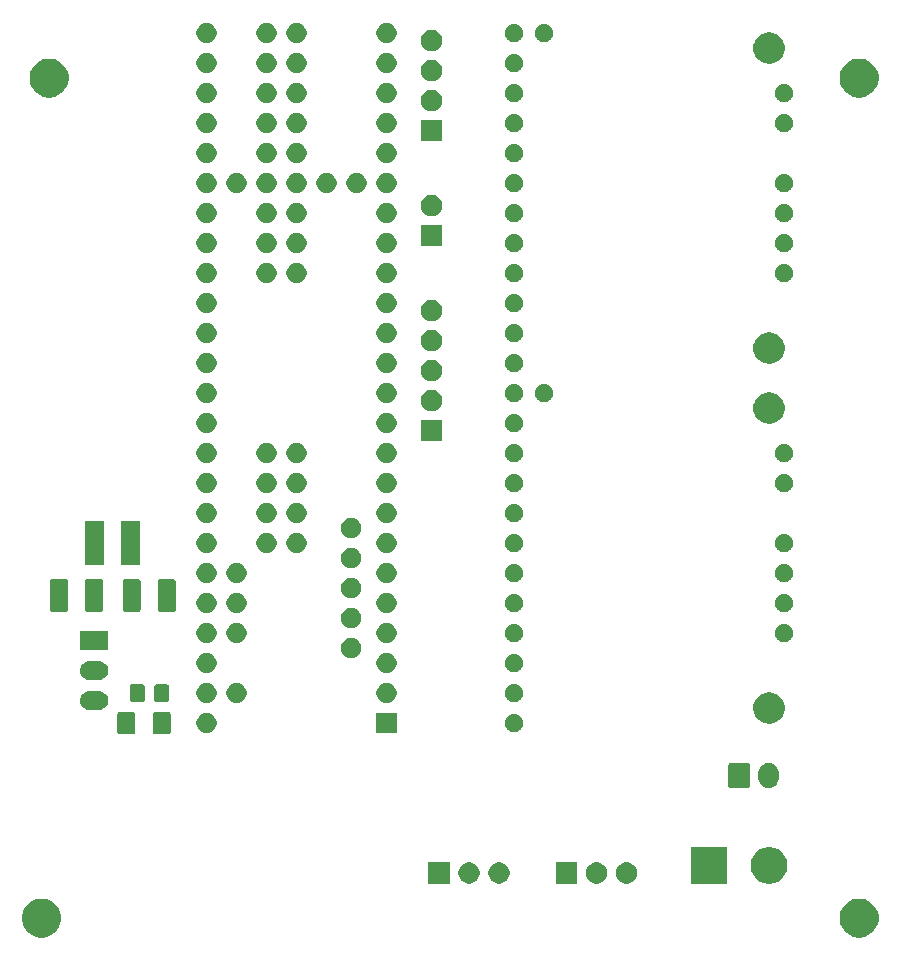
<source format=gbs>
G04 #@! TF.GenerationSoftware,KiCad,Pcbnew,5.1.6*
G04 #@! TF.CreationDate,2020-08-31T22:31:01-05:00*
G04 #@! TF.ProjectId,shear_pcb,73686561-725f-4706-9362-2e6b69636164,rev?*
G04 #@! TF.SameCoordinates,Original*
G04 #@! TF.FileFunction,Soldermask,Bot*
G04 #@! TF.FilePolarity,Negative*
%FSLAX46Y46*%
G04 Gerber Fmt 4.6, Leading zero omitted, Abs format (unit mm)*
G04 Created by KiCad (PCBNEW 5.1.6) date 2020-08-31 22:31:01*
%MOMM*%
%LPD*%
G01*
G04 APERTURE LIST*
%ADD10C,0.100000*%
G04 APERTURE END LIST*
D10*
G36*
X192780256Y-120946298D02*
G01*
X192886579Y-120967447D01*
X193187042Y-121091903D01*
X193457451Y-121272585D01*
X193687415Y-121502549D01*
X193868097Y-121772958D01*
X193992553Y-122073421D01*
X194056000Y-122392391D01*
X194056000Y-122717609D01*
X193992553Y-123036579D01*
X193868097Y-123337042D01*
X193687415Y-123607451D01*
X193457451Y-123837415D01*
X193187042Y-124018097D01*
X192886579Y-124142553D01*
X192780256Y-124163702D01*
X192567611Y-124206000D01*
X192242389Y-124206000D01*
X192029744Y-124163702D01*
X191923421Y-124142553D01*
X191622958Y-124018097D01*
X191352549Y-123837415D01*
X191122585Y-123607451D01*
X190941903Y-123337042D01*
X190817447Y-123036579D01*
X190754000Y-122717609D01*
X190754000Y-122392391D01*
X190817447Y-122073421D01*
X190941903Y-121772958D01*
X191122585Y-121502549D01*
X191352549Y-121272585D01*
X191622958Y-121091903D01*
X191923421Y-120967447D01*
X192029744Y-120946298D01*
X192242389Y-120904000D01*
X192567611Y-120904000D01*
X192780256Y-120946298D01*
G37*
G36*
X123565256Y-120946298D02*
G01*
X123671579Y-120967447D01*
X123972042Y-121091903D01*
X124242451Y-121272585D01*
X124472415Y-121502549D01*
X124653097Y-121772958D01*
X124777553Y-122073421D01*
X124841000Y-122392391D01*
X124841000Y-122717609D01*
X124777553Y-123036579D01*
X124653097Y-123337042D01*
X124472415Y-123607451D01*
X124242451Y-123837415D01*
X123972042Y-124018097D01*
X123671579Y-124142553D01*
X123565256Y-124163702D01*
X123352611Y-124206000D01*
X123027389Y-124206000D01*
X122814744Y-124163702D01*
X122708421Y-124142553D01*
X122407958Y-124018097D01*
X122137549Y-123837415D01*
X121907585Y-123607451D01*
X121726903Y-123337042D01*
X121602447Y-123036579D01*
X121539000Y-122717609D01*
X121539000Y-122392391D01*
X121602447Y-122073421D01*
X121726903Y-121772958D01*
X121907585Y-121502549D01*
X122137549Y-121272585D01*
X122407958Y-121091903D01*
X122708421Y-120967447D01*
X122814744Y-120946298D01*
X123027389Y-120904000D01*
X123352611Y-120904000D01*
X123565256Y-120946298D01*
G37*
G36*
X185087585Y-116588802D02*
G01*
X185237410Y-116618604D01*
X185519674Y-116735521D01*
X185773705Y-116905259D01*
X185989741Y-117121295D01*
X186159479Y-117375326D01*
X186276396Y-117657590D01*
X186276396Y-117657591D01*
X186333873Y-117946544D01*
X186336000Y-117957240D01*
X186336000Y-118262760D01*
X186276396Y-118562410D01*
X186159479Y-118844674D01*
X185989741Y-119098705D01*
X185773705Y-119314741D01*
X185519674Y-119484479D01*
X185237410Y-119601396D01*
X185087585Y-119631198D01*
X184937761Y-119661000D01*
X184632239Y-119661000D01*
X184482415Y-119631198D01*
X184332590Y-119601396D01*
X184050326Y-119484479D01*
X183796295Y-119314741D01*
X183580259Y-119098705D01*
X183410521Y-118844674D01*
X183293604Y-118562410D01*
X183234000Y-118262760D01*
X183234000Y-117957240D01*
X183236128Y-117946544D01*
X183293604Y-117657591D01*
X183293604Y-117657590D01*
X183410521Y-117375326D01*
X183580259Y-117121295D01*
X183796295Y-116905259D01*
X184050326Y-116735521D01*
X184332590Y-116618604D01*
X184482415Y-116588802D01*
X184632239Y-116559000D01*
X184937761Y-116559000D01*
X185087585Y-116588802D01*
G37*
G36*
X181256000Y-119661000D02*
G01*
X178154000Y-119661000D01*
X178154000Y-116559000D01*
X181256000Y-116559000D01*
X181256000Y-119661000D01*
G37*
G36*
X172833512Y-117848927D02*
G01*
X172982812Y-117878624D01*
X173146784Y-117946544D01*
X173294354Y-118045147D01*
X173419853Y-118170646D01*
X173518456Y-118318216D01*
X173586376Y-118482188D01*
X173621000Y-118656259D01*
X173621000Y-118833741D01*
X173586376Y-119007812D01*
X173518456Y-119171784D01*
X173419853Y-119319354D01*
X173294354Y-119444853D01*
X173146784Y-119543456D01*
X172982812Y-119611376D01*
X172833512Y-119641073D01*
X172808742Y-119646000D01*
X172631258Y-119646000D01*
X172606488Y-119641073D01*
X172457188Y-119611376D01*
X172293216Y-119543456D01*
X172145646Y-119444853D01*
X172020147Y-119319354D01*
X171921544Y-119171784D01*
X171853624Y-119007812D01*
X171819000Y-118833741D01*
X171819000Y-118656259D01*
X171853624Y-118482188D01*
X171921544Y-118318216D01*
X172020147Y-118170646D01*
X172145646Y-118045147D01*
X172293216Y-117946544D01*
X172457188Y-117878624D01*
X172606488Y-117848927D01*
X172631258Y-117844000D01*
X172808742Y-117844000D01*
X172833512Y-117848927D01*
G37*
G36*
X170293512Y-117848927D02*
G01*
X170442812Y-117878624D01*
X170606784Y-117946544D01*
X170754354Y-118045147D01*
X170879853Y-118170646D01*
X170978456Y-118318216D01*
X171046376Y-118482188D01*
X171081000Y-118656259D01*
X171081000Y-118833741D01*
X171046376Y-119007812D01*
X170978456Y-119171784D01*
X170879853Y-119319354D01*
X170754354Y-119444853D01*
X170606784Y-119543456D01*
X170442812Y-119611376D01*
X170293512Y-119641073D01*
X170268742Y-119646000D01*
X170091258Y-119646000D01*
X170066488Y-119641073D01*
X169917188Y-119611376D01*
X169753216Y-119543456D01*
X169605646Y-119444853D01*
X169480147Y-119319354D01*
X169381544Y-119171784D01*
X169313624Y-119007812D01*
X169279000Y-118833741D01*
X169279000Y-118656259D01*
X169313624Y-118482188D01*
X169381544Y-118318216D01*
X169480147Y-118170646D01*
X169605646Y-118045147D01*
X169753216Y-117946544D01*
X169917188Y-117878624D01*
X170066488Y-117848927D01*
X170091258Y-117844000D01*
X170268742Y-117844000D01*
X170293512Y-117848927D01*
G37*
G36*
X157746000Y-119646000D02*
G01*
X155944000Y-119646000D01*
X155944000Y-117844000D01*
X157746000Y-117844000D01*
X157746000Y-119646000D01*
G37*
G36*
X159498512Y-117848927D02*
G01*
X159647812Y-117878624D01*
X159811784Y-117946544D01*
X159959354Y-118045147D01*
X160084853Y-118170646D01*
X160183456Y-118318216D01*
X160251376Y-118482188D01*
X160286000Y-118656259D01*
X160286000Y-118833741D01*
X160251376Y-119007812D01*
X160183456Y-119171784D01*
X160084853Y-119319354D01*
X159959354Y-119444853D01*
X159811784Y-119543456D01*
X159647812Y-119611376D01*
X159498512Y-119641073D01*
X159473742Y-119646000D01*
X159296258Y-119646000D01*
X159271488Y-119641073D01*
X159122188Y-119611376D01*
X158958216Y-119543456D01*
X158810646Y-119444853D01*
X158685147Y-119319354D01*
X158586544Y-119171784D01*
X158518624Y-119007812D01*
X158484000Y-118833741D01*
X158484000Y-118656259D01*
X158518624Y-118482188D01*
X158586544Y-118318216D01*
X158685147Y-118170646D01*
X158810646Y-118045147D01*
X158958216Y-117946544D01*
X159122188Y-117878624D01*
X159271488Y-117848927D01*
X159296258Y-117844000D01*
X159473742Y-117844000D01*
X159498512Y-117848927D01*
G37*
G36*
X162038512Y-117848927D02*
G01*
X162187812Y-117878624D01*
X162351784Y-117946544D01*
X162499354Y-118045147D01*
X162624853Y-118170646D01*
X162723456Y-118318216D01*
X162791376Y-118482188D01*
X162826000Y-118656259D01*
X162826000Y-118833741D01*
X162791376Y-119007812D01*
X162723456Y-119171784D01*
X162624853Y-119319354D01*
X162499354Y-119444853D01*
X162351784Y-119543456D01*
X162187812Y-119611376D01*
X162038512Y-119641073D01*
X162013742Y-119646000D01*
X161836258Y-119646000D01*
X161811488Y-119641073D01*
X161662188Y-119611376D01*
X161498216Y-119543456D01*
X161350646Y-119444853D01*
X161225147Y-119319354D01*
X161126544Y-119171784D01*
X161058624Y-119007812D01*
X161024000Y-118833741D01*
X161024000Y-118656259D01*
X161058624Y-118482188D01*
X161126544Y-118318216D01*
X161225147Y-118170646D01*
X161350646Y-118045147D01*
X161498216Y-117946544D01*
X161662188Y-117878624D01*
X161811488Y-117848927D01*
X161836258Y-117844000D01*
X162013742Y-117844000D01*
X162038512Y-117848927D01*
G37*
G36*
X168541000Y-119646000D02*
G01*
X166739000Y-119646000D01*
X166739000Y-117844000D01*
X168541000Y-117844000D01*
X168541000Y-119646000D01*
G37*
G36*
X184921626Y-109452037D02*
G01*
X185091465Y-109503557D01*
X185091467Y-109503558D01*
X185247989Y-109587221D01*
X185385186Y-109699814D01*
X185468448Y-109801271D01*
X185497778Y-109837009D01*
X185581443Y-109993534D01*
X185632963Y-110163373D01*
X185646000Y-110295742D01*
X185646000Y-110684257D01*
X185632963Y-110816626D01*
X185581443Y-110986466D01*
X185497778Y-111142991D01*
X185468448Y-111178729D01*
X185385186Y-111280186D01*
X185290250Y-111358097D01*
X185247991Y-111392778D01*
X185091466Y-111476443D01*
X184921627Y-111527963D01*
X184745000Y-111545359D01*
X184568374Y-111527963D01*
X184398535Y-111476443D01*
X184242010Y-111392778D01*
X184104815Y-111280185D01*
X183992222Y-111142991D01*
X183908557Y-110986466D01*
X183857037Y-110816627D01*
X183844000Y-110684258D01*
X183844000Y-110295743D01*
X183857037Y-110163374D01*
X183908557Y-109993535D01*
X183992222Y-109837010D01*
X183992223Y-109837009D01*
X184104814Y-109699814D01*
X184206271Y-109616552D01*
X184242009Y-109587222D01*
X184398534Y-109503557D01*
X184568373Y-109452037D01*
X184745000Y-109434641D01*
X184921626Y-109452037D01*
G37*
G36*
X183003600Y-109442989D02*
G01*
X183036652Y-109453015D01*
X183067103Y-109469292D01*
X183093799Y-109491201D01*
X183115708Y-109517897D01*
X183131985Y-109548348D01*
X183142011Y-109581400D01*
X183146000Y-109621903D01*
X183146000Y-111358097D01*
X183142011Y-111398600D01*
X183131985Y-111431652D01*
X183115708Y-111462103D01*
X183093799Y-111488799D01*
X183067103Y-111510708D01*
X183036652Y-111526985D01*
X183003600Y-111537011D01*
X182963097Y-111541000D01*
X181526903Y-111541000D01*
X181486400Y-111537011D01*
X181453348Y-111526985D01*
X181422897Y-111510708D01*
X181396201Y-111488799D01*
X181374292Y-111462103D01*
X181358015Y-111431652D01*
X181347989Y-111398600D01*
X181344000Y-111358097D01*
X181344000Y-109621903D01*
X181347989Y-109581400D01*
X181358015Y-109548348D01*
X181374292Y-109517897D01*
X181396201Y-109491201D01*
X181422897Y-109469292D01*
X181453348Y-109453015D01*
X181486400Y-109442989D01*
X181526903Y-109439000D01*
X182963097Y-109439000D01*
X183003600Y-109442989D01*
G37*
G36*
X133963062Y-105123181D02*
G01*
X133997981Y-105133774D01*
X134030163Y-105150976D01*
X134058373Y-105174127D01*
X134081524Y-105202337D01*
X134098726Y-105234519D01*
X134109319Y-105269438D01*
X134113500Y-105311895D01*
X134113500Y-106778105D01*
X134109319Y-106820562D01*
X134098726Y-106855481D01*
X134081524Y-106887663D01*
X134058373Y-106915873D01*
X134030163Y-106939024D01*
X133997981Y-106956226D01*
X133963062Y-106966819D01*
X133920605Y-106971000D01*
X132779395Y-106971000D01*
X132736938Y-106966819D01*
X132702019Y-106956226D01*
X132669837Y-106939024D01*
X132641627Y-106915873D01*
X132618476Y-106887663D01*
X132601274Y-106855481D01*
X132590681Y-106820562D01*
X132586500Y-106778105D01*
X132586500Y-105311895D01*
X132590681Y-105269438D01*
X132601274Y-105234519D01*
X132618476Y-105202337D01*
X132641627Y-105174127D01*
X132669837Y-105150976D01*
X132702019Y-105133774D01*
X132736938Y-105123181D01*
X132779395Y-105119000D01*
X133920605Y-105119000D01*
X133963062Y-105123181D01*
G37*
G36*
X130988062Y-105123181D02*
G01*
X131022981Y-105133774D01*
X131055163Y-105150976D01*
X131083373Y-105174127D01*
X131106524Y-105202337D01*
X131123726Y-105234519D01*
X131134319Y-105269438D01*
X131138500Y-105311895D01*
X131138500Y-106778105D01*
X131134319Y-106820562D01*
X131123726Y-106855481D01*
X131106524Y-106887663D01*
X131083373Y-106915873D01*
X131055163Y-106939024D01*
X131022981Y-106956226D01*
X130988062Y-106966819D01*
X130945605Y-106971000D01*
X129804395Y-106971000D01*
X129761938Y-106966819D01*
X129727019Y-106956226D01*
X129694837Y-106939024D01*
X129666627Y-106915873D01*
X129643476Y-106887663D01*
X129626274Y-106855481D01*
X129615681Y-106820562D01*
X129611500Y-106778105D01*
X129611500Y-105311895D01*
X129615681Y-105269438D01*
X129626274Y-105234519D01*
X129643476Y-105202337D01*
X129666627Y-105174127D01*
X129694837Y-105150976D01*
X129727019Y-105133774D01*
X129761938Y-105123181D01*
X129804395Y-105119000D01*
X130945605Y-105119000D01*
X130988062Y-105123181D01*
G37*
G36*
X153251000Y-106896000D02*
G01*
X151549000Y-106896000D01*
X151549000Y-105194000D01*
X153251000Y-105194000D01*
X153251000Y-106896000D01*
G37*
G36*
X137408228Y-105226703D02*
G01*
X137563100Y-105290853D01*
X137702481Y-105383985D01*
X137821015Y-105502519D01*
X137914147Y-105641900D01*
X137978297Y-105796772D01*
X138011000Y-105961184D01*
X138011000Y-106128816D01*
X137978297Y-106293228D01*
X137914147Y-106448100D01*
X137821015Y-106587481D01*
X137702481Y-106706015D01*
X137563100Y-106799147D01*
X137408228Y-106863297D01*
X137243816Y-106896000D01*
X137076184Y-106896000D01*
X136911772Y-106863297D01*
X136756900Y-106799147D01*
X136617519Y-106706015D01*
X136498985Y-106587481D01*
X136405853Y-106448100D01*
X136341703Y-106293228D01*
X136309000Y-106128816D01*
X136309000Y-105961184D01*
X136341703Y-105796772D01*
X136405853Y-105641900D01*
X136498985Y-105502519D01*
X136617519Y-105383985D01*
X136756900Y-105290853D01*
X136911772Y-105226703D01*
X137076184Y-105194000D01*
X137243816Y-105194000D01*
X137408228Y-105226703D01*
G37*
G36*
X163424267Y-105289205D02*
G01*
X163567309Y-105348455D01*
X163567311Y-105348456D01*
X163696046Y-105434474D01*
X163805526Y-105543954D01*
X163854393Y-105617089D01*
X163891545Y-105672691D01*
X163950795Y-105815733D01*
X163981000Y-105967584D01*
X163981000Y-106122416D01*
X163950795Y-106274267D01*
X163891545Y-106417309D01*
X163891544Y-106417311D01*
X163805526Y-106546046D01*
X163696046Y-106655526D01*
X163567311Y-106741544D01*
X163567310Y-106741545D01*
X163567309Y-106741545D01*
X163424267Y-106800795D01*
X163272416Y-106831000D01*
X163117584Y-106831000D01*
X162965733Y-106800795D01*
X162822691Y-106741545D01*
X162822690Y-106741545D01*
X162822689Y-106741544D01*
X162693954Y-106655526D01*
X162584474Y-106546046D01*
X162498456Y-106417311D01*
X162498455Y-106417309D01*
X162439205Y-106274267D01*
X162409000Y-106122416D01*
X162409000Y-105967584D01*
X162439205Y-105815733D01*
X162498455Y-105672691D01*
X162535607Y-105617089D01*
X162584474Y-105543954D01*
X162693954Y-105434474D01*
X162822689Y-105348456D01*
X162822691Y-105348455D01*
X162965733Y-105289205D01*
X163117584Y-105259000D01*
X163272416Y-105259000D01*
X163424267Y-105289205D01*
G37*
G36*
X185042715Y-103479383D02*
G01*
X185170322Y-103504765D01*
X185311148Y-103563097D01*
X185410727Y-103604344D01*
X185410728Y-103604345D01*
X185627089Y-103748912D01*
X185811088Y-103932911D01*
X185887640Y-104047480D01*
X185955656Y-104149273D01*
X185980864Y-104210131D01*
X186055235Y-104389678D01*
X186055235Y-104389680D01*
X186106000Y-104644891D01*
X186106000Y-104905109D01*
X186080618Y-105032714D01*
X186055235Y-105160322D01*
X186027738Y-105226705D01*
X185955656Y-105400727D01*
X185933107Y-105434474D01*
X185811088Y-105617089D01*
X185627089Y-105801088D01*
X185482521Y-105897685D01*
X185410727Y-105945656D01*
X185311148Y-105986903D01*
X185170322Y-106045235D01*
X185042714Y-106070618D01*
X184915109Y-106096000D01*
X184654891Y-106096000D01*
X184527286Y-106070618D01*
X184399678Y-106045235D01*
X184258852Y-105986903D01*
X184159273Y-105945656D01*
X184087479Y-105897685D01*
X183942911Y-105801088D01*
X183758912Y-105617089D01*
X183636893Y-105434474D01*
X183614344Y-105400727D01*
X183542262Y-105226705D01*
X183514765Y-105160322D01*
X183489382Y-105032714D01*
X183464000Y-104905109D01*
X183464000Y-104644891D01*
X183514765Y-104389680D01*
X183514765Y-104389678D01*
X183589136Y-104210131D01*
X183614344Y-104149273D01*
X183682360Y-104047480D01*
X183758912Y-103932911D01*
X183942911Y-103748912D01*
X184159272Y-103604345D01*
X184159273Y-103604344D01*
X184258852Y-103563097D01*
X184399678Y-103504765D01*
X184527286Y-103479382D01*
X184654891Y-103454000D01*
X184915109Y-103454000D01*
X185042715Y-103479383D01*
G37*
G36*
X128113571Y-103342863D02*
G01*
X128192023Y-103350590D01*
X128292682Y-103381125D01*
X128343013Y-103396392D01*
X128482165Y-103470771D01*
X128604133Y-103570867D01*
X128704229Y-103692835D01*
X128778608Y-103831987D01*
X128778608Y-103831988D01*
X128824410Y-103982977D01*
X128839875Y-104140000D01*
X128824410Y-104297023D01*
X128796303Y-104389678D01*
X128778608Y-104448013D01*
X128704229Y-104587165D01*
X128604133Y-104709133D01*
X128482165Y-104809229D01*
X128343013Y-104883608D01*
X128292682Y-104898875D01*
X128192023Y-104929410D01*
X128113571Y-104937137D01*
X128074346Y-104941000D01*
X127195654Y-104941000D01*
X127156429Y-104937137D01*
X127077977Y-104929410D01*
X126977318Y-104898875D01*
X126926987Y-104883608D01*
X126787835Y-104809229D01*
X126665867Y-104709133D01*
X126565771Y-104587165D01*
X126491392Y-104448013D01*
X126473697Y-104389678D01*
X126445590Y-104297023D01*
X126430125Y-104140000D01*
X126445590Y-103982977D01*
X126491392Y-103831988D01*
X126491392Y-103831987D01*
X126565771Y-103692835D01*
X126665867Y-103570867D01*
X126787835Y-103470771D01*
X126926987Y-103396392D01*
X126977318Y-103381125D01*
X127077977Y-103350590D01*
X127156429Y-103342863D01*
X127195654Y-103339000D01*
X128074346Y-103339000D01*
X128113571Y-103342863D01*
G37*
G36*
X152648228Y-102686703D02*
G01*
X152803100Y-102750853D01*
X152942481Y-102843985D01*
X153061015Y-102962519D01*
X153154147Y-103101900D01*
X153218297Y-103256772D01*
X153251000Y-103421184D01*
X153251000Y-103588816D01*
X153218297Y-103753228D01*
X153154147Y-103908100D01*
X153061015Y-104047481D01*
X152942481Y-104166015D01*
X152803100Y-104259147D01*
X152648228Y-104323297D01*
X152483816Y-104356000D01*
X152316184Y-104356000D01*
X152151772Y-104323297D01*
X151996900Y-104259147D01*
X151857519Y-104166015D01*
X151738985Y-104047481D01*
X151645853Y-103908100D01*
X151581703Y-103753228D01*
X151549000Y-103588816D01*
X151549000Y-103421184D01*
X151581703Y-103256772D01*
X151645853Y-103101900D01*
X151738985Y-102962519D01*
X151857519Y-102843985D01*
X151996900Y-102750853D01*
X152151772Y-102686703D01*
X152316184Y-102654000D01*
X152483816Y-102654000D01*
X152648228Y-102686703D01*
G37*
G36*
X137408228Y-102686703D02*
G01*
X137563100Y-102750853D01*
X137702481Y-102843985D01*
X137821015Y-102962519D01*
X137914147Y-103101900D01*
X137978297Y-103256772D01*
X138011000Y-103421184D01*
X138011000Y-103588816D01*
X137978297Y-103753228D01*
X137914147Y-103908100D01*
X137821015Y-104047481D01*
X137702481Y-104166015D01*
X137563100Y-104259147D01*
X137408228Y-104323297D01*
X137243816Y-104356000D01*
X137076184Y-104356000D01*
X136911772Y-104323297D01*
X136756900Y-104259147D01*
X136617519Y-104166015D01*
X136498985Y-104047481D01*
X136405853Y-103908100D01*
X136341703Y-103753228D01*
X136309000Y-103588816D01*
X136309000Y-103421184D01*
X136341703Y-103256772D01*
X136405853Y-103101900D01*
X136498985Y-102962519D01*
X136617519Y-102843985D01*
X136756900Y-102750853D01*
X136911772Y-102686703D01*
X137076184Y-102654000D01*
X137243816Y-102654000D01*
X137408228Y-102686703D01*
G37*
G36*
X139948228Y-102686703D02*
G01*
X140103100Y-102750853D01*
X140242481Y-102843985D01*
X140361015Y-102962519D01*
X140454147Y-103101900D01*
X140518297Y-103256772D01*
X140551000Y-103421184D01*
X140551000Y-103588816D01*
X140518297Y-103753228D01*
X140454147Y-103908100D01*
X140361015Y-104047481D01*
X140242481Y-104166015D01*
X140103100Y-104259147D01*
X139948228Y-104323297D01*
X139783816Y-104356000D01*
X139616184Y-104356000D01*
X139451772Y-104323297D01*
X139296900Y-104259147D01*
X139157519Y-104166015D01*
X139038985Y-104047481D01*
X138945853Y-103908100D01*
X138881703Y-103753228D01*
X138849000Y-103588816D01*
X138849000Y-103421184D01*
X138881703Y-103256772D01*
X138945853Y-103101900D01*
X139038985Y-102962519D01*
X139157519Y-102843985D01*
X139296900Y-102750853D01*
X139451772Y-102686703D01*
X139616184Y-102654000D01*
X139783816Y-102654000D01*
X139948228Y-102686703D01*
G37*
G36*
X163424267Y-102749205D02*
G01*
X163567309Y-102808455D01*
X163567311Y-102808456D01*
X163696046Y-102894474D01*
X163805526Y-103003954D01*
X163805527Y-103003956D01*
X163891545Y-103132691D01*
X163950795Y-103275733D01*
X163981000Y-103427584D01*
X163981000Y-103582416D01*
X163950795Y-103734267D01*
X163891545Y-103877309D01*
X163891544Y-103877311D01*
X163805526Y-104006046D01*
X163696046Y-104115526D01*
X163567311Y-104201544D01*
X163567310Y-104201545D01*
X163567309Y-104201545D01*
X163424267Y-104260795D01*
X163272416Y-104291000D01*
X163117584Y-104291000D01*
X162965733Y-104260795D01*
X162822691Y-104201545D01*
X162822690Y-104201545D01*
X162822689Y-104201544D01*
X162693954Y-104115526D01*
X162584474Y-104006046D01*
X162498456Y-103877311D01*
X162498455Y-103877309D01*
X162439205Y-103734267D01*
X162409000Y-103582416D01*
X162409000Y-103427584D01*
X162439205Y-103275733D01*
X162498455Y-103132691D01*
X162584473Y-103003956D01*
X162584474Y-103003954D01*
X162693954Y-102894474D01*
X162822689Y-102808456D01*
X162822691Y-102808455D01*
X162965733Y-102749205D01*
X163117584Y-102719000D01*
X163272416Y-102719000D01*
X163424267Y-102749205D01*
G37*
G36*
X131763674Y-102758465D02*
G01*
X131801367Y-102769899D01*
X131836103Y-102788466D01*
X131866548Y-102813452D01*
X131891534Y-102843897D01*
X131910101Y-102878633D01*
X131921535Y-102916326D01*
X131926000Y-102961661D01*
X131926000Y-104048339D01*
X131921535Y-104093674D01*
X131910101Y-104131367D01*
X131891534Y-104166103D01*
X131866548Y-104196548D01*
X131836103Y-104221534D01*
X131801367Y-104240101D01*
X131763674Y-104251535D01*
X131718339Y-104256000D01*
X130881661Y-104256000D01*
X130836326Y-104251535D01*
X130798633Y-104240101D01*
X130763897Y-104221534D01*
X130733452Y-104196548D01*
X130708466Y-104166103D01*
X130689899Y-104131367D01*
X130678465Y-104093674D01*
X130674000Y-104048339D01*
X130674000Y-102961661D01*
X130678465Y-102916326D01*
X130689899Y-102878633D01*
X130708466Y-102843897D01*
X130733452Y-102813452D01*
X130763897Y-102788466D01*
X130798633Y-102769899D01*
X130836326Y-102758465D01*
X130881661Y-102754000D01*
X131718339Y-102754000D01*
X131763674Y-102758465D01*
G37*
G36*
X133813674Y-102758465D02*
G01*
X133851367Y-102769899D01*
X133886103Y-102788466D01*
X133916548Y-102813452D01*
X133941534Y-102843897D01*
X133960101Y-102878633D01*
X133971535Y-102916326D01*
X133976000Y-102961661D01*
X133976000Y-104048339D01*
X133971535Y-104093674D01*
X133960101Y-104131367D01*
X133941534Y-104166103D01*
X133916548Y-104196548D01*
X133886103Y-104221534D01*
X133851367Y-104240101D01*
X133813674Y-104251535D01*
X133768339Y-104256000D01*
X132931661Y-104256000D01*
X132886326Y-104251535D01*
X132848633Y-104240101D01*
X132813897Y-104221534D01*
X132783452Y-104196548D01*
X132758466Y-104166103D01*
X132739899Y-104131367D01*
X132728465Y-104093674D01*
X132724000Y-104048339D01*
X132724000Y-102961661D01*
X132728465Y-102916326D01*
X132739899Y-102878633D01*
X132758466Y-102843897D01*
X132783452Y-102813452D01*
X132813897Y-102788466D01*
X132848633Y-102769899D01*
X132886326Y-102758465D01*
X132931661Y-102754000D01*
X133768339Y-102754000D01*
X133813674Y-102758465D01*
G37*
G36*
X128113571Y-100802863D02*
G01*
X128192023Y-100810590D01*
X128292682Y-100841125D01*
X128343013Y-100856392D01*
X128482165Y-100930771D01*
X128604133Y-101030867D01*
X128704229Y-101152835D01*
X128778608Y-101291987D01*
X128778608Y-101291988D01*
X128824410Y-101442977D01*
X128839875Y-101600000D01*
X128824410Y-101757023D01*
X128793875Y-101857682D01*
X128778608Y-101908013D01*
X128704229Y-102047165D01*
X128604133Y-102169133D01*
X128482165Y-102269229D01*
X128343013Y-102343608D01*
X128292682Y-102358875D01*
X128192023Y-102389410D01*
X128113571Y-102397137D01*
X128074346Y-102401000D01*
X127195654Y-102401000D01*
X127156429Y-102397137D01*
X127077977Y-102389410D01*
X126977318Y-102358875D01*
X126926987Y-102343608D01*
X126787835Y-102269229D01*
X126665867Y-102169133D01*
X126565771Y-102047165D01*
X126491392Y-101908013D01*
X126476125Y-101857682D01*
X126445590Y-101757023D01*
X126430125Y-101600000D01*
X126445590Y-101442977D01*
X126491392Y-101291988D01*
X126491392Y-101291987D01*
X126565771Y-101152835D01*
X126665867Y-101030867D01*
X126787835Y-100930771D01*
X126926987Y-100856392D01*
X126977318Y-100841125D01*
X127077977Y-100810590D01*
X127156429Y-100802863D01*
X127195654Y-100799000D01*
X128074346Y-100799000D01*
X128113571Y-100802863D01*
G37*
G36*
X137408228Y-100146703D02*
G01*
X137563100Y-100210853D01*
X137702481Y-100303985D01*
X137821015Y-100422519D01*
X137914147Y-100561900D01*
X137978297Y-100716772D01*
X138011000Y-100881184D01*
X138011000Y-101048816D01*
X137978297Y-101213228D01*
X137914147Y-101368100D01*
X137821015Y-101507481D01*
X137702481Y-101626015D01*
X137563100Y-101719147D01*
X137408228Y-101783297D01*
X137243816Y-101816000D01*
X137076184Y-101816000D01*
X136911772Y-101783297D01*
X136756900Y-101719147D01*
X136617519Y-101626015D01*
X136498985Y-101507481D01*
X136405853Y-101368100D01*
X136341703Y-101213228D01*
X136309000Y-101048816D01*
X136309000Y-100881184D01*
X136341703Y-100716772D01*
X136405853Y-100561900D01*
X136498985Y-100422519D01*
X136617519Y-100303985D01*
X136756900Y-100210853D01*
X136911772Y-100146703D01*
X137076184Y-100114000D01*
X137243816Y-100114000D01*
X137408228Y-100146703D01*
G37*
G36*
X152648228Y-100146703D02*
G01*
X152803100Y-100210853D01*
X152942481Y-100303985D01*
X153061015Y-100422519D01*
X153154147Y-100561900D01*
X153218297Y-100716772D01*
X153251000Y-100881184D01*
X153251000Y-101048816D01*
X153218297Y-101213228D01*
X153154147Y-101368100D01*
X153061015Y-101507481D01*
X152942481Y-101626015D01*
X152803100Y-101719147D01*
X152648228Y-101783297D01*
X152483816Y-101816000D01*
X152316184Y-101816000D01*
X152151772Y-101783297D01*
X151996900Y-101719147D01*
X151857519Y-101626015D01*
X151738985Y-101507481D01*
X151645853Y-101368100D01*
X151581703Y-101213228D01*
X151549000Y-101048816D01*
X151549000Y-100881184D01*
X151581703Y-100716772D01*
X151645853Y-100561900D01*
X151738985Y-100422519D01*
X151857519Y-100303985D01*
X151996900Y-100210853D01*
X152151772Y-100146703D01*
X152316184Y-100114000D01*
X152483816Y-100114000D01*
X152648228Y-100146703D01*
G37*
G36*
X163424267Y-100209205D02*
G01*
X163567309Y-100268455D01*
X163567311Y-100268456D01*
X163696046Y-100354474D01*
X163805526Y-100463954D01*
X163838496Y-100513297D01*
X163891545Y-100592691D01*
X163950795Y-100735733D01*
X163981000Y-100887584D01*
X163981000Y-101042416D01*
X163950795Y-101194267D01*
X163891545Y-101337309D01*
X163891544Y-101337311D01*
X163805526Y-101466046D01*
X163696046Y-101575526D01*
X163567311Y-101661544D01*
X163567310Y-101661545D01*
X163567309Y-101661545D01*
X163424267Y-101720795D01*
X163272416Y-101751000D01*
X163117584Y-101751000D01*
X162965733Y-101720795D01*
X162822691Y-101661545D01*
X162822690Y-101661545D01*
X162822689Y-101661544D01*
X162693954Y-101575526D01*
X162584474Y-101466046D01*
X162498456Y-101337311D01*
X162498455Y-101337309D01*
X162439205Y-101194267D01*
X162409000Y-101042416D01*
X162409000Y-100887584D01*
X162439205Y-100735733D01*
X162498455Y-100592691D01*
X162551504Y-100513297D01*
X162584474Y-100463954D01*
X162693954Y-100354474D01*
X162822689Y-100268456D01*
X162822691Y-100268455D01*
X162965733Y-100209205D01*
X163117584Y-100179000D01*
X163272416Y-100179000D01*
X163424267Y-100209205D01*
G37*
G36*
X149648228Y-98876703D02*
G01*
X149803100Y-98940853D01*
X149942481Y-99033985D01*
X150061015Y-99152519D01*
X150154147Y-99291900D01*
X150218297Y-99446772D01*
X150251000Y-99611184D01*
X150251000Y-99778816D01*
X150218297Y-99943228D01*
X150154147Y-100098100D01*
X150061015Y-100237481D01*
X149942481Y-100356015D01*
X149803100Y-100449147D01*
X149648228Y-100513297D01*
X149483816Y-100546000D01*
X149316184Y-100546000D01*
X149151772Y-100513297D01*
X148996900Y-100449147D01*
X148857519Y-100356015D01*
X148738985Y-100237481D01*
X148645853Y-100098100D01*
X148581703Y-99943228D01*
X148549000Y-99778816D01*
X148549000Y-99611184D01*
X148581703Y-99446772D01*
X148645853Y-99291900D01*
X148738985Y-99152519D01*
X148857519Y-99033985D01*
X148996900Y-98940853D01*
X149151772Y-98876703D01*
X149316184Y-98844000D01*
X149483816Y-98844000D01*
X149648228Y-98876703D01*
G37*
G36*
X128836000Y-99861000D02*
G01*
X126434000Y-99861000D01*
X126434000Y-98259000D01*
X128836000Y-98259000D01*
X128836000Y-99861000D01*
G37*
G36*
X137408228Y-97606703D02*
G01*
X137563100Y-97670853D01*
X137702481Y-97763985D01*
X137821015Y-97882519D01*
X137914147Y-98021900D01*
X137978297Y-98176772D01*
X138011000Y-98341184D01*
X138011000Y-98508816D01*
X137978297Y-98673228D01*
X137914147Y-98828100D01*
X137821015Y-98967481D01*
X137702481Y-99086015D01*
X137563100Y-99179147D01*
X137408228Y-99243297D01*
X137243816Y-99276000D01*
X137076184Y-99276000D01*
X136911772Y-99243297D01*
X136756900Y-99179147D01*
X136617519Y-99086015D01*
X136498985Y-98967481D01*
X136405853Y-98828100D01*
X136341703Y-98673228D01*
X136309000Y-98508816D01*
X136309000Y-98341184D01*
X136341703Y-98176772D01*
X136405853Y-98021900D01*
X136498985Y-97882519D01*
X136617519Y-97763985D01*
X136756900Y-97670853D01*
X136911772Y-97606703D01*
X137076184Y-97574000D01*
X137243816Y-97574000D01*
X137408228Y-97606703D01*
G37*
G36*
X152648228Y-97606703D02*
G01*
X152803100Y-97670853D01*
X152942481Y-97763985D01*
X153061015Y-97882519D01*
X153154147Y-98021900D01*
X153218297Y-98176772D01*
X153251000Y-98341184D01*
X153251000Y-98508816D01*
X153218297Y-98673228D01*
X153154147Y-98828100D01*
X153061015Y-98967481D01*
X152942481Y-99086015D01*
X152803100Y-99179147D01*
X152648228Y-99243297D01*
X152483816Y-99276000D01*
X152316184Y-99276000D01*
X152151772Y-99243297D01*
X151996900Y-99179147D01*
X151857519Y-99086015D01*
X151738985Y-98967481D01*
X151645853Y-98828100D01*
X151581703Y-98673228D01*
X151549000Y-98508816D01*
X151549000Y-98341184D01*
X151581703Y-98176772D01*
X151645853Y-98021900D01*
X151738985Y-97882519D01*
X151857519Y-97763985D01*
X151996900Y-97670853D01*
X152151772Y-97606703D01*
X152316184Y-97574000D01*
X152483816Y-97574000D01*
X152648228Y-97606703D01*
G37*
G36*
X139948228Y-97606703D02*
G01*
X140103100Y-97670853D01*
X140242481Y-97763985D01*
X140361015Y-97882519D01*
X140454147Y-98021900D01*
X140518297Y-98176772D01*
X140551000Y-98341184D01*
X140551000Y-98508816D01*
X140518297Y-98673228D01*
X140454147Y-98828100D01*
X140361015Y-98967481D01*
X140242481Y-99086015D01*
X140103100Y-99179147D01*
X139948228Y-99243297D01*
X139783816Y-99276000D01*
X139616184Y-99276000D01*
X139451772Y-99243297D01*
X139296900Y-99179147D01*
X139157519Y-99086015D01*
X139038985Y-98967481D01*
X138945853Y-98828100D01*
X138881703Y-98673228D01*
X138849000Y-98508816D01*
X138849000Y-98341184D01*
X138881703Y-98176772D01*
X138945853Y-98021900D01*
X139038985Y-97882519D01*
X139157519Y-97763985D01*
X139296900Y-97670853D01*
X139451772Y-97606703D01*
X139616184Y-97574000D01*
X139783816Y-97574000D01*
X139948228Y-97606703D01*
G37*
G36*
X186284267Y-97669205D02*
G01*
X186427309Y-97728455D01*
X186427311Y-97728456D01*
X186556046Y-97814474D01*
X186665526Y-97923954D01*
X186698496Y-97973297D01*
X186751545Y-98052691D01*
X186810795Y-98195733D01*
X186841000Y-98347584D01*
X186841000Y-98502416D01*
X186810795Y-98654267D01*
X186751545Y-98797309D01*
X186751544Y-98797311D01*
X186665526Y-98926046D01*
X186556046Y-99035526D01*
X186427311Y-99121544D01*
X186427310Y-99121545D01*
X186427309Y-99121545D01*
X186284267Y-99180795D01*
X186132416Y-99211000D01*
X185977584Y-99211000D01*
X185825733Y-99180795D01*
X185682691Y-99121545D01*
X185682690Y-99121545D01*
X185682689Y-99121544D01*
X185553954Y-99035526D01*
X185444474Y-98926046D01*
X185358456Y-98797311D01*
X185358455Y-98797309D01*
X185299205Y-98654267D01*
X185269000Y-98502416D01*
X185269000Y-98347584D01*
X185299205Y-98195733D01*
X185358455Y-98052691D01*
X185411504Y-97973297D01*
X185444474Y-97923954D01*
X185553954Y-97814474D01*
X185682689Y-97728456D01*
X185682691Y-97728455D01*
X185825733Y-97669205D01*
X185977584Y-97639000D01*
X186132416Y-97639000D01*
X186284267Y-97669205D01*
G37*
G36*
X163424267Y-97669205D02*
G01*
X163567309Y-97728455D01*
X163567311Y-97728456D01*
X163696046Y-97814474D01*
X163805526Y-97923954D01*
X163838496Y-97973297D01*
X163891545Y-98052691D01*
X163950795Y-98195733D01*
X163981000Y-98347584D01*
X163981000Y-98502416D01*
X163950795Y-98654267D01*
X163891545Y-98797309D01*
X163891544Y-98797311D01*
X163805526Y-98926046D01*
X163696046Y-99035526D01*
X163567311Y-99121544D01*
X163567310Y-99121545D01*
X163567309Y-99121545D01*
X163424267Y-99180795D01*
X163272416Y-99211000D01*
X163117584Y-99211000D01*
X162965733Y-99180795D01*
X162822691Y-99121545D01*
X162822690Y-99121545D01*
X162822689Y-99121544D01*
X162693954Y-99035526D01*
X162584474Y-98926046D01*
X162498456Y-98797311D01*
X162498455Y-98797309D01*
X162439205Y-98654267D01*
X162409000Y-98502416D01*
X162409000Y-98347584D01*
X162439205Y-98195733D01*
X162498455Y-98052691D01*
X162551504Y-97973297D01*
X162584474Y-97923954D01*
X162693954Y-97814474D01*
X162822689Y-97728456D01*
X162822691Y-97728455D01*
X162965733Y-97669205D01*
X163117584Y-97639000D01*
X163272416Y-97639000D01*
X163424267Y-97669205D01*
G37*
G36*
X149648228Y-96336703D02*
G01*
X149803100Y-96400853D01*
X149942481Y-96493985D01*
X150061015Y-96612519D01*
X150154147Y-96751900D01*
X150218297Y-96906772D01*
X150251000Y-97071184D01*
X150251000Y-97238816D01*
X150218297Y-97403228D01*
X150154147Y-97558100D01*
X150061015Y-97697481D01*
X149942481Y-97816015D01*
X149803100Y-97909147D01*
X149648228Y-97973297D01*
X149483816Y-98006000D01*
X149316184Y-98006000D01*
X149151772Y-97973297D01*
X148996900Y-97909147D01*
X148857519Y-97816015D01*
X148738985Y-97697481D01*
X148645853Y-97558100D01*
X148581703Y-97403228D01*
X148549000Y-97238816D01*
X148549000Y-97071184D01*
X148581703Y-96906772D01*
X148645853Y-96751900D01*
X148738985Y-96612519D01*
X148857519Y-96493985D01*
X148996900Y-96400853D01*
X149151772Y-96336703D01*
X149316184Y-96304000D01*
X149483816Y-96304000D01*
X149648228Y-96336703D01*
G37*
G36*
X139948228Y-95066703D02*
G01*
X140103100Y-95130853D01*
X140242481Y-95223985D01*
X140361015Y-95342519D01*
X140454147Y-95481900D01*
X140518297Y-95636772D01*
X140551000Y-95801184D01*
X140551000Y-95968816D01*
X140518297Y-96133228D01*
X140454147Y-96288100D01*
X140361015Y-96427481D01*
X140242481Y-96546015D01*
X140103100Y-96639147D01*
X139948228Y-96703297D01*
X139783816Y-96736000D01*
X139616184Y-96736000D01*
X139451772Y-96703297D01*
X139296900Y-96639147D01*
X139157519Y-96546015D01*
X139038985Y-96427481D01*
X138945853Y-96288100D01*
X138881703Y-96133228D01*
X138849000Y-95968816D01*
X138849000Y-95801184D01*
X138881703Y-95636772D01*
X138945853Y-95481900D01*
X139038985Y-95342519D01*
X139157519Y-95223985D01*
X139296900Y-95130853D01*
X139451772Y-95066703D01*
X139616184Y-95034000D01*
X139783816Y-95034000D01*
X139948228Y-95066703D01*
G37*
G36*
X152648228Y-95066703D02*
G01*
X152803100Y-95130853D01*
X152942481Y-95223985D01*
X153061015Y-95342519D01*
X153154147Y-95481900D01*
X153218297Y-95636772D01*
X153251000Y-95801184D01*
X153251000Y-95968816D01*
X153218297Y-96133228D01*
X153154147Y-96288100D01*
X153061015Y-96427481D01*
X152942481Y-96546015D01*
X152803100Y-96639147D01*
X152648228Y-96703297D01*
X152483816Y-96736000D01*
X152316184Y-96736000D01*
X152151772Y-96703297D01*
X151996900Y-96639147D01*
X151857519Y-96546015D01*
X151738985Y-96427481D01*
X151645853Y-96288100D01*
X151581703Y-96133228D01*
X151549000Y-95968816D01*
X151549000Y-95801184D01*
X151581703Y-95636772D01*
X151645853Y-95481900D01*
X151738985Y-95342519D01*
X151857519Y-95223985D01*
X151996900Y-95130853D01*
X152151772Y-95066703D01*
X152316184Y-95034000D01*
X152483816Y-95034000D01*
X152648228Y-95066703D01*
G37*
G36*
X137408228Y-95066703D02*
G01*
X137563100Y-95130853D01*
X137702481Y-95223985D01*
X137821015Y-95342519D01*
X137914147Y-95481900D01*
X137978297Y-95636772D01*
X138011000Y-95801184D01*
X138011000Y-95968816D01*
X137978297Y-96133228D01*
X137914147Y-96288100D01*
X137821015Y-96427481D01*
X137702481Y-96546015D01*
X137563100Y-96639147D01*
X137408228Y-96703297D01*
X137243816Y-96736000D01*
X137076184Y-96736000D01*
X136911772Y-96703297D01*
X136756900Y-96639147D01*
X136617519Y-96546015D01*
X136498985Y-96427481D01*
X136405853Y-96288100D01*
X136341703Y-96133228D01*
X136309000Y-95968816D01*
X136309000Y-95801184D01*
X136341703Y-95636772D01*
X136405853Y-95481900D01*
X136498985Y-95342519D01*
X136617519Y-95223985D01*
X136756900Y-95130853D01*
X136911772Y-95066703D01*
X137076184Y-95034000D01*
X137243816Y-95034000D01*
X137408228Y-95066703D01*
G37*
G36*
X163424267Y-95129205D02*
G01*
X163567309Y-95188455D01*
X163567311Y-95188456D01*
X163696046Y-95274474D01*
X163805526Y-95383954D01*
X163838496Y-95433297D01*
X163891545Y-95512691D01*
X163950795Y-95655733D01*
X163981000Y-95807584D01*
X163981000Y-95962416D01*
X163950795Y-96114267D01*
X163891545Y-96257309D01*
X163891544Y-96257311D01*
X163805526Y-96386046D01*
X163696046Y-96495526D01*
X163567311Y-96581544D01*
X163567310Y-96581545D01*
X163567309Y-96581545D01*
X163424267Y-96640795D01*
X163272416Y-96671000D01*
X163117584Y-96671000D01*
X162965733Y-96640795D01*
X162822691Y-96581545D01*
X162822690Y-96581545D01*
X162822689Y-96581544D01*
X162693954Y-96495526D01*
X162584474Y-96386046D01*
X162498456Y-96257311D01*
X162498455Y-96257309D01*
X162439205Y-96114267D01*
X162409000Y-95962416D01*
X162409000Y-95807584D01*
X162439205Y-95655733D01*
X162498455Y-95512691D01*
X162551504Y-95433297D01*
X162584474Y-95383954D01*
X162693954Y-95274474D01*
X162822689Y-95188456D01*
X162822691Y-95188455D01*
X162965733Y-95129205D01*
X163117584Y-95099000D01*
X163272416Y-95099000D01*
X163424267Y-95129205D01*
G37*
G36*
X186284267Y-95129205D02*
G01*
X186427309Y-95188455D01*
X186427311Y-95188456D01*
X186556046Y-95274474D01*
X186665526Y-95383954D01*
X186698496Y-95433297D01*
X186751545Y-95512691D01*
X186810795Y-95655733D01*
X186841000Y-95807584D01*
X186841000Y-95962416D01*
X186810795Y-96114267D01*
X186751545Y-96257309D01*
X186751544Y-96257311D01*
X186665526Y-96386046D01*
X186556046Y-96495526D01*
X186427311Y-96581544D01*
X186427310Y-96581545D01*
X186427309Y-96581545D01*
X186284267Y-96640795D01*
X186132416Y-96671000D01*
X185977584Y-96671000D01*
X185825733Y-96640795D01*
X185682691Y-96581545D01*
X185682690Y-96581545D01*
X185682689Y-96581544D01*
X185553954Y-96495526D01*
X185444474Y-96386046D01*
X185358456Y-96257311D01*
X185358455Y-96257309D01*
X185299205Y-96114267D01*
X185269000Y-95962416D01*
X185269000Y-95807584D01*
X185299205Y-95655733D01*
X185358455Y-95512691D01*
X185411504Y-95433297D01*
X185444474Y-95383954D01*
X185553954Y-95274474D01*
X185682689Y-95188456D01*
X185682691Y-95188455D01*
X185825733Y-95129205D01*
X185977584Y-95099000D01*
X186132416Y-95099000D01*
X186284267Y-95129205D01*
G37*
G36*
X128248062Y-93878181D02*
G01*
X128282981Y-93888774D01*
X128315163Y-93905976D01*
X128343373Y-93929127D01*
X128366524Y-93957337D01*
X128383726Y-93989519D01*
X128394319Y-94024438D01*
X128398500Y-94066895D01*
X128398500Y-96433105D01*
X128394319Y-96475562D01*
X128383726Y-96510481D01*
X128366524Y-96542663D01*
X128343373Y-96570873D01*
X128315163Y-96594024D01*
X128282981Y-96611226D01*
X128248062Y-96621819D01*
X128205605Y-96626000D01*
X127064395Y-96626000D01*
X127021938Y-96621819D01*
X126987019Y-96611226D01*
X126954837Y-96594024D01*
X126926627Y-96570873D01*
X126903476Y-96542663D01*
X126886274Y-96510481D01*
X126875681Y-96475562D01*
X126871500Y-96433105D01*
X126871500Y-94066895D01*
X126875681Y-94024438D01*
X126886274Y-93989519D01*
X126903476Y-93957337D01*
X126926627Y-93929127D01*
X126954837Y-93905976D01*
X126987019Y-93888774D01*
X127021938Y-93878181D01*
X127064395Y-93874000D01*
X128205605Y-93874000D01*
X128248062Y-93878181D01*
G37*
G36*
X131423062Y-93878181D02*
G01*
X131457981Y-93888774D01*
X131490163Y-93905976D01*
X131518373Y-93929127D01*
X131541524Y-93957337D01*
X131558726Y-93989519D01*
X131569319Y-94024438D01*
X131573500Y-94066895D01*
X131573500Y-96433105D01*
X131569319Y-96475562D01*
X131558726Y-96510481D01*
X131541524Y-96542663D01*
X131518373Y-96570873D01*
X131490163Y-96594024D01*
X131457981Y-96611226D01*
X131423062Y-96621819D01*
X131380605Y-96626000D01*
X130239395Y-96626000D01*
X130196938Y-96621819D01*
X130162019Y-96611226D01*
X130129837Y-96594024D01*
X130101627Y-96570873D01*
X130078476Y-96542663D01*
X130061274Y-96510481D01*
X130050681Y-96475562D01*
X130046500Y-96433105D01*
X130046500Y-94066895D01*
X130050681Y-94024438D01*
X130061274Y-93989519D01*
X130078476Y-93957337D01*
X130101627Y-93929127D01*
X130129837Y-93905976D01*
X130162019Y-93888774D01*
X130196938Y-93878181D01*
X130239395Y-93874000D01*
X131380605Y-93874000D01*
X131423062Y-93878181D01*
G37*
G36*
X134398062Y-93878181D02*
G01*
X134432981Y-93888774D01*
X134465163Y-93905976D01*
X134493373Y-93929127D01*
X134516524Y-93957337D01*
X134533726Y-93989519D01*
X134544319Y-94024438D01*
X134548500Y-94066895D01*
X134548500Y-96433105D01*
X134544319Y-96475562D01*
X134533726Y-96510481D01*
X134516524Y-96542663D01*
X134493373Y-96570873D01*
X134465163Y-96594024D01*
X134432981Y-96611226D01*
X134398062Y-96621819D01*
X134355605Y-96626000D01*
X133214395Y-96626000D01*
X133171938Y-96621819D01*
X133137019Y-96611226D01*
X133104837Y-96594024D01*
X133076627Y-96570873D01*
X133053476Y-96542663D01*
X133036274Y-96510481D01*
X133025681Y-96475562D01*
X133021500Y-96433105D01*
X133021500Y-94066895D01*
X133025681Y-94024438D01*
X133036274Y-93989519D01*
X133053476Y-93957337D01*
X133076627Y-93929127D01*
X133104837Y-93905976D01*
X133137019Y-93888774D01*
X133171938Y-93878181D01*
X133214395Y-93874000D01*
X134355605Y-93874000D01*
X134398062Y-93878181D01*
G37*
G36*
X125273062Y-93878181D02*
G01*
X125307981Y-93888774D01*
X125340163Y-93905976D01*
X125368373Y-93929127D01*
X125391524Y-93957337D01*
X125408726Y-93989519D01*
X125419319Y-94024438D01*
X125423500Y-94066895D01*
X125423500Y-96433105D01*
X125419319Y-96475562D01*
X125408726Y-96510481D01*
X125391524Y-96542663D01*
X125368373Y-96570873D01*
X125340163Y-96594024D01*
X125307981Y-96611226D01*
X125273062Y-96621819D01*
X125230605Y-96626000D01*
X124089395Y-96626000D01*
X124046938Y-96621819D01*
X124012019Y-96611226D01*
X123979837Y-96594024D01*
X123951627Y-96570873D01*
X123928476Y-96542663D01*
X123911274Y-96510481D01*
X123900681Y-96475562D01*
X123896500Y-96433105D01*
X123896500Y-94066895D01*
X123900681Y-94024438D01*
X123911274Y-93989519D01*
X123928476Y-93957337D01*
X123951627Y-93929127D01*
X123979837Y-93905976D01*
X124012019Y-93888774D01*
X124046938Y-93878181D01*
X124089395Y-93874000D01*
X125230605Y-93874000D01*
X125273062Y-93878181D01*
G37*
G36*
X149648228Y-93796703D02*
G01*
X149803100Y-93860853D01*
X149942481Y-93953985D01*
X150061015Y-94072519D01*
X150154147Y-94211900D01*
X150218297Y-94366772D01*
X150251000Y-94531184D01*
X150251000Y-94698816D01*
X150218297Y-94863228D01*
X150154147Y-95018100D01*
X150061015Y-95157481D01*
X149942481Y-95276015D01*
X149803100Y-95369147D01*
X149648228Y-95433297D01*
X149483816Y-95466000D01*
X149316184Y-95466000D01*
X149151772Y-95433297D01*
X148996900Y-95369147D01*
X148857519Y-95276015D01*
X148738985Y-95157481D01*
X148645853Y-95018100D01*
X148581703Y-94863228D01*
X148549000Y-94698816D01*
X148549000Y-94531184D01*
X148581703Y-94366772D01*
X148645853Y-94211900D01*
X148738985Y-94072519D01*
X148857519Y-93953985D01*
X148996900Y-93860853D01*
X149151772Y-93796703D01*
X149316184Y-93764000D01*
X149483816Y-93764000D01*
X149648228Y-93796703D01*
G37*
G36*
X152648228Y-92526703D02*
G01*
X152803100Y-92590853D01*
X152942481Y-92683985D01*
X153061015Y-92802519D01*
X153154147Y-92941900D01*
X153218297Y-93096772D01*
X153251000Y-93261184D01*
X153251000Y-93428816D01*
X153218297Y-93593228D01*
X153154147Y-93748100D01*
X153061015Y-93887481D01*
X152942481Y-94006015D01*
X152803100Y-94099147D01*
X152648228Y-94163297D01*
X152483816Y-94196000D01*
X152316184Y-94196000D01*
X152151772Y-94163297D01*
X151996900Y-94099147D01*
X151857519Y-94006015D01*
X151738985Y-93887481D01*
X151645853Y-93748100D01*
X151581703Y-93593228D01*
X151549000Y-93428816D01*
X151549000Y-93261184D01*
X151581703Y-93096772D01*
X151645853Y-92941900D01*
X151738985Y-92802519D01*
X151857519Y-92683985D01*
X151996900Y-92590853D01*
X152151772Y-92526703D01*
X152316184Y-92494000D01*
X152483816Y-92494000D01*
X152648228Y-92526703D01*
G37*
G36*
X139948228Y-92526703D02*
G01*
X140103100Y-92590853D01*
X140242481Y-92683985D01*
X140361015Y-92802519D01*
X140454147Y-92941900D01*
X140518297Y-93096772D01*
X140551000Y-93261184D01*
X140551000Y-93428816D01*
X140518297Y-93593228D01*
X140454147Y-93748100D01*
X140361015Y-93887481D01*
X140242481Y-94006015D01*
X140103100Y-94099147D01*
X139948228Y-94163297D01*
X139783816Y-94196000D01*
X139616184Y-94196000D01*
X139451772Y-94163297D01*
X139296900Y-94099147D01*
X139157519Y-94006015D01*
X139038985Y-93887481D01*
X138945853Y-93748100D01*
X138881703Y-93593228D01*
X138849000Y-93428816D01*
X138849000Y-93261184D01*
X138881703Y-93096772D01*
X138945853Y-92941900D01*
X139038985Y-92802519D01*
X139157519Y-92683985D01*
X139296900Y-92590853D01*
X139451772Y-92526703D01*
X139616184Y-92494000D01*
X139783816Y-92494000D01*
X139948228Y-92526703D01*
G37*
G36*
X137408228Y-92526703D02*
G01*
X137563100Y-92590853D01*
X137702481Y-92683985D01*
X137821015Y-92802519D01*
X137914147Y-92941900D01*
X137978297Y-93096772D01*
X138011000Y-93261184D01*
X138011000Y-93428816D01*
X137978297Y-93593228D01*
X137914147Y-93748100D01*
X137821015Y-93887481D01*
X137702481Y-94006015D01*
X137563100Y-94099147D01*
X137408228Y-94163297D01*
X137243816Y-94196000D01*
X137076184Y-94196000D01*
X136911772Y-94163297D01*
X136756900Y-94099147D01*
X136617519Y-94006015D01*
X136498985Y-93887481D01*
X136405853Y-93748100D01*
X136341703Y-93593228D01*
X136309000Y-93428816D01*
X136309000Y-93261184D01*
X136341703Y-93096772D01*
X136405853Y-92941900D01*
X136498985Y-92802519D01*
X136617519Y-92683985D01*
X136756900Y-92590853D01*
X136911772Y-92526703D01*
X137076184Y-92494000D01*
X137243816Y-92494000D01*
X137408228Y-92526703D01*
G37*
G36*
X186284267Y-92589205D02*
G01*
X186427309Y-92648455D01*
X186427311Y-92648456D01*
X186556046Y-92734474D01*
X186665526Y-92843954D01*
X186698496Y-92893297D01*
X186751545Y-92972691D01*
X186810795Y-93115733D01*
X186841000Y-93267584D01*
X186841000Y-93422416D01*
X186810795Y-93574267D01*
X186751545Y-93717309D01*
X186751544Y-93717311D01*
X186665526Y-93846046D01*
X186556046Y-93955526D01*
X186427311Y-94041544D01*
X186427310Y-94041545D01*
X186427309Y-94041545D01*
X186284267Y-94100795D01*
X186132416Y-94131000D01*
X185977584Y-94131000D01*
X185825733Y-94100795D01*
X185682691Y-94041545D01*
X185682690Y-94041545D01*
X185682689Y-94041544D01*
X185553954Y-93955526D01*
X185444474Y-93846046D01*
X185358456Y-93717311D01*
X185358455Y-93717309D01*
X185299205Y-93574267D01*
X185269000Y-93422416D01*
X185269000Y-93267584D01*
X185299205Y-93115733D01*
X185358455Y-92972691D01*
X185411504Y-92893297D01*
X185444474Y-92843954D01*
X185553954Y-92734474D01*
X185682689Y-92648456D01*
X185682691Y-92648455D01*
X185825733Y-92589205D01*
X185977584Y-92559000D01*
X186132416Y-92559000D01*
X186284267Y-92589205D01*
G37*
G36*
X163424267Y-92589205D02*
G01*
X163567309Y-92648455D01*
X163567311Y-92648456D01*
X163696046Y-92734474D01*
X163805526Y-92843954D01*
X163838496Y-92893297D01*
X163891545Y-92972691D01*
X163950795Y-93115733D01*
X163981000Y-93267584D01*
X163981000Y-93422416D01*
X163950795Y-93574267D01*
X163891545Y-93717309D01*
X163891544Y-93717311D01*
X163805526Y-93846046D01*
X163696046Y-93955526D01*
X163567311Y-94041544D01*
X163567310Y-94041545D01*
X163567309Y-94041545D01*
X163424267Y-94100795D01*
X163272416Y-94131000D01*
X163117584Y-94131000D01*
X162965733Y-94100795D01*
X162822691Y-94041545D01*
X162822690Y-94041545D01*
X162822689Y-94041544D01*
X162693954Y-93955526D01*
X162584474Y-93846046D01*
X162498456Y-93717311D01*
X162498455Y-93717309D01*
X162439205Y-93574267D01*
X162409000Y-93422416D01*
X162409000Y-93267584D01*
X162439205Y-93115733D01*
X162498455Y-92972691D01*
X162551504Y-92893297D01*
X162584474Y-92843954D01*
X162693954Y-92734474D01*
X162822689Y-92648456D01*
X162822691Y-92648455D01*
X162965733Y-92589205D01*
X163117584Y-92559000D01*
X163272416Y-92559000D01*
X163424267Y-92589205D01*
G37*
G36*
X149648228Y-91256703D02*
G01*
X149803100Y-91320853D01*
X149942481Y-91413985D01*
X150061015Y-91532519D01*
X150154147Y-91671900D01*
X150218297Y-91826772D01*
X150251000Y-91991184D01*
X150251000Y-92158816D01*
X150218297Y-92323228D01*
X150154147Y-92478100D01*
X150061015Y-92617481D01*
X149942481Y-92736015D01*
X149803100Y-92829147D01*
X149648228Y-92893297D01*
X149483816Y-92926000D01*
X149316184Y-92926000D01*
X149151772Y-92893297D01*
X148996900Y-92829147D01*
X148857519Y-92736015D01*
X148738985Y-92617481D01*
X148645853Y-92478100D01*
X148581703Y-92323228D01*
X148549000Y-92158816D01*
X148549000Y-91991184D01*
X148581703Y-91826772D01*
X148645853Y-91671900D01*
X148738985Y-91532519D01*
X148857519Y-91413985D01*
X148996900Y-91320853D01*
X149151772Y-91256703D01*
X149316184Y-91224000D01*
X149483816Y-91224000D01*
X149648228Y-91256703D01*
G37*
G36*
X128436000Y-92656000D02*
G01*
X126834000Y-92656000D01*
X126834000Y-88954000D01*
X128436000Y-88954000D01*
X128436000Y-92656000D01*
G37*
G36*
X131486000Y-92656000D02*
G01*
X129884000Y-92656000D01*
X129884000Y-88954000D01*
X131486000Y-88954000D01*
X131486000Y-92656000D01*
G37*
G36*
X145028228Y-89986703D02*
G01*
X145183100Y-90050853D01*
X145322481Y-90143985D01*
X145441015Y-90262519D01*
X145534147Y-90401900D01*
X145598297Y-90556772D01*
X145631000Y-90721184D01*
X145631000Y-90888816D01*
X145598297Y-91053228D01*
X145534147Y-91208100D01*
X145441015Y-91347481D01*
X145322481Y-91466015D01*
X145183100Y-91559147D01*
X145028228Y-91623297D01*
X144863816Y-91656000D01*
X144696184Y-91656000D01*
X144531772Y-91623297D01*
X144376900Y-91559147D01*
X144237519Y-91466015D01*
X144118985Y-91347481D01*
X144025853Y-91208100D01*
X143961703Y-91053228D01*
X143929000Y-90888816D01*
X143929000Y-90721184D01*
X143961703Y-90556772D01*
X144025853Y-90401900D01*
X144118985Y-90262519D01*
X144237519Y-90143985D01*
X144376900Y-90050853D01*
X144531772Y-89986703D01*
X144696184Y-89954000D01*
X144863816Y-89954000D01*
X145028228Y-89986703D01*
G37*
G36*
X137408228Y-89986703D02*
G01*
X137563100Y-90050853D01*
X137702481Y-90143985D01*
X137821015Y-90262519D01*
X137914147Y-90401900D01*
X137978297Y-90556772D01*
X138011000Y-90721184D01*
X138011000Y-90888816D01*
X137978297Y-91053228D01*
X137914147Y-91208100D01*
X137821015Y-91347481D01*
X137702481Y-91466015D01*
X137563100Y-91559147D01*
X137408228Y-91623297D01*
X137243816Y-91656000D01*
X137076184Y-91656000D01*
X136911772Y-91623297D01*
X136756900Y-91559147D01*
X136617519Y-91466015D01*
X136498985Y-91347481D01*
X136405853Y-91208100D01*
X136341703Y-91053228D01*
X136309000Y-90888816D01*
X136309000Y-90721184D01*
X136341703Y-90556772D01*
X136405853Y-90401900D01*
X136498985Y-90262519D01*
X136617519Y-90143985D01*
X136756900Y-90050853D01*
X136911772Y-89986703D01*
X137076184Y-89954000D01*
X137243816Y-89954000D01*
X137408228Y-89986703D01*
G37*
G36*
X142488228Y-89986703D02*
G01*
X142643100Y-90050853D01*
X142782481Y-90143985D01*
X142901015Y-90262519D01*
X142994147Y-90401900D01*
X143058297Y-90556772D01*
X143091000Y-90721184D01*
X143091000Y-90888816D01*
X143058297Y-91053228D01*
X142994147Y-91208100D01*
X142901015Y-91347481D01*
X142782481Y-91466015D01*
X142643100Y-91559147D01*
X142488228Y-91623297D01*
X142323816Y-91656000D01*
X142156184Y-91656000D01*
X141991772Y-91623297D01*
X141836900Y-91559147D01*
X141697519Y-91466015D01*
X141578985Y-91347481D01*
X141485853Y-91208100D01*
X141421703Y-91053228D01*
X141389000Y-90888816D01*
X141389000Y-90721184D01*
X141421703Y-90556772D01*
X141485853Y-90401900D01*
X141578985Y-90262519D01*
X141697519Y-90143985D01*
X141836900Y-90050853D01*
X141991772Y-89986703D01*
X142156184Y-89954000D01*
X142323816Y-89954000D01*
X142488228Y-89986703D01*
G37*
G36*
X152648228Y-89986703D02*
G01*
X152803100Y-90050853D01*
X152942481Y-90143985D01*
X153061015Y-90262519D01*
X153154147Y-90401900D01*
X153218297Y-90556772D01*
X153251000Y-90721184D01*
X153251000Y-90888816D01*
X153218297Y-91053228D01*
X153154147Y-91208100D01*
X153061015Y-91347481D01*
X152942481Y-91466015D01*
X152803100Y-91559147D01*
X152648228Y-91623297D01*
X152483816Y-91656000D01*
X152316184Y-91656000D01*
X152151772Y-91623297D01*
X151996900Y-91559147D01*
X151857519Y-91466015D01*
X151738985Y-91347481D01*
X151645853Y-91208100D01*
X151581703Y-91053228D01*
X151549000Y-90888816D01*
X151549000Y-90721184D01*
X151581703Y-90556772D01*
X151645853Y-90401900D01*
X151738985Y-90262519D01*
X151857519Y-90143985D01*
X151996900Y-90050853D01*
X152151772Y-89986703D01*
X152316184Y-89954000D01*
X152483816Y-89954000D01*
X152648228Y-89986703D01*
G37*
G36*
X186284267Y-90049205D02*
G01*
X186427309Y-90108455D01*
X186427311Y-90108456D01*
X186556046Y-90194474D01*
X186665526Y-90303954D01*
X186698496Y-90353297D01*
X186751545Y-90432691D01*
X186810795Y-90575733D01*
X186841000Y-90727584D01*
X186841000Y-90882416D01*
X186810795Y-91034267D01*
X186751545Y-91177309D01*
X186751544Y-91177311D01*
X186665526Y-91306046D01*
X186556046Y-91415526D01*
X186427311Y-91501544D01*
X186427310Y-91501545D01*
X186427309Y-91501545D01*
X186284267Y-91560795D01*
X186132416Y-91591000D01*
X185977584Y-91591000D01*
X185825733Y-91560795D01*
X185682691Y-91501545D01*
X185682690Y-91501545D01*
X185682689Y-91501544D01*
X185553954Y-91415526D01*
X185444474Y-91306046D01*
X185358456Y-91177311D01*
X185358455Y-91177309D01*
X185299205Y-91034267D01*
X185269000Y-90882416D01*
X185269000Y-90727584D01*
X185299205Y-90575733D01*
X185358455Y-90432691D01*
X185411504Y-90353297D01*
X185444474Y-90303954D01*
X185553954Y-90194474D01*
X185682689Y-90108456D01*
X185682691Y-90108455D01*
X185825733Y-90049205D01*
X185977584Y-90019000D01*
X186132416Y-90019000D01*
X186284267Y-90049205D01*
G37*
G36*
X163424267Y-90049205D02*
G01*
X163567309Y-90108455D01*
X163567311Y-90108456D01*
X163696046Y-90194474D01*
X163805526Y-90303954D01*
X163838496Y-90353297D01*
X163891545Y-90432691D01*
X163950795Y-90575733D01*
X163981000Y-90727584D01*
X163981000Y-90882416D01*
X163950795Y-91034267D01*
X163891545Y-91177309D01*
X163891544Y-91177311D01*
X163805526Y-91306046D01*
X163696046Y-91415526D01*
X163567311Y-91501544D01*
X163567310Y-91501545D01*
X163567309Y-91501545D01*
X163424267Y-91560795D01*
X163272416Y-91591000D01*
X163117584Y-91591000D01*
X162965733Y-91560795D01*
X162822691Y-91501545D01*
X162822690Y-91501545D01*
X162822689Y-91501544D01*
X162693954Y-91415526D01*
X162584474Y-91306046D01*
X162498456Y-91177311D01*
X162498455Y-91177309D01*
X162439205Y-91034267D01*
X162409000Y-90882416D01*
X162409000Y-90727584D01*
X162439205Y-90575733D01*
X162498455Y-90432691D01*
X162551504Y-90353297D01*
X162584474Y-90303954D01*
X162693954Y-90194474D01*
X162822689Y-90108456D01*
X162822691Y-90108455D01*
X162965733Y-90049205D01*
X163117584Y-90019000D01*
X163272416Y-90019000D01*
X163424267Y-90049205D01*
G37*
G36*
X149648228Y-88716703D02*
G01*
X149803100Y-88780853D01*
X149942481Y-88873985D01*
X150061015Y-88992519D01*
X150154147Y-89131900D01*
X150218297Y-89286772D01*
X150251000Y-89451184D01*
X150251000Y-89618816D01*
X150218297Y-89783228D01*
X150154147Y-89938100D01*
X150061015Y-90077481D01*
X149942481Y-90196015D01*
X149803100Y-90289147D01*
X149648228Y-90353297D01*
X149483816Y-90386000D01*
X149316184Y-90386000D01*
X149151772Y-90353297D01*
X148996900Y-90289147D01*
X148857519Y-90196015D01*
X148738985Y-90077481D01*
X148645853Y-89938100D01*
X148581703Y-89783228D01*
X148549000Y-89618816D01*
X148549000Y-89451184D01*
X148581703Y-89286772D01*
X148645853Y-89131900D01*
X148738985Y-88992519D01*
X148857519Y-88873985D01*
X148996900Y-88780853D01*
X149151772Y-88716703D01*
X149316184Y-88684000D01*
X149483816Y-88684000D01*
X149648228Y-88716703D01*
G37*
G36*
X145028228Y-87446703D02*
G01*
X145183100Y-87510853D01*
X145322481Y-87603985D01*
X145441015Y-87722519D01*
X145534147Y-87861900D01*
X145598297Y-88016772D01*
X145631000Y-88181184D01*
X145631000Y-88348816D01*
X145598297Y-88513228D01*
X145534147Y-88668100D01*
X145441015Y-88807481D01*
X145322481Y-88926015D01*
X145183100Y-89019147D01*
X145028228Y-89083297D01*
X144863816Y-89116000D01*
X144696184Y-89116000D01*
X144531772Y-89083297D01*
X144376900Y-89019147D01*
X144237519Y-88926015D01*
X144118985Y-88807481D01*
X144025853Y-88668100D01*
X143961703Y-88513228D01*
X143929000Y-88348816D01*
X143929000Y-88181184D01*
X143961703Y-88016772D01*
X144025853Y-87861900D01*
X144118985Y-87722519D01*
X144237519Y-87603985D01*
X144376900Y-87510853D01*
X144531772Y-87446703D01*
X144696184Y-87414000D01*
X144863816Y-87414000D01*
X145028228Y-87446703D01*
G37*
G36*
X137408228Y-87446703D02*
G01*
X137563100Y-87510853D01*
X137702481Y-87603985D01*
X137821015Y-87722519D01*
X137914147Y-87861900D01*
X137978297Y-88016772D01*
X138011000Y-88181184D01*
X138011000Y-88348816D01*
X137978297Y-88513228D01*
X137914147Y-88668100D01*
X137821015Y-88807481D01*
X137702481Y-88926015D01*
X137563100Y-89019147D01*
X137408228Y-89083297D01*
X137243816Y-89116000D01*
X137076184Y-89116000D01*
X136911772Y-89083297D01*
X136756900Y-89019147D01*
X136617519Y-88926015D01*
X136498985Y-88807481D01*
X136405853Y-88668100D01*
X136341703Y-88513228D01*
X136309000Y-88348816D01*
X136309000Y-88181184D01*
X136341703Y-88016772D01*
X136405853Y-87861900D01*
X136498985Y-87722519D01*
X136617519Y-87603985D01*
X136756900Y-87510853D01*
X136911772Y-87446703D01*
X137076184Y-87414000D01*
X137243816Y-87414000D01*
X137408228Y-87446703D01*
G37*
G36*
X152648228Y-87446703D02*
G01*
X152803100Y-87510853D01*
X152942481Y-87603985D01*
X153061015Y-87722519D01*
X153154147Y-87861900D01*
X153218297Y-88016772D01*
X153251000Y-88181184D01*
X153251000Y-88348816D01*
X153218297Y-88513228D01*
X153154147Y-88668100D01*
X153061015Y-88807481D01*
X152942481Y-88926015D01*
X152803100Y-89019147D01*
X152648228Y-89083297D01*
X152483816Y-89116000D01*
X152316184Y-89116000D01*
X152151772Y-89083297D01*
X151996900Y-89019147D01*
X151857519Y-88926015D01*
X151738985Y-88807481D01*
X151645853Y-88668100D01*
X151581703Y-88513228D01*
X151549000Y-88348816D01*
X151549000Y-88181184D01*
X151581703Y-88016772D01*
X151645853Y-87861900D01*
X151738985Y-87722519D01*
X151857519Y-87603985D01*
X151996900Y-87510853D01*
X152151772Y-87446703D01*
X152316184Y-87414000D01*
X152483816Y-87414000D01*
X152648228Y-87446703D01*
G37*
G36*
X142488228Y-87446703D02*
G01*
X142643100Y-87510853D01*
X142782481Y-87603985D01*
X142901015Y-87722519D01*
X142994147Y-87861900D01*
X143058297Y-88016772D01*
X143091000Y-88181184D01*
X143091000Y-88348816D01*
X143058297Y-88513228D01*
X142994147Y-88668100D01*
X142901015Y-88807481D01*
X142782481Y-88926015D01*
X142643100Y-89019147D01*
X142488228Y-89083297D01*
X142323816Y-89116000D01*
X142156184Y-89116000D01*
X141991772Y-89083297D01*
X141836900Y-89019147D01*
X141697519Y-88926015D01*
X141578985Y-88807481D01*
X141485853Y-88668100D01*
X141421703Y-88513228D01*
X141389000Y-88348816D01*
X141389000Y-88181184D01*
X141421703Y-88016772D01*
X141485853Y-87861900D01*
X141578985Y-87722519D01*
X141697519Y-87603985D01*
X141836900Y-87510853D01*
X141991772Y-87446703D01*
X142156184Y-87414000D01*
X142323816Y-87414000D01*
X142488228Y-87446703D01*
G37*
G36*
X163424267Y-87509205D02*
G01*
X163567309Y-87568455D01*
X163567311Y-87568456D01*
X163696046Y-87654474D01*
X163805526Y-87763954D01*
X163805527Y-87763956D01*
X163891545Y-87892691D01*
X163950795Y-88035733D01*
X163981000Y-88187584D01*
X163981000Y-88342416D01*
X163950795Y-88494267D01*
X163891545Y-88637309D01*
X163891544Y-88637311D01*
X163805526Y-88766046D01*
X163696046Y-88875526D01*
X163567311Y-88961544D01*
X163567310Y-88961545D01*
X163567309Y-88961545D01*
X163424267Y-89020795D01*
X163272416Y-89051000D01*
X163117584Y-89051000D01*
X162965733Y-89020795D01*
X162822691Y-88961545D01*
X162822690Y-88961545D01*
X162822689Y-88961544D01*
X162693954Y-88875526D01*
X162584474Y-88766046D01*
X162498456Y-88637311D01*
X162498455Y-88637309D01*
X162439205Y-88494267D01*
X162409000Y-88342416D01*
X162409000Y-88187584D01*
X162439205Y-88035733D01*
X162498455Y-87892691D01*
X162584473Y-87763956D01*
X162584474Y-87763954D01*
X162693954Y-87654474D01*
X162822689Y-87568456D01*
X162822691Y-87568455D01*
X162965733Y-87509205D01*
X163117584Y-87479000D01*
X163272416Y-87479000D01*
X163424267Y-87509205D01*
G37*
G36*
X145028228Y-84906703D02*
G01*
X145183100Y-84970853D01*
X145322481Y-85063985D01*
X145441015Y-85182519D01*
X145534147Y-85321900D01*
X145598297Y-85476772D01*
X145631000Y-85641184D01*
X145631000Y-85808816D01*
X145598297Y-85973228D01*
X145534147Y-86128100D01*
X145441015Y-86267481D01*
X145322481Y-86386015D01*
X145183100Y-86479147D01*
X145028228Y-86543297D01*
X144863816Y-86576000D01*
X144696184Y-86576000D01*
X144531772Y-86543297D01*
X144376900Y-86479147D01*
X144237519Y-86386015D01*
X144118985Y-86267481D01*
X144025853Y-86128100D01*
X143961703Y-85973228D01*
X143929000Y-85808816D01*
X143929000Y-85641184D01*
X143961703Y-85476772D01*
X144025853Y-85321900D01*
X144118985Y-85182519D01*
X144237519Y-85063985D01*
X144376900Y-84970853D01*
X144531772Y-84906703D01*
X144696184Y-84874000D01*
X144863816Y-84874000D01*
X145028228Y-84906703D01*
G37*
G36*
X142488228Y-84906703D02*
G01*
X142643100Y-84970853D01*
X142782481Y-85063985D01*
X142901015Y-85182519D01*
X142994147Y-85321900D01*
X143058297Y-85476772D01*
X143091000Y-85641184D01*
X143091000Y-85808816D01*
X143058297Y-85973228D01*
X142994147Y-86128100D01*
X142901015Y-86267481D01*
X142782481Y-86386015D01*
X142643100Y-86479147D01*
X142488228Y-86543297D01*
X142323816Y-86576000D01*
X142156184Y-86576000D01*
X141991772Y-86543297D01*
X141836900Y-86479147D01*
X141697519Y-86386015D01*
X141578985Y-86267481D01*
X141485853Y-86128100D01*
X141421703Y-85973228D01*
X141389000Y-85808816D01*
X141389000Y-85641184D01*
X141421703Y-85476772D01*
X141485853Y-85321900D01*
X141578985Y-85182519D01*
X141697519Y-85063985D01*
X141836900Y-84970853D01*
X141991772Y-84906703D01*
X142156184Y-84874000D01*
X142323816Y-84874000D01*
X142488228Y-84906703D01*
G37*
G36*
X137408228Y-84906703D02*
G01*
X137563100Y-84970853D01*
X137702481Y-85063985D01*
X137821015Y-85182519D01*
X137914147Y-85321900D01*
X137978297Y-85476772D01*
X138011000Y-85641184D01*
X138011000Y-85808816D01*
X137978297Y-85973228D01*
X137914147Y-86128100D01*
X137821015Y-86267481D01*
X137702481Y-86386015D01*
X137563100Y-86479147D01*
X137408228Y-86543297D01*
X137243816Y-86576000D01*
X137076184Y-86576000D01*
X136911772Y-86543297D01*
X136756900Y-86479147D01*
X136617519Y-86386015D01*
X136498985Y-86267481D01*
X136405853Y-86128100D01*
X136341703Y-85973228D01*
X136309000Y-85808816D01*
X136309000Y-85641184D01*
X136341703Y-85476772D01*
X136405853Y-85321900D01*
X136498985Y-85182519D01*
X136617519Y-85063985D01*
X136756900Y-84970853D01*
X136911772Y-84906703D01*
X137076184Y-84874000D01*
X137243816Y-84874000D01*
X137408228Y-84906703D01*
G37*
G36*
X152648228Y-84906703D02*
G01*
X152803100Y-84970853D01*
X152942481Y-85063985D01*
X153061015Y-85182519D01*
X153154147Y-85321900D01*
X153218297Y-85476772D01*
X153251000Y-85641184D01*
X153251000Y-85808816D01*
X153218297Y-85973228D01*
X153154147Y-86128100D01*
X153061015Y-86267481D01*
X152942481Y-86386015D01*
X152803100Y-86479147D01*
X152648228Y-86543297D01*
X152483816Y-86576000D01*
X152316184Y-86576000D01*
X152151772Y-86543297D01*
X151996900Y-86479147D01*
X151857519Y-86386015D01*
X151738985Y-86267481D01*
X151645853Y-86128100D01*
X151581703Y-85973228D01*
X151549000Y-85808816D01*
X151549000Y-85641184D01*
X151581703Y-85476772D01*
X151645853Y-85321900D01*
X151738985Y-85182519D01*
X151857519Y-85063985D01*
X151996900Y-84970853D01*
X152151772Y-84906703D01*
X152316184Y-84874000D01*
X152483816Y-84874000D01*
X152648228Y-84906703D01*
G37*
G36*
X186284267Y-84969205D02*
G01*
X186427309Y-85028455D01*
X186427311Y-85028456D01*
X186556046Y-85114474D01*
X186665526Y-85223954D01*
X186665527Y-85223956D01*
X186751545Y-85352691D01*
X186810795Y-85495733D01*
X186841000Y-85647584D01*
X186841000Y-85802416D01*
X186810795Y-85954267D01*
X186751545Y-86097309D01*
X186751544Y-86097311D01*
X186665526Y-86226046D01*
X186556046Y-86335526D01*
X186427311Y-86421544D01*
X186427310Y-86421545D01*
X186427309Y-86421545D01*
X186284267Y-86480795D01*
X186132416Y-86511000D01*
X185977584Y-86511000D01*
X185825733Y-86480795D01*
X185682691Y-86421545D01*
X185682690Y-86421545D01*
X185682689Y-86421544D01*
X185553954Y-86335526D01*
X185444474Y-86226046D01*
X185358456Y-86097311D01*
X185358455Y-86097309D01*
X185299205Y-85954267D01*
X185269000Y-85802416D01*
X185269000Y-85647584D01*
X185299205Y-85495733D01*
X185358455Y-85352691D01*
X185444473Y-85223956D01*
X185444474Y-85223954D01*
X185553954Y-85114474D01*
X185682689Y-85028456D01*
X185682691Y-85028455D01*
X185825733Y-84969205D01*
X185977584Y-84939000D01*
X186132416Y-84939000D01*
X186284267Y-84969205D01*
G37*
G36*
X163424267Y-84969205D02*
G01*
X163567309Y-85028455D01*
X163567311Y-85028456D01*
X163696046Y-85114474D01*
X163805526Y-85223954D01*
X163805527Y-85223956D01*
X163891545Y-85352691D01*
X163950795Y-85495733D01*
X163981000Y-85647584D01*
X163981000Y-85802416D01*
X163950795Y-85954267D01*
X163891545Y-86097309D01*
X163891544Y-86097311D01*
X163805526Y-86226046D01*
X163696046Y-86335526D01*
X163567311Y-86421544D01*
X163567310Y-86421545D01*
X163567309Y-86421545D01*
X163424267Y-86480795D01*
X163272416Y-86511000D01*
X163117584Y-86511000D01*
X162965733Y-86480795D01*
X162822691Y-86421545D01*
X162822690Y-86421545D01*
X162822689Y-86421544D01*
X162693954Y-86335526D01*
X162584474Y-86226046D01*
X162498456Y-86097311D01*
X162498455Y-86097309D01*
X162439205Y-85954267D01*
X162409000Y-85802416D01*
X162409000Y-85647584D01*
X162439205Y-85495733D01*
X162498455Y-85352691D01*
X162584473Y-85223956D01*
X162584474Y-85223954D01*
X162693954Y-85114474D01*
X162822689Y-85028456D01*
X162822691Y-85028455D01*
X162965733Y-84969205D01*
X163117584Y-84939000D01*
X163272416Y-84939000D01*
X163424267Y-84969205D01*
G37*
G36*
X142488228Y-82366703D02*
G01*
X142643100Y-82430853D01*
X142782481Y-82523985D01*
X142901015Y-82642519D01*
X142994147Y-82781900D01*
X143058297Y-82936772D01*
X143091000Y-83101184D01*
X143091000Y-83268816D01*
X143058297Y-83433228D01*
X142994147Y-83588100D01*
X142901015Y-83727481D01*
X142782481Y-83846015D01*
X142643100Y-83939147D01*
X142488228Y-84003297D01*
X142323816Y-84036000D01*
X142156184Y-84036000D01*
X141991772Y-84003297D01*
X141836900Y-83939147D01*
X141697519Y-83846015D01*
X141578985Y-83727481D01*
X141485853Y-83588100D01*
X141421703Y-83433228D01*
X141389000Y-83268816D01*
X141389000Y-83101184D01*
X141421703Y-82936772D01*
X141485853Y-82781900D01*
X141578985Y-82642519D01*
X141697519Y-82523985D01*
X141836900Y-82430853D01*
X141991772Y-82366703D01*
X142156184Y-82334000D01*
X142323816Y-82334000D01*
X142488228Y-82366703D01*
G37*
G36*
X152648228Y-82366703D02*
G01*
X152803100Y-82430853D01*
X152942481Y-82523985D01*
X153061015Y-82642519D01*
X153154147Y-82781900D01*
X153218297Y-82936772D01*
X153251000Y-83101184D01*
X153251000Y-83268816D01*
X153218297Y-83433228D01*
X153154147Y-83588100D01*
X153061015Y-83727481D01*
X152942481Y-83846015D01*
X152803100Y-83939147D01*
X152648228Y-84003297D01*
X152483816Y-84036000D01*
X152316184Y-84036000D01*
X152151772Y-84003297D01*
X151996900Y-83939147D01*
X151857519Y-83846015D01*
X151738985Y-83727481D01*
X151645853Y-83588100D01*
X151581703Y-83433228D01*
X151549000Y-83268816D01*
X151549000Y-83101184D01*
X151581703Y-82936772D01*
X151645853Y-82781900D01*
X151738985Y-82642519D01*
X151857519Y-82523985D01*
X151996900Y-82430853D01*
X152151772Y-82366703D01*
X152316184Y-82334000D01*
X152483816Y-82334000D01*
X152648228Y-82366703D01*
G37*
G36*
X145028228Y-82366703D02*
G01*
X145183100Y-82430853D01*
X145322481Y-82523985D01*
X145441015Y-82642519D01*
X145534147Y-82781900D01*
X145598297Y-82936772D01*
X145631000Y-83101184D01*
X145631000Y-83268816D01*
X145598297Y-83433228D01*
X145534147Y-83588100D01*
X145441015Y-83727481D01*
X145322481Y-83846015D01*
X145183100Y-83939147D01*
X145028228Y-84003297D01*
X144863816Y-84036000D01*
X144696184Y-84036000D01*
X144531772Y-84003297D01*
X144376900Y-83939147D01*
X144237519Y-83846015D01*
X144118985Y-83727481D01*
X144025853Y-83588100D01*
X143961703Y-83433228D01*
X143929000Y-83268816D01*
X143929000Y-83101184D01*
X143961703Y-82936772D01*
X144025853Y-82781900D01*
X144118985Y-82642519D01*
X144237519Y-82523985D01*
X144376900Y-82430853D01*
X144531772Y-82366703D01*
X144696184Y-82334000D01*
X144863816Y-82334000D01*
X145028228Y-82366703D01*
G37*
G36*
X137408228Y-82366703D02*
G01*
X137563100Y-82430853D01*
X137702481Y-82523985D01*
X137821015Y-82642519D01*
X137914147Y-82781900D01*
X137978297Y-82936772D01*
X138011000Y-83101184D01*
X138011000Y-83268816D01*
X137978297Y-83433228D01*
X137914147Y-83588100D01*
X137821015Y-83727481D01*
X137702481Y-83846015D01*
X137563100Y-83939147D01*
X137408228Y-84003297D01*
X137243816Y-84036000D01*
X137076184Y-84036000D01*
X136911772Y-84003297D01*
X136756900Y-83939147D01*
X136617519Y-83846015D01*
X136498985Y-83727481D01*
X136405853Y-83588100D01*
X136341703Y-83433228D01*
X136309000Y-83268816D01*
X136309000Y-83101184D01*
X136341703Y-82936772D01*
X136405853Y-82781900D01*
X136498985Y-82642519D01*
X136617519Y-82523985D01*
X136756900Y-82430853D01*
X136911772Y-82366703D01*
X137076184Y-82334000D01*
X137243816Y-82334000D01*
X137408228Y-82366703D01*
G37*
G36*
X186284267Y-82429205D02*
G01*
X186427309Y-82488455D01*
X186427311Y-82488456D01*
X186556046Y-82574474D01*
X186665526Y-82683954D01*
X186665527Y-82683956D01*
X186751545Y-82812691D01*
X186810795Y-82955733D01*
X186841000Y-83107584D01*
X186841000Y-83262416D01*
X186810795Y-83414267D01*
X186751545Y-83557309D01*
X186751544Y-83557311D01*
X186665526Y-83686046D01*
X186556046Y-83795526D01*
X186427311Y-83881544D01*
X186427310Y-83881545D01*
X186427309Y-83881545D01*
X186284267Y-83940795D01*
X186132416Y-83971000D01*
X185977584Y-83971000D01*
X185825733Y-83940795D01*
X185682691Y-83881545D01*
X185682690Y-83881545D01*
X185682689Y-83881544D01*
X185553954Y-83795526D01*
X185444474Y-83686046D01*
X185358456Y-83557311D01*
X185358455Y-83557309D01*
X185299205Y-83414267D01*
X185269000Y-83262416D01*
X185269000Y-83107584D01*
X185299205Y-82955733D01*
X185358455Y-82812691D01*
X185444473Y-82683956D01*
X185444474Y-82683954D01*
X185553954Y-82574474D01*
X185682689Y-82488456D01*
X185682691Y-82488455D01*
X185825733Y-82429205D01*
X185977584Y-82399000D01*
X186132416Y-82399000D01*
X186284267Y-82429205D01*
G37*
G36*
X163424267Y-82429205D02*
G01*
X163567309Y-82488455D01*
X163567311Y-82488456D01*
X163696046Y-82574474D01*
X163805526Y-82683954D01*
X163805527Y-82683956D01*
X163891545Y-82812691D01*
X163950795Y-82955733D01*
X163981000Y-83107584D01*
X163981000Y-83262416D01*
X163950795Y-83414267D01*
X163891545Y-83557309D01*
X163891544Y-83557311D01*
X163805526Y-83686046D01*
X163696046Y-83795526D01*
X163567311Y-83881544D01*
X163567310Y-83881545D01*
X163567309Y-83881545D01*
X163424267Y-83940795D01*
X163272416Y-83971000D01*
X163117584Y-83971000D01*
X162965733Y-83940795D01*
X162822691Y-83881545D01*
X162822690Y-83881545D01*
X162822689Y-83881544D01*
X162693954Y-83795526D01*
X162584474Y-83686046D01*
X162498456Y-83557311D01*
X162498455Y-83557309D01*
X162439205Y-83414267D01*
X162409000Y-83262416D01*
X162409000Y-83107584D01*
X162439205Y-82955733D01*
X162498455Y-82812691D01*
X162584473Y-82683956D01*
X162584474Y-82683954D01*
X162693954Y-82574474D01*
X162822689Y-82488456D01*
X162822691Y-82488455D01*
X162965733Y-82429205D01*
X163117584Y-82399000D01*
X163272416Y-82399000D01*
X163424267Y-82429205D01*
G37*
G36*
X157111000Y-82181000D02*
G01*
X155309000Y-82181000D01*
X155309000Y-80379000D01*
X157111000Y-80379000D01*
X157111000Y-82181000D01*
G37*
G36*
X152648228Y-79826703D02*
G01*
X152803100Y-79890853D01*
X152942481Y-79983985D01*
X153061015Y-80102519D01*
X153154147Y-80241900D01*
X153218297Y-80396772D01*
X153251000Y-80561184D01*
X153251000Y-80728816D01*
X153218297Y-80893228D01*
X153154147Y-81048100D01*
X153061015Y-81187481D01*
X152942481Y-81306015D01*
X152803100Y-81399147D01*
X152648228Y-81463297D01*
X152483816Y-81496000D01*
X152316184Y-81496000D01*
X152151772Y-81463297D01*
X151996900Y-81399147D01*
X151857519Y-81306015D01*
X151738985Y-81187481D01*
X151645853Y-81048100D01*
X151581703Y-80893228D01*
X151549000Y-80728816D01*
X151549000Y-80561184D01*
X151581703Y-80396772D01*
X151645853Y-80241900D01*
X151738985Y-80102519D01*
X151857519Y-79983985D01*
X151996900Y-79890853D01*
X152151772Y-79826703D01*
X152316184Y-79794000D01*
X152483816Y-79794000D01*
X152648228Y-79826703D01*
G37*
G36*
X137408228Y-79826703D02*
G01*
X137563100Y-79890853D01*
X137702481Y-79983985D01*
X137821015Y-80102519D01*
X137914147Y-80241900D01*
X137978297Y-80396772D01*
X138011000Y-80561184D01*
X138011000Y-80728816D01*
X137978297Y-80893228D01*
X137914147Y-81048100D01*
X137821015Y-81187481D01*
X137702481Y-81306015D01*
X137563100Y-81399147D01*
X137408228Y-81463297D01*
X137243816Y-81496000D01*
X137076184Y-81496000D01*
X136911772Y-81463297D01*
X136756900Y-81399147D01*
X136617519Y-81306015D01*
X136498985Y-81187481D01*
X136405853Y-81048100D01*
X136341703Y-80893228D01*
X136309000Y-80728816D01*
X136309000Y-80561184D01*
X136341703Y-80396772D01*
X136405853Y-80241900D01*
X136498985Y-80102519D01*
X136617519Y-79983985D01*
X136756900Y-79890853D01*
X136911772Y-79826703D01*
X137076184Y-79794000D01*
X137243816Y-79794000D01*
X137408228Y-79826703D01*
G37*
G36*
X163424267Y-79889205D02*
G01*
X163567309Y-79948455D01*
X163567311Y-79948456D01*
X163696046Y-80034474D01*
X163805526Y-80143954D01*
X163854393Y-80217089D01*
X163891545Y-80272691D01*
X163950795Y-80415733D01*
X163981000Y-80567584D01*
X163981000Y-80722416D01*
X163950795Y-80874267D01*
X163891545Y-81017309D01*
X163891544Y-81017311D01*
X163805526Y-81146046D01*
X163696046Y-81255526D01*
X163567311Y-81341544D01*
X163567310Y-81341545D01*
X163567309Y-81341545D01*
X163424267Y-81400795D01*
X163272416Y-81431000D01*
X163117584Y-81431000D01*
X162965733Y-81400795D01*
X162822691Y-81341545D01*
X162822690Y-81341545D01*
X162822689Y-81341544D01*
X162693954Y-81255526D01*
X162584474Y-81146046D01*
X162498456Y-81017311D01*
X162498455Y-81017309D01*
X162439205Y-80874267D01*
X162409000Y-80722416D01*
X162409000Y-80567584D01*
X162439205Y-80415733D01*
X162498455Y-80272691D01*
X162535607Y-80217089D01*
X162584474Y-80143954D01*
X162693954Y-80034474D01*
X162822689Y-79948456D01*
X162822691Y-79948455D01*
X162965733Y-79889205D01*
X163117584Y-79859000D01*
X163272416Y-79859000D01*
X163424267Y-79889205D01*
G37*
G36*
X185042714Y-78079382D02*
G01*
X185170322Y-78104765D01*
X185311148Y-78163097D01*
X185410727Y-78204344D01*
X185410728Y-78204345D01*
X185627089Y-78348912D01*
X185811088Y-78532911D01*
X185890165Y-78651259D01*
X185955656Y-78749273D01*
X185988572Y-78828741D01*
X186055235Y-78989678D01*
X186106000Y-79244893D01*
X186106000Y-79505107D01*
X186055235Y-79760322D01*
X186027738Y-79826705D01*
X185955656Y-80000727D01*
X185933107Y-80034474D01*
X185811088Y-80217089D01*
X185627089Y-80401088D01*
X185482521Y-80497685D01*
X185410727Y-80545656D01*
X185311148Y-80586903D01*
X185170322Y-80645235D01*
X185042714Y-80670618D01*
X184915109Y-80696000D01*
X184654891Y-80696000D01*
X184527286Y-80670618D01*
X184399678Y-80645235D01*
X184258852Y-80586903D01*
X184159273Y-80545656D01*
X184087479Y-80497685D01*
X183942911Y-80401088D01*
X183758912Y-80217089D01*
X183636893Y-80034474D01*
X183614344Y-80000727D01*
X183542262Y-79826705D01*
X183514765Y-79760322D01*
X183464000Y-79505107D01*
X183464000Y-79244893D01*
X183514765Y-78989678D01*
X183581428Y-78828741D01*
X183614344Y-78749273D01*
X183679835Y-78651259D01*
X183758912Y-78532911D01*
X183942911Y-78348912D01*
X184159272Y-78204345D01*
X184159273Y-78204344D01*
X184258852Y-78163097D01*
X184399678Y-78104765D01*
X184527286Y-78079382D01*
X184654891Y-78054000D01*
X184915109Y-78054000D01*
X185042714Y-78079382D01*
G37*
G36*
X156323512Y-77843927D02*
G01*
X156472812Y-77873624D01*
X156636784Y-77941544D01*
X156784354Y-78040147D01*
X156909853Y-78165646D01*
X157008456Y-78313216D01*
X157076376Y-78477188D01*
X157111000Y-78651259D01*
X157111000Y-78828741D01*
X157076376Y-79002812D01*
X157008456Y-79166784D01*
X156909853Y-79314354D01*
X156784354Y-79439853D01*
X156636784Y-79538456D01*
X156472812Y-79606376D01*
X156323512Y-79636073D01*
X156298742Y-79641000D01*
X156121258Y-79641000D01*
X156096488Y-79636073D01*
X155947188Y-79606376D01*
X155783216Y-79538456D01*
X155635646Y-79439853D01*
X155510147Y-79314354D01*
X155411544Y-79166784D01*
X155343624Y-79002812D01*
X155309000Y-78828741D01*
X155309000Y-78651259D01*
X155343624Y-78477188D01*
X155411544Y-78313216D01*
X155510147Y-78165646D01*
X155635646Y-78040147D01*
X155783216Y-77941544D01*
X155947188Y-77873624D01*
X156096488Y-77843927D01*
X156121258Y-77839000D01*
X156298742Y-77839000D01*
X156323512Y-77843927D01*
G37*
G36*
X137408228Y-77286703D02*
G01*
X137563100Y-77350853D01*
X137702481Y-77443985D01*
X137821015Y-77562519D01*
X137914147Y-77701900D01*
X137978297Y-77856772D01*
X138011000Y-78021184D01*
X138011000Y-78188816D01*
X137978297Y-78353228D01*
X137914147Y-78508100D01*
X137821015Y-78647481D01*
X137702481Y-78766015D01*
X137563100Y-78859147D01*
X137408228Y-78923297D01*
X137243816Y-78956000D01*
X137076184Y-78956000D01*
X136911772Y-78923297D01*
X136756900Y-78859147D01*
X136617519Y-78766015D01*
X136498985Y-78647481D01*
X136405853Y-78508100D01*
X136341703Y-78353228D01*
X136309000Y-78188816D01*
X136309000Y-78021184D01*
X136341703Y-77856772D01*
X136405853Y-77701900D01*
X136498985Y-77562519D01*
X136617519Y-77443985D01*
X136756900Y-77350853D01*
X136911772Y-77286703D01*
X137076184Y-77254000D01*
X137243816Y-77254000D01*
X137408228Y-77286703D01*
G37*
G36*
X152648228Y-77286703D02*
G01*
X152803100Y-77350853D01*
X152942481Y-77443985D01*
X153061015Y-77562519D01*
X153154147Y-77701900D01*
X153218297Y-77856772D01*
X153251000Y-78021184D01*
X153251000Y-78188816D01*
X153218297Y-78353228D01*
X153154147Y-78508100D01*
X153061015Y-78647481D01*
X152942481Y-78766015D01*
X152803100Y-78859147D01*
X152648228Y-78923297D01*
X152483816Y-78956000D01*
X152316184Y-78956000D01*
X152151772Y-78923297D01*
X151996900Y-78859147D01*
X151857519Y-78766015D01*
X151738985Y-78647481D01*
X151645853Y-78508100D01*
X151581703Y-78353228D01*
X151549000Y-78188816D01*
X151549000Y-78021184D01*
X151581703Y-77856772D01*
X151645853Y-77701900D01*
X151738985Y-77562519D01*
X151857519Y-77443985D01*
X151996900Y-77350853D01*
X152151772Y-77286703D01*
X152316184Y-77254000D01*
X152483816Y-77254000D01*
X152648228Y-77286703D01*
G37*
G36*
X163424267Y-77349205D02*
G01*
X163567309Y-77408455D01*
X163567311Y-77408456D01*
X163696046Y-77494474D01*
X163805526Y-77603954D01*
X163805527Y-77603956D01*
X163891545Y-77732691D01*
X163950795Y-77875733D01*
X163981000Y-78027584D01*
X163981000Y-78182416D01*
X163950795Y-78334267D01*
X163891595Y-78477188D01*
X163891544Y-78477311D01*
X163805526Y-78606046D01*
X163696046Y-78715526D01*
X163567311Y-78801544D01*
X163567310Y-78801545D01*
X163567309Y-78801545D01*
X163424267Y-78860795D01*
X163272416Y-78891000D01*
X163117584Y-78891000D01*
X162965733Y-78860795D01*
X162822691Y-78801545D01*
X162822690Y-78801545D01*
X162822689Y-78801544D01*
X162693954Y-78715526D01*
X162584474Y-78606046D01*
X162498456Y-78477311D01*
X162498405Y-78477188D01*
X162439205Y-78334267D01*
X162409000Y-78182416D01*
X162409000Y-78027584D01*
X162439205Y-77875733D01*
X162498455Y-77732691D01*
X162584473Y-77603956D01*
X162584474Y-77603954D01*
X162693954Y-77494474D01*
X162822689Y-77408456D01*
X162822691Y-77408455D01*
X162965733Y-77349205D01*
X163117584Y-77319000D01*
X163272416Y-77319000D01*
X163424267Y-77349205D01*
G37*
G36*
X165964267Y-77349205D02*
G01*
X166107309Y-77408455D01*
X166107311Y-77408456D01*
X166236046Y-77494474D01*
X166345526Y-77603954D01*
X166345527Y-77603956D01*
X166431545Y-77732691D01*
X166490795Y-77875733D01*
X166521000Y-78027584D01*
X166521000Y-78182416D01*
X166490795Y-78334267D01*
X166431595Y-78477188D01*
X166431544Y-78477311D01*
X166345526Y-78606046D01*
X166236046Y-78715526D01*
X166107311Y-78801544D01*
X166107310Y-78801545D01*
X166107309Y-78801545D01*
X165964267Y-78860795D01*
X165812416Y-78891000D01*
X165657584Y-78891000D01*
X165505733Y-78860795D01*
X165362691Y-78801545D01*
X165362690Y-78801545D01*
X165362689Y-78801544D01*
X165233954Y-78715526D01*
X165124474Y-78606046D01*
X165038456Y-78477311D01*
X165038405Y-78477188D01*
X164979205Y-78334267D01*
X164949000Y-78182416D01*
X164949000Y-78027584D01*
X164979205Y-77875733D01*
X165038455Y-77732691D01*
X165124473Y-77603956D01*
X165124474Y-77603954D01*
X165233954Y-77494474D01*
X165362689Y-77408456D01*
X165362691Y-77408455D01*
X165505733Y-77349205D01*
X165657584Y-77319000D01*
X165812416Y-77319000D01*
X165964267Y-77349205D01*
G37*
G36*
X156323512Y-75303927D02*
G01*
X156472812Y-75333624D01*
X156636784Y-75401544D01*
X156784354Y-75500147D01*
X156909853Y-75625646D01*
X157008456Y-75773216D01*
X157076376Y-75937188D01*
X157111000Y-76111259D01*
X157111000Y-76288741D01*
X157076376Y-76462812D01*
X157008456Y-76626784D01*
X156909853Y-76774354D01*
X156784354Y-76899853D01*
X156636784Y-76998456D01*
X156472812Y-77066376D01*
X156323512Y-77096073D01*
X156298742Y-77101000D01*
X156121258Y-77101000D01*
X156096488Y-77096073D01*
X155947188Y-77066376D01*
X155783216Y-76998456D01*
X155635646Y-76899853D01*
X155510147Y-76774354D01*
X155411544Y-76626784D01*
X155343624Y-76462812D01*
X155309000Y-76288741D01*
X155309000Y-76111259D01*
X155343624Y-75937188D01*
X155411544Y-75773216D01*
X155510147Y-75625646D01*
X155635646Y-75500147D01*
X155783216Y-75401544D01*
X155947188Y-75333624D01*
X156096488Y-75303927D01*
X156121258Y-75299000D01*
X156298742Y-75299000D01*
X156323512Y-75303927D01*
G37*
G36*
X152648228Y-74746703D02*
G01*
X152803100Y-74810853D01*
X152942481Y-74903985D01*
X153061015Y-75022519D01*
X153154147Y-75161900D01*
X153218297Y-75316772D01*
X153251000Y-75481184D01*
X153251000Y-75648816D01*
X153218297Y-75813228D01*
X153154147Y-75968100D01*
X153061015Y-76107481D01*
X152942481Y-76226015D01*
X152803100Y-76319147D01*
X152648228Y-76383297D01*
X152483816Y-76416000D01*
X152316184Y-76416000D01*
X152151772Y-76383297D01*
X151996900Y-76319147D01*
X151857519Y-76226015D01*
X151738985Y-76107481D01*
X151645853Y-75968100D01*
X151581703Y-75813228D01*
X151549000Y-75648816D01*
X151549000Y-75481184D01*
X151581703Y-75316772D01*
X151645853Y-75161900D01*
X151738985Y-75022519D01*
X151857519Y-74903985D01*
X151996900Y-74810853D01*
X152151772Y-74746703D01*
X152316184Y-74714000D01*
X152483816Y-74714000D01*
X152648228Y-74746703D01*
G37*
G36*
X137408228Y-74746703D02*
G01*
X137563100Y-74810853D01*
X137702481Y-74903985D01*
X137821015Y-75022519D01*
X137914147Y-75161900D01*
X137978297Y-75316772D01*
X138011000Y-75481184D01*
X138011000Y-75648816D01*
X137978297Y-75813228D01*
X137914147Y-75968100D01*
X137821015Y-76107481D01*
X137702481Y-76226015D01*
X137563100Y-76319147D01*
X137408228Y-76383297D01*
X137243816Y-76416000D01*
X137076184Y-76416000D01*
X136911772Y-76383297D01*
X136756900Y-76319147D01*
X136617519Y-76226015D01*
X136498985Y-76107481D01*
X136405853Y-75968100D01*
X136341703Y-75813228D01*
X136309000Y-75648816D01*
X136309000Y-75481184D01*
X136341703Y-75316772D01*
X136405853Y-75161900D01*
X136498985Y-75022519D01*
X136617519Y-74903985D01*
X136756900Y-74810853D01*
X136911772Y-74746703D01*
X137076184Y-74714000D01*
X137243816Y-74714000D01*
X137408228Y-74746703D01*
G37*
G36*
X163424267Y-74809205D02*
G01*
X163567309Y-74868455D01*
X163567311Y-74868456D01*
X163696046Y-74954474D01*
X163805526Y-75063954D01*
X163854393Y-75137089D01*
X163891545Y-75192691D01*
X163950795Y-75335733D01*
X163981000Y-75487584D01*
X163981000Y-75642416D01*
X163950795Y-75794267D01*
X163891595Y-75937188D01*
X163891544Y-75937311D01*
X163805526Y-76066046D01*
X163696046Y-76175526D01*
X163567311Y-76261544D01*
X163567310Y-76261545D01*
X163567309Y-76261545D01*
X163424267Y-76320795D01*
X163272416Y-76351000D01*
X163117584Y-76351000D01*
X162965733Y-76320795D01*
X162822691Y-76261545D01*
X162822690Y-76261545D01*
X162822689Y-76261544D01*
X162693954Y-76175526D01*
X162584474Y-76066046D01*
X162498456Y-75937311D01*
X162498405Y-75937188D01*
X162439205Y-75794267D01*
X162409000Y-75642416D01*
X162409000Y-75487584D01*
X162439205Y-75335733D01*
X162498455Y-75192691D01*
X162535607Y-75137089D01*
X162584474Y-75063954D01*
X162693954Y-74954474D01*
X162822689Y-74868456D01*
X162822691Y-74868455D01*
X162965733Y-74809205D01*
X163117584Y-74779000D01*
X163272416Y-74779000D01*
X163424267Y-74809205D01*
G37*
G36*
X185042715Y-72999383D02*
G01*
X185170322Y-73024765D01*
X185311148Y-73083097D01*
X185410727Y-73124344D01*
X185410728Y-73124345D01*
X185627089Y-73268912D01*
X185811088Y-73452911D01*
X185890165Y-73571259D01*
X185955656Y-73669273D01*
X185988572Y-73748741D01*
X186055235Y-73909678D01*
X186106000Y-74164893D01*
X186106000Y-74425107D01*
X186055235Y-74680322D01*
X186027738Y-74746705D01*
X185955656Y-74920727D01*
X185933107Y-74954474D01*
X185811088Y-75137089D01*
X185627089Y-75321088D01*
X185506677Y-75401544D01*
X185410727Y-75465656D01*
X185327455Y-75500148D01*
X185170322Y-75565235D01*
X185042714Y-75590618D01*
X184915109Y-75616000D01*
X184654891Y-75616000D01*
X184527286Y-75590618D01*
X184399678Y-75565235D01*
X184242545Y-75500148D01*
X184159273Y-75465656D01*
X184063323Y-75401544D01*
X183942911Y-75321088D01*
X183758912Y-75137089D01*
X183636893Y-74954474D01*
X183614344Y-74920727D01*
X183542262Y-74746705D01*
X183514765Y-74680322D01*
X183464000Y-74425107D01*
X183464000Y-74164893D01*
X183514765Y-73909678D01*
X183581428Y-73748741D01*
X183614344Y-73669273D01*
X183679835Y-73571259D01*
X183758912Y-73452911D01*
X183942911Y-73268912D01*
X184159272Y-73124345D01*
X184159273Y-73124344D01*
X184258852Y-73083097D01*
X184399678Y-73024765D01*
X184527285Y-72999383D01*
X184654891Y-72974000D01*
X184915109Y-72974000D01*
X185042715Y-72999383D01*
G37*
G36*
X156323512Y-72763927D02*
G01*
X156472812Y-72793624D01*
X156636784Y-72861544D01*
X156784354Y-72960147D01*
X156909853Y-73085646D01*
X157008456Y-73233216D01*
X157076376Y-73397188D01*
X157111000Y-73571259D01*
X157111000Y-73748741D01*
X157076376Y-73922812D01*
X157008456Y-74086784D01*
X156909853Y-74234354D01*
X156784354Y-74359853D01*
X156636784Y-74458456D01*
X156472812Y-74526376D01*
X156323512Y-74556073D01*
X156298742Y-74561000D01*
X156121258Y-74561000D01*
X156096488Y-74556073D01*
X155947188Y-74526376D01*
X155783216Y-74458456D01*
X155635646Y-74359853D01*
X155510147Y-74234354D01*
X155411544Y-74086784D01*
X155343624Y-73922812D01*
X155309000Y-73748741D01*
X155309000Y-73571259D01*
X155343624Y-73397188D01*
X155411544Y-73233216D01*
X155510147Y-73085646D01*
X155635646Y-72960147D01*
X155783216Y-72861544D01*
X155947188Y-72793624D01*
X156096488Y-72763927D01*
X156121258Y-72759000D01*
X156298742Y-72759000D01*
X156323512Y-72763927D01*
G37*
G36*
X152648228Y-72206703D02*
G01*
X152803100Y-72270853D01*
X152942481Y-72363985D01*
X153061015Y-72482519D01*
X153154147Y-72621900D01*
X153218297Y-72776772D01*
X153251000Y-72941184D01*
X153251000Y-73108816D01*
X153218297Y-73273228D01*
X153154147Y-73428100D01*
X153061015Y-73567481D01*
X152942481Y-73686015D01*
X152803100Y-73779147D01*
X152648228Y-73843297D01*
X152483816Y-73876000D01*
X152316184Y-73876000D01*
X152151772Y-73843297D01*
X151996900Y-73779147D01*
X151857519Y-73686015D01*
X151738985Y-73567481D01*
X151645853Y-73428100D01*
X151581703Y-73273228D01*
X151549000Y-73108816D01*
X151549000Y-72941184D01*
X151581703Y-72776772D01*
X151645853Y-72621900D01*
X151738985Y-72482519D01*
X151857519Y-72363985D01*
X151996900Y-72270853D01*
X152151772Y-72206703D01*
X152316184Y-72174000D01*
X152483816Y-72174000D01*
X152648228Y-72206703D01*
G37*
G36*
X137408228Y-72206703D02*
G01*
X137563100Y-72270853D01*
X137702481Y-72363985D01*
X137821015Y-72482519D01*
X137914147Y-72621900D01*
X137978297Y-72776772D01*
X138011000Y-72941184D01*
X138011000Y-73108816D01*
X137978297Y-73273228D01*
X137914147Y-73428100D01*
X137821015Y-73567481D01*
X137702481Y-73686015D01*
X137563100Y-73779147D01*
X137408228Y-73843297D01*
X137243816Y-73876000D01*
X137076184Y-73876000D01*
X136911772Y-73843297D01*
X136756900Y-73779147D01*
X136617519Y-73686015D01*
X136498985Y-73567481D01*
X136405853Y-73428100D01*
X136341703Y-73273228D01*
X136309000Y-73108816D01*
X136309000Y-72941184D01*
X136341703Y-72776772D01*
X136405853Y-72621900D01*
X136498985Y-72482519D01*
X136617519Y-72363985D01*
X136756900Y-72270853D01*
X136911772Y-72206703D01*
X137076184Y-72174000D01*
X137243816Y-72174000D01*
X137408228Y-72206703D01*
G37*
G36*
X163424267Y-72269205D02*
G01*
X163567309Y-72328455D01*
X163567311Y-72328456D01*
X163696046Y-72414474D01*
X163805526Y-72523954D01*
X163805527Y-72523956D01*
X163891545Y-72652691D01*
X163950795Y-72795733D01*
X163981000Y-72947584D01*
X163981000Y-73102416D01*
X163950795Y-73254267D01*
X163891595Y-73397188D01*
X163891544Y-73397311D01*
X163805526Y-73526046D01*
X163696046Y-73635526D01*
X163567311Y-73721544D01*
X163567310Y-73721545D01*
X163567309Y-73721545D01*
X163424267Y-73780795D01*
X163272416Y-73811000D01*
X163117584Y-73811000D01*
X162965733Y-73780795D01*
X162822691Y-73721545D01*
X162822690Y-73721545D01*
X162822689Y-73721544D01*
X162693954Y-73635526D01*
X162584474Y-73526046D01*
X162498456Y-73397311D01*
X162498405Y-73397188D01*
X162439205Y-73254267D01*
X162409000Y-73102416D01*
X162409000Y-72947584D01*
X162439205Y-72795733D01*
X162498455Y-72652691D01*
X162584473Y-72523956D01*
X162584474Y-72523954D01*
X162693954Y-72414474D01*
X162822689Y-72328456D01*
X162822691Y-72328455D01*
X162965733Y-72269205D01*
X163117584Y-72239000D01*
X163272416Y-72239000D01*
X163424267Y-72269205D01*
G37*
G36*
X156323512Y-70223927D02*
G01*
X156472812Y-70253624D01*
X156636784Y-70321544D01*
X156784354Y-70420147D01*
X156909853Y-70545646D01*
X157008456Y-70693216D01*
X157076376Y-70857188D01*
X157111000Y-71031259D01*
X157111000Y-71208741D01*
X157076376Y-71382812D01*
X157008456Y-71546784D01*
X156909853Y-71694354D01*
X156784354Y-71819853D01*
X156636784Y-71918456D01*
X156472812Y-71986376D01*
X156323512Y-72016073D01*
X156298742Y-72021000D01*
X156121258Y-72021000D01*
X156096488Y-72016073D01*
X155947188Y-71986376D01*
X155783216Y-71918456D01*
X155635646Y-71819853D01*
X155510147Y-71694354D01*
X155411544Y-71546784D01*
X155343624Y-71382812D01*
X155309000Y-71208741D01*
X155309000Y-71031259D01*
X155343624Y-70857188D01*
X155411544Y-70693216D01*
X155510147Y-70545646D01*
X155635646Y-70420147D01*
X155783216Y-70321544D01*
X155947188Y-70253624D01*
X156096488Y-70223927D01*
X156121258Y-70219000D01*
X156298742Y-70219000D01*
X156323512Y-70223927D01*
G37*
G36*
X137408228Y-69666703D02*
G01*
X137563100Y-69730853D01*
X137702481Y-69823985D01*
X137821015Y-69942519D01*
X137914147Y-70081900D01*
X137978297Y-70236772D01*
X138011000Y-70401184D01*
X138011000Y-70568816D01*
X137978297Y-70733228D01*
X137914147Y-70888100D01*
X137821015Y-71027481D01*
X137702481Y-71146015D01*
X137563100Y-71239147D01*
X137408228Y-71303297D01*
X137243816Y-71336000D01*
X137076184Y-71336000D01*
X136911772Y-71303297D01*
X136756900Y-71239147D01*
X136617519Y-71146015D01*
X136498985Y-71027481D01*
X136405853Y-70888100D01*
X136341703Y-70733228D01*
X136309000Y-70568816D01*
X136309000Y-70401184D01*
X136341703Y-70236772D01*
X136405853Y-70081900D01*
X136498985Y-69942519D01*
X136617519Y-69823985D01*
X136756900Y-69730853D01*
X136911772Y-69666703D01*
X137076184Y-69634000D01*
X137243816Y-69634000D01*
X137408228Y-69666703D01*
G37*
G36*
X152648228Y-69666703D02*
G01*
X152803100Y-69730853D01*
X152942481Y-69823985D01*
X153061015Y-69942519D01*
X153154147Y-70081900D01*
X153218297Y-70236772D01*
X153251000Y-70401184D01*
X153251000Y-70568816D01*
X153218297Y-70733228D01*
X153154147Y-70888100D01*
X153061015Y-71027481D01*
X152942481Y-71146015D01*
X152803100Y-71239147D01*
X152648228Y-71303297D01*
X152483816Y-71336000D01*
X152316184Y-71336000D01*
X152151772Y-71303297D01*
X151996900Y-71239147D01*
X151857519Y-71146015D01*
X151738985Y-71027481D01*
X151645853Y-70888100D01*
X151581703Y-70733228D01*
X151549000Y-70568816D01*
X151549000Y-70401184D01*
X151581703Y-70236772D01*
X151645853Y-70081900D01*
X151738985Y-69942519D01*
X151857519Y-69823985D01*
X151996900Y-69730853D01*
X152151772Y-69666703D01*
X152316184Y-69634000D01*
X152483816Y-69634000D01*
X152648228Y-69666703D01*
G37*
G36*
X163424267Y-69729205D02*
G01*
X163567309Y-69788455D01*
X163567311Y-69788456D01*
X163696046Y-69874474D01*
X163805526Y-69983954D01*
X163805527Y-69983956D01*
X163891545Y-70112691D01*
X163950795Y-70255733D01*
X163981000Y-70407584D01*
X163981000Y-70562416D01*
X163950795Y-70714267D01*
X163891595Y-70857188D01*
X163891544Y-70857311D01*
X163805526Y-70986046D01*
X163696046Y-71095526D01*
X163567311Y-71181544D01*
X163567310Y-71181545D01*
X163567309Y-71181545D01*
X163424267Y-71240795D01*
X163272416Y-71271000D01*
X163117584Y-71271000D01*
X162965733Y-71240795D01*
X162822691Y-71181545D01*
X162822690Y-71181545D01*
X162822689Y-71181544D01*
X162693954Y-71095526D01*
X162584474Y-70986046D01*
X162498456Y-70857311D01*
X162498405Y-70857188D01*
X162439205Y-70714267D01*
X162409000Y-70562416D01*
X162409000Y-70407584D01*
X162439205Y-70255733D01*
X162498455Y-70112691D01*
X162584473Y-69983956D01*
X162584474Y-69983954D01*
X162693954Y-69874474D01*
X162822689Y-69788456D01*
X162822691Y-69788455D01*
X162965733Y-69729205D01*
X163117584Y-69699000D01*
X163272416Y-69699000D01*
X163424267Y-69729205D01*
G37*
G36*
X145028228Y-67126703D02*
G01*
X145183100Y-67190853D01*
X145322481Y-67283985D01*
X145441015Y-67402519D01*
X145534147Y-67541900D01*
X145598297Y-67696772D01*
X145631000Y-67861184D01*
X145631000Y-68028816D01*
X145598297Y-68193228D01*
X145534147Y-68348100D01*
X145441015Y-68487481D01*
X145322481Y-68606015D01*
X145183100Y-68699147D01*
X145028228Y-68763297D01*
X144863816Y-68796000D01*
X144696184Y-68796000D01*
X144531772Y-68763297D01*
X144376900Y-68699147D01*
X144237519Y-68606015D01*
X144118985Y-68487481D01*
X144025853Y-68348100D01*
X143961703Y-68193228D01*
X143929000Y-68028816D01*
X143929000Y-67861184D01*
X143961703Y-67696772D01*
X144025853Y-67541900D01*
X144118985Y-67402519D01*
X144237519Y-67283985D01*
X144376900Y-67190853D01*
X144531772Y-67126703D01*
X144696184Y-67094000D01*
X144863816Y-67094000D01*
X145028228Y-67126703D01*
G37*
G36*
X142488228Y-67126703D02*
G01*
X142643100Y-67190853D01*
X142782481Y-67283985D01*
X142901015Y-67402519D01*
X142994147Y-67541900D01*
X143058297Y-67696772D01*
X143091000Y-67861184D01*
X143091000Y-68028816D01*
X143058297Y-68193228D01*
X142994147Y-68348100D01*
X142901015Y-68487481D01*
X142782481Y-68606015D01*
X142643100Y-68699147D01*
X142488228Y-68763297D01*
X142323816Y-68796000D01*
X142156184Y-68796000D01*
X141991772Y-68763297D01*
X141836900Y-68699147D01*
X141697519Y-68606015D01*
X141578985Y-68487481D01*
X141485853Y-68348100D01*
X141421703Y-68193228D01*
X141389000Y-68028816D01*
X141389000Y-67861184D01*
X141421703Y-67696772D01*
X141485853Y-67541900D01*
X141578985Y-67402519D01*
X141697519Y-67283985D01*
X141836900Y-67190853D01*
X141991772Y-67126703D01*
X142156184Y-67094000D01*
X142323816Y-67094000D01*
X142488228Y-67126703D01*
G37*
G36*
X152648228Y-67126703D02*
G01*
X152803100Y-67190853D01*
X152942481Y-67283985D01*
X153061015Y-67402519D01*
X153154147Y-67541900D01*
X153218297Y-67696772D01*
X153251000Y-67861184D01*
X153251000Y-68028816D01*
X153218297Y-68193228D01*
X153154147Y-68348100D01*
X153061015Y-68487481D01*
X152942481Y-68606015D01*
X152803100Y-68699147D01*
X152648228Y-68763297D01*
X152483816Y-68796000D01*
X152316184Y-68796000D01*
X152151772Y-68763297D01*
X151996900Y-68699147D01*
X151857519Y-68606015D01*
X151738985Y-68487481D01*
X151645853Y-68348100D01*
X151581703Y-68193228D01*
X151549000Y-68028816D01*
X151549000Y-67861184D01*
X151581703Y-67696772D01*
X151645853Y-67541900D01*
X151738985Y-67402519D01*
X151857519Y-67283985D01*
X151996900Y-67190853D01*
X152151772Y-67126703D01*
X152316184Y-67094000D01*
X152483816Y-67094000D01*
X152648228Y-67126703D01*
G37*
G36*
X137408228Y-67126703D02*
G01*
X137563100Y-67190853D01*
X137702481Y-67283985D01*
X137821015Y-67402519D01*
X137914147Y-67541900D01*
X137978297Y-67696772D01*
X138011000Y-67861184D01*
X138011000Y-68028816D01*
X137978297Y-68193228D01*
X137914147Y-68348100D01*
X137821015Y-68487481D01*
X137702481Y-68606015D01*
X137563100Y-68699147D01*
X137408228Y-68763297D01*
X137243816Y-68796000D01*
X137076184Y-68796000D01*
X136911772Y-68763297D01*
X136756900Y-68699147D01*
X136617519Y-68606015D01*
X136498985Y-68487481D01*
X136405853Y-68348100D01*
X136341703Y-68193228D01*
X136309000Y-68028816D01*
X136309000Y-67861184D01*
X136341703Y-67696772D01*
X136405853Y-67541900D01*
X136498985Y-67402519D01*
X136617519Y-67283985D01*
X136756900Y-67190853D01*
X136911772Y-67126703D01*
X137076184Y-67094000D01*
X137243816Y-67094000D01*
X137408228Y-67126703D01*
G37*
G36*
X186284267Y-67189205D02*
G01*
X186427309Y-67248455D01*
X186427311Y-67248456D01*
X186556046Y-67334474D01*
X186665526Y-67443954D01*
X186665527Y-67443956D01*
X186751545Y-67572691D01*
X186810795Y-67715733D01*
X186841000Y-67867584D01*
X186841000Y-68022416D01*
X186810795Y-68174267D01*
X186751545Y-68317309D01*
X186751544Y-68317311D01*
X186665526Y-68446046D01*
X186556046Y-68555526D01*
X186427311Y-68641544D01*
X186427310Y-68641545D01*
X186427309Y-68641545D01*
X186284267Y-68700795D01*
X186132416Y-68731000D01*
X185977584Y-68731000D01*
X185825733Y-68700795D01*
X185682691Y-68641545D01*
X185682690Y-68641545D01*
X185682689Y-68641544D01*
X185553954Y-68555526D01*
X185444474Y-68446046D01*
X185358456Y-68317311D01*
X185358455Y-68317309D01*
X185299205Y-68174267D01*
X185269000Y-68022416D01*
X185269000Y-67867584D01*
X185299205Y-67715733D01*
X185358455Y-67572691D01*
X185444473Y-67443956D01*
X185444474Y-67443954D01*
X185553954Y-67334474D01*
X185682689Y-67248456D01*
X185682691Y-67248455D01*
X185825733Y-67189205D01*
X185977584Y-67159000D01*
X186132416Y-67159000D01*
X186284267Y-67189205D01*
G37*
G36*
X163424267Y-67189205D02*
G01*
X163567309Y-67248455D01*
X163567311Y-67248456D01*
X163696046Y-67334474D01*
X163805526Y-67443954D01*
X163805527Y-67443956D01*
X163891545Y-67572691D01*
X163950795Y-67715733D01*
X163981000Y-67867584D01*
X163981000Y-68022416D01*
X163950795Y-68174267D01*
X163891545Y-68317309D01*
X163891544Y-68317311D01*
X163805526Y-68446046D01*
X163696046Y-68555526D01*
X163567311Y-68641544D01*
X163567310Y-68641545D01*
X163567309Y-68641545D01*
X163424267Y-68700795D01*
X163272416Y-68731000D01*
X163117584Y-68731000D01*
X162965733Y-68700795D01*
X162822691Y-68641545D01*
X162822690Y-68641545D01*
X162822689Y-68641544D01*
X162693954Y-68555526D01*
X162584474Y-68446046D01*
X162498456Y-68317311D01*
X162498455Y-68317309D01*
X162439205Y-68174267D01*
X162409000Y-68022416D01*
X162409000Y-67867584D01*
X162439205Y-67715733D01*
X162498455Y-67572691D01*
X162584473Y-67443956D01*
X162584474Y-67443954D01*
X162693954Y-67334474D01*
X162822689Y-67248456D01*
X162822691Y-67248455D01*
X162965733Y-67189205D01*
X163117584Y-67159000D01*
X163272416Y-67159000D01*
X163424267Y-67189205D01*
G37*
G36*
X137408228Y-64586703D02*
G01*
X137563100Y-64650853D01*
X137702481Y-64743985D01*
X137821015Y-64862519D01*
X137914147Y-65001900D01*
X137978297Y-65156772D01*
X138011000Y-65321184D01*
X138011000Y-65488816D01*
X137978297Y-65653228D01*
X137914147Y-65808100D01*
X137821015Y-65947481D01*
X137702481Y-66066015D01*
X137563100Y-66159147D01*
X137408228Y-66223297D01*
X137243816Y-66256000D01*
X137076184Y-66256000D01*
X136911772Y-66223297D01*
X136756900Y-66159147D01*
X136617519Y-66066015D01*
X136498985Y-65947481D01*
X136405853Y-65808100D01*
X136341703Y-65653228D01*
X136309000Y-65488816D01*
X136309000Y-65321184D01*
X136341703Y-65156772D01*
X136405853Y-65001900D01*
X136498985Y-64862519D01*
X136617519Y-64743985D01*
X136756900Y-64650853D01*
X136911772Y-64586703D01*
X137076184Y-64554000D01*
X137243816Y-64554000D01*
X137408228Y-64586703D01*
G37*
G36*
X142488228Y-64586703D02*
G01*
X142643100Y-64650853D01*
X142782481Y-64743985D01*
X142901015Y-64862519D01*
X142994147Y-65001900D01*
X143058297Y-65156772D01*
X143091000Y-65321184D01*
X143091000Y-65488816D01*
X143058297Y-65653228D01*
X142994147Y-65808100D01*
X142901015Y-65947481D01*
X142782481Y-66066015D01*
X142643100Y-66159147D01*
X142488228Y-66223297D01*
X142323816Y-66256000D01*
X142156184Y-66256000D01*
X141991772Y-66223297D01*
X141836900Y-66159147D01*
X141697519Y-66066015D01*
X141578985Y-65947481D01*
X141485853Y-65808100D01*
X141421703Y-65653228D01*
X141389000Y-65488816D01*
X141389000Y-65321184D01*
X141421703Y-65156772D01*
X141485853Y-65001900D01*
X141578985Y-64862519D01*
X141697519Y-64743985D01*
X141836900Y-64650853D01*
X141991772Y-64586703D01*
X142156184Y-64554000D01*
X142323816Y-64554000D01*
X142488228Y-64586703D01*
G37*
G36*
X152648228Y-64586703D02*
G01*
X152803100Y-64650853D01*
X152942481Y-64743985D01*
X153061015Y-64862519D01*
X153154147Y-65001900D01*
X153218297Y-65156772D01*
X153251000Y-65321184D01*
X153251000Y-65488816D01*
X153218297Y-65653228D01*
X153154147Y-65808100D01*
X153061015Y-65947481D01*
X152942481Y-66066015D01*
X152803100Y-66159147D01*
X152648228Y-66223297D01*
X152483816Y-66256000D01*
X152316184Y-66256000D01*
X152151772Y-66223297D01*
X151996900Y-66159147D01*
X151857519Y-66066015D01*
X151738985Y-65947481D01*
X151645853Y-65808100D01*
X151581703Y-65653228D01*
X151549000Y-65488816D01*
X151549000Y-65321184D01*
X151581703Y-65156772D01*
X151645853Y-65001900D01*
X151738985Y-64862519D01*
X151857519Y-64743985D01*
X151996900Y-64650853D01*
X152151772Y-64586703D01*
X152316184Y-64554000D01*
X152483816Y-64554000D01*
X152648228Y-64586703D01*
G37*
G36*
X145028228Y-64586703D02*
G01*
X145183100Y-64650853D01*
X145322481Y-64743985D01*
X145441015Y-64862519D01*
X145534147Y-65001900D01*
X145598297Y-65156772D01*
X145631000Y-65321184D01*
X145631000Y-65488816D01*
X145598297Y-65653228D01*
X145534147Y-65808100D01*
X145441015Y-65947481D01*
X145322481Y-66066015D01*
X145183100Y-66159147D01*
X145028228Y-66223297D01*
X144863816Y-66256000D01*
X144696184Y-66256000D01*
X144531772Y-66223297D01*
X144376900Y-66159147D01*
X144237519Y-66066015D01*
X144118985Y-65947481D01*
X144025853Y-65808100D01*
X143961703Y-65653228D01*
X143929000Y-65488816D01*
X143929000Y-65321184D01*
X143961703Y-65156772D01*
X144025853Y-65001900D01*
X144118985Y-64862519D01*
X144237519Y-64743985D01*
X144376900Y-64650853D01*
X144531772Y-64586703D01*
X144696184Y-64554000D01*
X144863816Y-64554000D01*
X145028228Y-64586703D01*
G37*
G36*
X186284267Y-64649205D02*
G01*
X186427309Y-64708455D01*
X186427311Y-64708456D01*
X186556046Y-64794474D01*
X186665526Y-64903954D01*
X186665527Y-64903956D01*
X186751545Y-65032691D01*
X186810795Y-65175733D01*
X186841000Y-65327584D01*
X186841000Y-65482416D01*
X186810795Y-65634267D01*
X186751545Y-65777309D01*
X186751544Y-65777311D01*
X186665526Y-65906046D01*
X186556046Y-66015526D01*
X186427311Y-66101544D01*
X186427310Y-66101545D01*
X186427309Y-66101545D01*
X186284267Y-66160795D01*
X186132416Y-66191000D01*
X185977584Y-66191000D01*
X185825733Y-66160795D01*
X185682691Y-66101545D01*
X185682690Y-66101545D01*
X185682689Y-66101544D01*
X185553954Y-66015526D01*
X185444474Y-65906046D01*
X185358456Y-65777311D01*
X185358455Y-65777309D01*
X185299205Y-65634267D01*
X185269000Y-65482416D01*
X185269000Y-65327584D01*
X185299205Y-65175733D01*
X185358455Y-65032691D01*
X185444473Y-64903956D01*
X185444474Y-64903954D01*
X185553954Y-64794474D01*
X185682689Y-64708456D01*
X185682691Y-64708455D01*
X185825733Y-64649205D01*
X185977584Y-64619000D01*
X186132416Y-64619000D01*
X186284267Y-64649205D01*
G37*
G36*
X163424267Y-64649205D02*
G01*
X163567309Y-64708455D01*
X163567311Y-64708456D01*
X163696046Y-64794474D01*
X163805526Y-64903954D01*
X163805527Y-64903956D01*
X163891545Y-65032691D01*
X163950795Y-65175733D01*
X163981000Y-65327584D01*
X163981000Y-65482416D01*
X163950795Y-65634267D01*
X163891545Y-65777309D01*
X163891544Y-65777311D01*
X163805526Y-65906046D01*
X163696046Y-66015526D01*
X163567311Y-66101544D01*
X163567310Y-66101545D01*
X163567309Y-66101545D01*
X163424267Y-66160795D01*
X163272416Y-66191000D01*
X163117584Y-66191000D01*
X162965733Y-66160795D01*
X162822691Y-66101545D01*
X162822690Y-66101545D01*
X162822689Y-66101544D01*
X162693954Y-66015526D01*
X162584474Y-65906046D01*
X162498456Y-65777311D01*
X162498455Y-65777309D01*
X162439205Y-65634267D01*
X162409000Y-65482416D01*
X162409000Y-65327584D01*
X162439205Y-65175733D01*
X162498455Y-65032691D01*
X162584473Y-64903956D01*
X162584474Y-64903954D01*
X162693954Y-64794474D01*
X162822689Y-64708456D01*
X162822691Y-64708455D01*
X162965733Y-64649205D01*
X163117584Y-64619000D01*
X163272416Y-64619000D01*
X163424267Y-64649205D01*
G37*
G36*
X157111000Y-65671000D02*
G01*
X155309000Y-65671000D01*
X155309000Y-63869000D01*
X157111000Y-63869000D01*
X157111000Y-65671000D01*
G37*
G36*
X142488228Y-62046703D02*
G01*
X142643100Y-62110853D01*
X142782481Y-62203985D01*
X142901015Y-62322519D01*
X142994147Y-62461900D01*
X143058297Y-62616772D01*
X143091000Y-62781184D01*
X143091000Y-62948816D01*
X143058297Y-63113228D01*
X142994147Y-63268100D01*
X142901015Y-63407481D01*
X142782481Y-63526015D01*
X142643100Y-63619147D01*
X142488228Y-63683297D01*
X142323816Y-63716000D01*
X142156184Y-63716000D01*
X141991772Y-63683297D01*
X141836900Y-63619147D01*
X141697519Y-63526015D01*
X141578985Y-63407481D01*
X141485853Y-63268100D01*
X141421703Y-63113228D01*
X141389000Y-62948816D01*
X141389000Y-62781184D01*
X141421703Y-62616772D01*
X141485853Y-62461900D01*
X141578985Y-62322519D01*
X141697519Y-62203985D01*
X141836900Y-62110853D01*
X141991772Y-62046703D01*
X142156184Y-62014000D01*
X142323816Y-62014000D01*
X142488228Y-62046703D01*
G37*
G36*
X152648228Y-62046703D02*
G01*
X152803100Y-62110853D01*
X152942481Y-62203985D01*
X153061015Y-62322519D01*
X153154147Y-62461900D01*
X153218297Y-62616772D01*
X153251000Y-62781184D01*
X153251000Y-62948816D01*
X153218297Y-63113228D01*
X153154147Y-63268100D01*
X153061015Y-63407481D01*
X152942481Y-63526015D01*
X152803100Y-63619147D01*
X152648228Y-63683297D01*
X152483816Y-63716000D01*
X152316184Y-63716000D01*
X152151772Y-63683297D01*
X151996900Y-63619147D01*
X151857519Y-63526015D01*
X151738985Y-63407481D01*
X151645853Y-63268100D01*
X151581703Y-63113228D01*
X151549000Y-62948816D01*
X151549000Y-62781184D01*
X151581703Y-62616772D01*
X151645853Y-62461900D01*
X151738985Y-62322519D01*
X151857519Y-62203985D01*
X151996900Y-62110853D01*
X152151772Y-62046703D01*
X152316184Y-62014000D01*
X152483816Y-62014000D01*
X152648228Y-62046703D01*
G37*
G36*
X137408228Y-62046703D02*
G01*
X137563100Y-62110853D01*
X137702481Y-62203985D01*
X137821015Y-62322519D01*
X137914147Y-62461900D01*
X137978297Y-62616772D01*
X138011000Y-62781184D01*
X138011000Y-62948816D01*
X137978297Y-63113228D01*
X137914147Y-63268100D01*
X137821015Y-63407481D01*
X137702481Y-63526015D01*
X137563100Y-63619147D01*
X137408228Y-63683297D01*
X137243816Y-63716000D01*
X137076184Y-63716000D01*
X136911772Y-63683297D01*
X136756900Y-63619147D01*
X136617519Y-63526015D01*
X136498985Y-63407481D01*
X136405853Y-63268100D01*
X136341703Y-63113228D01*
X136309000Y-62948816D01*
X136309000Y-62781184D01*
X136341703Y-62616772D01*
X136405853Y-62461900D01*
X136498985Y-62322519D01*
X136617519Y-62203985D01*
X136756900Y-62110853D01*
X136911772Y-62046703D01*
X137076184Y-62014000D01*
X137243816Y-62014000D01*
X137408228Y-62046703D01*
G37*
G36*
X145028228Y-62046703D02*
G01*
X145183100Y-62110853D01*
X145322481Y-62203985D01*
X145441015Y-62322519D01*
X145534147Y-62461900D01*
X145598297Y-62616772D01*
X145631000Y-62781184D01*
X145631000Y-62948816D01*
X145598297Y-63113228D01*
X145534147Y-63268100D01*
X145441015Y-63407481D01*
X145322481Y-63526015D01*
X145183100Y-63619147D01*
X145028228Y-63683297D01*
X144863816Y-63716000D01*
X144696184Y-63716000D01*
X144531772Y-63683297D01*
X144376900Y-63619147D01*
X144237519Y-63526015D01*
X144118985Y-63407481D01*
X144025853Y-63268100D01*
X143961703Y-63113228D01*
X143929000Y-62948816D01*
X143929000Y-62781184D01*
X143961703Y-62616772D01*
X144025853Y-62461900D01*
X144118985Y-62322519D01*
X144237519Y-62203985D01*
X144376900Y-62110853D01*
X144531772Y-62046703D01*
X144696184Y-62014000D01*
X144863816Y-62014000D01*
X145028228Y-62046703D01*
G37*
G36*
X186284267Y-62109205D02*
G01*
X186427309Y-62168455D01*
X186427311Y-62168456D01*
X186556046Y-62254474D01*
X186665526Y-62363954D01*
X186665527Y-62363956D01*
X186751545Y-62492691D01*
X186810795Y-62635733D01*
X186841000Y-62787584D01*
X186841000Y-62942416D01*
X186810795Y-63094267D01*
X186751545Y-63237309D01*
X186751544Y-63237311D01*
X186665526Y-63366046D01*
X186556046Y-63475526D01*
X186427311Y-63561544D01*
X186427310Y-63561545D01*
X186427309Y-63561545D01*
X186284267Y-63620795D01*
X186132416Y-63651000D01*
X185977584Y-63651000D01*
X185825733Y-63620795D01*
X185682691Y-63561545D01*
X185682690Y-63561545D01*
X185682689Y-63561544D01*
X185553954Y-63475526D01*
X185444474Y-63366046D01*
X185358456Y-63237311D01*
X185358455Y-63237309D01*
X185299205Y-63094267D01*
X185269000Y-62942416D01*
X185269000Y-62787584D01*
X185299205Y-62635733D01*
X185358455Y-62492691D01*
X185444473Y-62363956D01*
X185444474Y-62363954D01*
X185553954Y-62254474D01*
X185682689Y-62168456D01*
X185682691Y-62168455D01*
X185825733Y-62109205D01*
X185977584Y-62079000D01*
X186132416Y-62079000D01*
X186284267Y-62109205D01*
G37*
G36*
X163424267Y-62109205D02*
G01*
X163567309Y-62168455D01*
X163567311Y-62168456D01*
X163696046Y-62254474D01*
X163805526Y-62363954D01*
X163805527Y-62363956D01*
X163891545Y-62492691D01*
X163950795Y-62635733D01*
X163981000Y-62787584D01*
X163981000Y-62942416D01*
X163950795Y-63094267D01*
X163891545Y-63237309D01*
X163891544Y-63237311D01*
X163805526Y-63366046D01*
X163696046Y-63475526D01*
X163567311Y-63561544D01*
X163567310Y-63561545D01*
X163567309Y-63561545D01*
X163424267Y-63620795D01*
X163272416Y-63651000D01*
X163117584Y-63651000D01*
X162965733Y-63620795D01*
X162822691Y-63561545D01*
X162822690Y-63561545D01*
X162822689Y-63561544D01*
X162693954Y-63475526D01*
X162584474Y-63366046D01*
X162498456Y-63237311D01*
X162498455Y-63237309D01*
X162439205Y-63094267D01*
X162409000Y-62942416D01*
X162409000Y-62787584D01*
X162439205Y-62635733D01*
X162498455Y-62492691D01*
X162584473Y-62363956D01*
X162584474Y-62363954D01*
X162693954Y-62254474D01*
X162822689Y-62168456D01*
X162822691Y-62168455D01*
X162965733Y-62109205D01*
X163117584Y-62079000D01*
X163272416Y-62079000D01*
X163424267Y-62109205D01*
G37*
G36*
X156323512Y-61333927D02*
G01*
X156472812Y-61363624D01*
X156636784Y-61431544D01*
X156784354Y-61530147D01*
X156909853Y-61655646D01*
X157008456Y-61803216D01*
X157076376Y-61967188D01*
X157111000Y-62141259D01*
X157111000Y-62318741D01*
X157076376Y-62492812D01*
X157008456Y-62656784D01*
X156909853Y-62804354D01*
X156784354Y-62929853D01*
X156636784Y-63028456D01*
X156472812Y-63096376D01*
X156323512Y-63126073D01*
X156298742Y-63131000D01*
X156121258Y-63131000D01*
X156096488Y-63126073D01*
X155947188Y-63096376D01*
X155783216Y-63028456D01*
X155635646Y-62929853D01*
X155510147Y-62804354D01*
X155411544Y-62656784D01*
X155343624Y-62492812D01*
X155309000Y-62318741D01*
X155309000Y-62141259D01*
X155343624Y-61967188D01*
X155411544Y-61803216D01*
X155510147Y-61655646D01*
X155635646Y-61530147D01*
X155783216Y-61431544D01*
X155947188Y-61363624D01*
X156096488Y-61333927D01*
X156121258Y-61329000D01*
X156298742Y-61329000D01*
X156323512Y-61333927D01*
G37*
G36*
X137408228Y-59506703D02*
G01*
X137563100Y-59570853D01*
X137702481Y-59663985D01*
X137821015Y-59782519D01*
X137914147Y-59921900D01*
X137978297Y-60076772D01*
X138011000Y-60241184D01*
X138011000Y-60408816D01*
X137978297Y-60573228D01*
X137914147Y-60728100D01*
X137821015Y-60867481D01*
X137702481Y-60986015D01*
X137563100Y-61079147D01*
X137408228Y-61143297D01*
X137243816Y-61176000D01*
X137076184Y-61176000D01*
X136911772Y-61143297D01*
X136756900Y-61079147D01*
X136617519Y-60986015D01*
X136498985Y-60867481D01*
X136405853Y-60728100D01*
X136341703Y-60573228D01*
X136309000Y-60408816D01*
X136309000Y-60241184D01*
X136341703Y-60076772D01*
X136405853Y-59921900D01*
X136498985Y-59782519D01*
X136617519Y-59663985D01*
X136756900Y-59570853D01*
X136911772Y-59506703D01*
X137076184Y-59474000D01*
X137243816Y-59474000D01*
X137408228Y-59506703D01*
G37*
G36*
X147568228Y-59506703D02*
G01*
X147723100Y-59570853D01*
X147862481Y-59663985D01*
X147981015Y-59782519D01*
X148074147Y-59921900D01*
X148138297Y-60076772D01*
X148171000Y-60241184D01*
X148171000Y-60408816D01*
X148138297Y-60573228D01*
X148074147Y-60728100D01*
X147981015Y-60867481D01*
X147862481Y-60986015D01*
X147723100Y-61079147D01*
X147568228Y-61143297D01*
X147403816Y-61176000D01*
X147236184Y-61176000D01*
X147071772Y-61143297D01*
X146916900Y-61079147D01*
X146777519Y-60986015D01*
X146658985Y-60867481D01*
X146565853Y-60728100D01*
X146501703Y-60573228D01*
X146469000Y-60408816D01*
X146469000Y-60241184D01*
X146501703Y-60076772D01*
X146565853Y-59921900D01*
X146658985Y-59782519D01*
X146777519Y-59663985D01*
X146916900Y-59570853D01*
X147071772Y-59506703D01*
X147236184Y-59474000D01*
X147403816Y-59474000D01*
X147568228Y-59506703D01*
G37*
G36*
X145028228Y-59506703D02*
G01*
X145183100Y-59570853D01*
X145322481Y-59663985D01*
X145441015Y-59782519D01*
X145534147Y-59921900D01*
X145598297Y-60076772D01*
X145631000Y-60241184D01*
X145631000Y-60408816D01*
X145598297Y-60573228D01*
X145534147Y-60728100D01*
X145441015Y-60867481D01*
X145322481Y-60986015D01*
X145183100Y-61079147D01*
X145028228Y-61143297D01*
X144863816Y-61176000D01*
X144696184Y-61176000D01*
X144531772Y-61143297D01*
X144376900Y-61079147D01*
X144237519Y-60986015D01*
X144118985Y-60867481D01*
X144025853Y-60728100D01*
X143961703Y-60573228D01*
X143929000Y-60408816D01*
X143929000Y-60241184D01*
X143961703Y-60076772D01*
X144025853Y-59921900D01*
X144118985Y-59782519D01*
X144237519Y-59663985D01*
X144376900Y-59570853D01*
X144531772Y-59506703D01*
X144696184Y-59474000D01*
X144863816Y-59474000D01*
X145028228Y-59506703D01*
G37*
G36*
X142488228Y-59506703D02*
G01*
X142643100Y-59570853D01*
X142782481Y-59663985D01*
X142901015Y-59782519D01*
X142994147Y-59921900D01*
X143058297Y-60076772D01*
X143091000Y-60241184D01*
X143091000Y-60408816D01*
X143058297Y-60573228D01*
X142994147Y-60728100D01*
X142901015Y-60867481D01*
X142782481Y-60986015D01*
X142643100Y-61079147D01*
X142488228Y-61143297D01*
X142323816Y-61176000D01*
X142156184Y-61176000D01*
X141991772Y-61143297D01*
X141836900Y-61079147D01*
X141697519Y-60986015D01*
X141578985Y-60867481D01*
X141485853Y-60728100D01*
X141421703Y-60573228D01*
X141389000Y-60408816D01*
X141389000Y-60241184D01*
X141421703Y-60076772D01*
X141485853Y-59921900D01*
X141578985Y-59782519D01*
X141697519Y-59663985D01*
X141836900Y-59570853D01*
X141991772Y-59506703D01*
X142156184Y-59474000D01*
X142323816Y-59474000D01*
X142488228Y-59506703D01*
G37*
G36*
X150108228Y-59506703D02*
G01*
X150263100Y-59570853D01*
X150402481Y-59663985D01*
X150521015Y-59782519D01*
X150614147Y-59921900D01*
X150678297Y-60076772D01*
X150711000Y-60241184D01*
X150711000Y-60408816D01*
X150678297Y-60573228D01*
X150614147Y-60728100D01*
X150521015Y-60867481D01*
X150402481Y-60986015D01*
X150263100Y-61079147D01*
X150108228Y-61143297D01*
X149943816Y-61176000D01*
X149776184Y-61176000D01*
X149611772Y-61143297D01*
X149456900Y-61079147D01*
X149317519Y-60986015D01*
X149198985Y-60867481D01*
X149105853Y-60728100D01*
X149041703Y-60573228D01*
X149009000Y-60408816D01*
X149009000Y-60241184D01*
X149041703Y-60076772D01*
X149105853Y-59921900D01*
X149198985Y-59782519D01*
X149317519Y-59663985D01*
X149456900Y-59570853D01*
X149611772Y-59506703D01*
X149776184Y-59474000D01*
X149943816Y-59474000D01*
X150108228Y-59506703D01*
G37*
G36*
X139948228Y-59506703D02*
G01*
X140103100Y-59570853D01*
X140242481Y-59663985D01*
X140361015Y-59782519D01*
X140454147Y-59921900D01*
X140518297Y-60076772D01*
X140551000Y-60241184D01*
X140551000Y-60408816D01*
X140518297Y-60573228D01*
X140454147Y-60728100D01*
X140361015Y-60867481D01*
X140242481Y-60986015D01*
X140103100Y-61079147D01*
X139948228Y-61143297D01*
X139783816Y-61176000D01*
X139616184Y-61176000D01*
X139451772Y-61143297D01*
X139296900Y-61079147D01*
X139157519Y-60986015D01*
X139038985Y-60867481D01*
X138945853Y-60728100D01*
X138881703Y-60573228D01*
X138849000Y-60408816D01*
X138849000Y-60241184D01*
X138881703Y-60076772D01*
X138945853Y-59921900D01*
X139038985Y-59782519D01*
X139157519Y-59663985D01*
X139296900Y-59570853D01*
X139451772Y-59506703D01*
X139616184Y-59474000D01*
X139783816Y-59474000D01*
X139948228Y-59506703D01*
G37*
G36*
X152648228Y-59506703D02*
G01*
X152803100Y-59570853D01*
X152942481Y-59663985D01*
X153061015Y-59782519D01*
X153154147Y-59921900D01*
X153218297Y-60076772D01*
X153251000Y-60241184D01*
X153251000Y-60408816D01*
X153218297Y-60573228D01*
X153154147Y-60728100D01*
X153061015Y-60867481D01*
X152942481Y-60986015D01*
X152803100Y-61079147D01*
X152648228Y-61143297D01*
X152483816Y-61176000D01*
X152316184Y-61176000D01*
X152151772Y-61143297D01*
X151996900Y-61079147D01*
X151857519Y-60986015D01*
X151738985Y-60867481D01*
X151645853Y-60728100D01*
X151581703Y-60573228D01*
X151549000Y-60408816D01*
X151549000Y-60241184D01*
X151581703Y-60076772D01*
X151645853Y-59921900D01*
X151738985Y-59782519D01*
X151857519Y-59663985D01*
X151996900Y-59570853D01*
X152151772Y-59506703D01*
X152316184Y-59474000D01*
X152483816Y-59474000D01*
X152648228Y-59506703D01*
G37*
G36*
X163424267Y-59569205D02*
G01*
X163567309Y-59628455D01*
X163567311Y-59628456D01*
X163696046Y-59714474D01*
X163805526Y-59823954D01*
X163805527Y-59823956D01*
X163891545Y-59952691D01*
X163950795Y-60095733D01*
X163981000Y-60247584D01*
X163981000Y-60402416D01*
X163950795Y-60554267D01*
X163891545Y-60697309D01*
X163891544Y-60697311D01*
X163805526Y-60826046D01*
X163696046Y-60935526D01*
X163567311Y-61021544D01*
X163567310Y-61021545D01*
X163567309Y-61021545D01*
X163424267Y-61080795D01*
X163272416Y-61111000D01*
X163117584Y-61111000D01*
X162965733Y-61080795D01*
X162822691Y-61021545D01*
X162822690Y-61021545D01*
X162822689Y-61021544D01*
X162693954Y-60935526D01*
X162584474Y-60826046D01*
X162498456Y-60697311D01*
X162498455Y-60697309D01*
X162439205Y-60554267D01*
X162409000Y-60402416D01*
X162409000Y-60247584D01*
X162439205Y-60095733D01*
X162498455Y-59952691D01*
X162584473Y-59823956D01*
X162584474Y-59823954D01*
X162693954Y-59714474D01*
X162822689Y-59628456D01*
X162822691Y-59628455D01*
X162965733Y-59569205D01*
X163117584Y-59539000D01*
X163272416Y-59539000D01*
X163424267Y-59569205D01*
G37*
G36*
X186284267Y-59569205D02*
G01*
X186427309Y-59628455D01*
X186427311Y-59628456D01*
X186556046Y-59714474D01*
X186665526Y-59823954D01*
X186665527Y-59823956D01*
X186751545Y-59952691D01*
X186810795Y-60095733D01*
X186841000Y-60247584D01*
X186841000Y-60402416D01*
X186810795Y-60554267D01*
X186751545Y-60697309D01*
X186751544Y-60697311D01*
X186665526Y-60826046D01*
X186556046Y-60935526D01*
X186427311Y-61021544D01*
X186427310Y-61021545D01*
X186427309Y-61021545D01*
X186284267Y-61080795D01*
X186132416Y-61111000D01*
X185977584Y-61111000D01*
X185825733Y-61080795D01*
X185682691Y-61021545D01*
X185682690Y-61021545D01*
X185682689Y-61021544D01*
X185553954Y-60935526D01*
X185444474Y-60826046D01*
X185358456Y-60697311D01*
X185358455Y-60697309D01*
X185299205Y-60554267D01*
X185269000Y-60402416D01*
X185269000Y-60247584D01*
X185299205Y-60095733D01*
X185358455Y-59952691D01*
X185444473Y-59823956D01*
X185444474Y-59823954D01*
X185553954Y-59714474D01*
X185682689Y-59628456D01*
X185682691Y-59628455D01*
X185825733Y-59569205D01*
X185977584Y-59539000D01*
X186132416Y-59539000D01*
X186284267Y-59569205D01*
G37*
G36*
X137408228Y-56966703D02*
G01*
X137563100Y-57030853D01*
X137702481Y-57123985D01*
X137821015Y-57242519D01*
X137914147Y-57381900D01*
X137978297Y-57536772D01*
X138011000Y-57701184D01*
X138011000Y-57868816D01*
X137978297Y-58033228D01*
X137914147Y-58188100D01*
X137821015Y-58327481D01*
X137702481Y-58446015D01*
X137563100Y-58539147D01*
X137408228Y-58603297D01*
X137243816Y-58636000D01*
X137076184Y-58636000D01*
X136911772Y-58603297D01*
X136756900Y-58539147D01*
X136617519Y-58446015D01*
X136498985Y-58327481D01*
X136405853Y-58188100D01*
X136341703Y-58033228D01*
X136309000Y-57868816D01*
X136309000Y-57701184D01*
X136341703Y-57536772D01*
X136405853Y-57381900D01*
X136498985Y-57242519D01*
X136617519Y-57123985D01*
X136756900Y-57030853D01*
X136911772Y-56966703D01*
X137076184Y-56934000D01*
X137243816Y-56934000D01*
X137408228Y-56966703D01*
G37*
G36*
X142488228Y-56966703D02*
G01*
X142643100Y-57030853D01*
X142782481Y-57123985D01*
X142901015Y-57242519D01*
X142994147Y-57381900D01*
X143058297Y-57536772D01*
X143091000Y-57701184D01*
X143091000Y-57868816D01*
X143058297Y-58033228D01*
X142994147Y-58188100D01*
X142901015Y-58327481D01*
X142782481Y-58446015D01*
X142643100Y-58539147D01*
X142488228Y-58603297D01*
X142323816Y-58636000D01*
X142156184Y-58636000D01*
X141991772Y-58603297D01*
X141836900Y-58539147D01*
X141697519Y-58446015D01*
X141578985Y-58327481D01*
X141485853Y-58188100D01*
X141421703Y-58033228D01*
X141389000Y-57868816D01*
X141389000Y-57701184D01*
X141421703Y-57536772D01*
X141485853Y-57381900D01*
X141578985Y-57242519D01*
X141697519Y-57123985D01*
X141836900Y-57030853D01*
X141991772Y-56966703D01*
X142156184Y-56934000D01*
X142323816Y-56934000D01*
X142488228Y-56966703D01*
G37*
G36*
X145028228Y-56966703D02*
G01*
X145183100Y-57030853D01*
X145322481Y-57123985D01*
X145441015Y-57242519D01*
X145534147Y-57381900D01*
X145598297Y-57536772D01*
X145631000Y-57701184D01*
X145631000Y-57868816D01*
X145598297Y-58033228D01*
X145534147Y-58188100D01*
X145441015Y-58327481D01*
X145322481Y-58446015D01*
X145183100Y-58539147D01*
X145028228Y-58603297D01*
X144863816Y-58636000D01*
X144696184Y-58636000D01*
X144531772Y-58603297D01*
X144376900Y-58539147D01*
X144237519Y-58446015D01*
X144118985Y-58327481D01*
X144025853Y-58188100D01*
X143961703Y-58033228D01*
X143929000Y-57868816D01*
X143929000Y-57701184D01*
X143961703Y-57536772D01*
X144025853Y-57381900D01*
X144118985Y-57242519D01*
X144237519Y-57123985D01*
X144376900Y-57030853D01*
X144531772Y-56966703D01*
X144696184Y-56934000D01*
X144863816Y-56934000D01*
X145028228Y-56966703D01*
G37*
G36*
X152648228Y-56966703D02*
G01*
X152803100Y-57030853D01*
X152942481Y-57123985D01*
X153061015Y-57242519D01*
X153154147Y-57381900D01*
X153218297Y-57536772D01*
X153251000Y-57701184D01*
X153251000Y-57868816D01*
X153218297Y-58033228D01*
X153154147Y-58188100D01*
X153061015Y-58327481D01*
X152942481Y-58446015D01*
X152803100Y-58539147D01*
X152648228Y-58603297D01*
X152483816Y-58636000D01*
X152316184Y-58636000D01*
X152151772Y-58603297D01*
X151996900Y-58539147D01*
X151857519Y-58446015D01*
X151738985Y-58327481D01*
X151645853Y-58188100D01*
X151581703Y-58033228D01*
X151549000Y-57868816D01*
X151549000Y-57701184D01*
X151581703Y-57536772D01*
X151645853Y-57381900D01*
X151738985Y-57242519D01*
X151857519Y-57123985D01*
X151996900Y-57030853D01*
X152151772Y-56966703D01*
X152316184Y-56934000D01*
X152483816Y-56934000D01*
X152648228Y-56966703D01*
G37*
G36*
X163424267Y-57029205D02*
G01*
X163567309Y-57088455D01*
X163567311Y-57088456D01*
X163696046Y-57174474D01*
X163805526Y-57283954D01*
X163805527Y-57283956D01*
X163891545Y-57412691D01*
X163950795Y-57555733D01*
X163981000Y-57707584D01*
X163981000Y-57862416D01*
X163950795Y-58014267D01*
X163891545Y-58157309D01*
X163891544Y-58157311D01*
X163805526Y-58286046D01*
X163696046Y-58395526D01*
X163567311Y-58481544D01*
X163567310Y-58481545D01*
X163567309Y-58481545D01*
X163424267Y-58540795D01*
X163272416Y-58571000D01*
X163117584Y-58571000D01*
X162965733Y-58540795D01*
X162822691Y-58481545D01*
X162822690Y-58481545D01*
X162822689Y-58481544D01*
X162693954Y-58395526D01*
X162584474Y-58286046D01*
X162498456Y-58157311D01*
X162498455Y-58157309D01*
X162439205Y-58014267D01*
X162409000Y-57862416D01*
X162409000Y-57707584D01*
X162439205Y-57555733D01*
X162498455Y-57412691D01*
X162584473Y-57283956D01*
X162584474Y-57283954D01*
X162693954Y-57174474D01*
X162822689Y-57088456D01*
X162822691Y-57088455D01*
X162965733Y-57029205D01*
X163117584Y-56999000D01*
X163272416Y-56999000D01*
X163424267Y-57029205D01*
G37*
G36*
X157111000Y-56781000D02*
G01*
X155309000Y-56781000D01*
X155309000Y-54979000D01*
X157111000Y-54979000D01*
X157111000Y-56781000D01*
G37*
G36*
X152648228Y-54426703D02*
G01*
X152803100Y-54490853D01*
X152942481Y-54583985D01*
X153061015Y-54702519D01*
X153154147Y-54841900D01*
X153218297Y-54996772D01*
X153251000Y-55161184D01*
X153251000Y-55328816D01*
X153218297Y-55493228D01*
X153154147Y-55648100D01*
X153061015Y-55787481D01*
X152942481Y-55906015D01*
X152803100Y-55999147D01*
X152648228Y-56063297D01*
X152483816Y-56096000D01*
X152316184Y-56096000D01*
X152151772Y-56063297D01*
X151996900Y-55999147D01*
X151857519Y-55906015D01*
X151738985Y-55787481D01*
X151645853Y-55648100D01*
X151581703Y-55493228D01*
X151549000Y-55328816D01*
X151549000Y-55161184D01*
X151581703Y-54996772D01*
X151645853Y-54841900D01*
X151738985Y-54702519D01*
X151857519Y-54583985D01*
X151996900Y-54490853D01*
X152151772Y-54426703D01*
X152316184Y-54394000D01*
X152483816Y-54394000D01*
X152648228Y-54426703D01*
G37*
G36*
X137408228Y-54426703D02*
G01*
X137563100Y-54490853D01*
X137702481Y-54583985D01*
X137821015Y-54702519D01*
X137914147Y-54841900D01*
X137978297Y-54996772D01*
X138011000Y-55161184D01*
X138011000Y-55328816D01*
X137978297Y-55493228D01*
X137914147Y-55648100D01*
X137821015Y-55787481D01*
X137702481Y-55906015D01*
X137563100Y-55999147D01*
X137408228Y-56063297D01*
X137243816Y-56096000D01*
X137076184Y-56096000D01*
X136911772Y-56063297D01*
X136756900Y-55999147D01*
X136617519Y-55906015D01*
X136498985Y-55787481D01*
X136405853Y-55648100D01*
X136341703Y-55493228D01*
X136309000Y-55328816D01*
X136309000Y-55161184D01*
X136341703Y-54996772D01*
X136405853Y-54841900D01*
X136498985Y-54702519D01*
X136617519Y-54583985D01*
X136756900Y-54490853D01*
X136911772Y-54426703D01*
X137076184Y-54394000D01*
X137243816Y-54394000D01*
X137408228Y-54426703D01*
G37*
G36*
X142488228Y-54426703D02*
G01*
X142643100Y-54490853D01*
X142782481Y-54583985D01*
X142901015Y-54702519D01*
X142994147Y-54841900D01*
X143058297Y-54996772D01*
X143091000Y-55161184D01*
X143091000Y-55328816D01*
X143058297Y-55493228D01*
X142994147Y-55648100D01*
X142901015Y-55787481D01*
X142782481Y-55906015D01*
X142643100Y-55999147D01*
X142488228Y-56063297D01*
X142323816Y-56096000D01*
X142156184Y-56096000D01*
X141991772Y-56063297D01*
X141836900Y-55999147D01*
X141697519Y-55906015D01*
X141578985Y-55787481D01*
X141485853Y-55648100D01*
X141421703Y-55493228D01*
X141389000Y-55328816D01*
X141389000Y-55161184D01*
X141421703Y-54996772D01*
X141485853Y-54841900D01*
X141578985Y-54702519D01*
X141697519Y-54583985D01*
X141836900Y-54490853D01*
X141991772Y-54426703D01*
X142156184Y-54394000D01*
X142323816Y-54394000D01*
X142488228Y-54426703D01*
G37*
G36*
X145028228Y-54426703D02*
G01*
X145183100Y-54490853D01*
X145322481Y-54583985D01*
X145441015Y-54702519D01*
X145534147Y-54841900D01*
X145598297Y-54996772D01*
X145631000Y-55161184D01*
X145631000Y-55328816D01*
X145598297Y-55493228D01*
X145534147Y-55648100D01*
X145441015Y-55787481D01*
X145322481Y-55906015D01*
X145183100Y-55999147D01*
X145028228Y-56063297D01*
X144863816Y-56096000D01*
X144696184Y-56096000D01*
X144531772Y-56063297D01*
X144376900Y-55999147D01*
X144237519Y-55906015D01*
X144118985Y-55787481D01*
X144025853Y-55648100D01*
X143961703Y-55493228D01*
X143929000Y-55328816D01*
X143929000Y-55161184D01*
X143961703Y-54996772D01*
X144025853Y-54841900D01*
X144118985Y-54702519D01*
X144237519Y-54583985D01*
X144376900Y-54490853D01*
X144531772Y-54426703D01*
X144696184Y-54394000D01*
X144863816Y-54394000D01*
X145028228Y-54426703D01*
G37*
G36*
X163424267Y-54489205D02*
G01*
X163567309Y-54548455D01*
X163567311Y-54548456D01*
X163696046Y-54634474D01*
X163805526Y-54743954D01*
X163805527Y-54743956D01*
X163891545Y-54872691D01*
X163950795Y-55015733D01*
X163981000Y-55167584D01*
X163981000Y-55322416D01*
X163950795Y-55474267D01*
X163891545Y-55617309D01*
X163891544Y-55617311D01*
X163805526Y-55746046D01*
X163696046Y-55855526D01*
X163567311Y-55941544D01*
X163567310Y-55941545D01*
X163567309Y-55941545D01*
X163424267Y-56000795D01*
X163272416Y-56031000D01*
X163117584Y-56031000D01*
X162965733Y-56000795D01*
X162822691Y-55941545D01*
X162822690Y-55941545D01*
X162822689Y-55941544D01*
X162693954Y-55855526D01*
X162584474Y-55746046D01*
X162498456Y-55617311D01*
X162498455Y-55617309D01*
X162439205Y-55474267D01*
X162409000Y-55322416D01*
X162409000Y-55167584D01*
X162439205Y-55015733D01*
X162498455Y-54872691D01*
X162584473Y-54743956D01*
X162584474Y-54743954D01*
X162693954Y-54634474D01*
X162822689Y-54548456D01*
X162822691Y-54548455D01*
X162965733Y-54489205D01*
X163117584Y-54459000D01*
X163272416Y-54459000D01*
X163424267Y-54489205D01*
G37*
G36*
X186284267Y-54489205D02*
G01*
X186427309Y-54548455D01*
X186427311Y-54548456D01*
X186556046Y-54634474D01*
X186665526Y-54743954D01*
X186665527Y-54743956D01*
X186751545Y-54872691D01*
X186810795Y-55015733D01*
X186841000Y-55167584D01*
X186841000Y-55322416D01*
X186810795Y-55474267D01*
X186751545Y-55617309D01*
X186751544Y-55617311D01*
X186665526Y-55746046D01*
X186556046Y-55855526D01*
X186427311Y-55941544D01*
X186427310Y-55941545D01*
X186427309Y-55941545D01*
X186284267Y-56000795D01*
X186132416Y-56031000D01*
X185977584Y-56031000D01*
X185825733Y-56000795D01*
X185682691Y-55941545D01*
X185682690Y-55941545D01*
X185682689Y-55941544D01*
X185553954Y-55855526D01*
X185444474Y-55746046D01*
X185358456Y-55617311D01*
X185358455Y-55617309D01*
X185299205Y-55474267D01*
X185269000Y-55322416D01*
X185269000Y-55167584D01*
X185299205Y-55015733D01*
X185358455Y-54872691D01*
X185444473Y-54743956D01*
X185444474Y-54743954D01*
X185553954Y-54634474D01*
X185682689Y-54548456D01*
X185682691Y-54548455D01*
X185825733Y-54489205D01*
X185977584Y-54459000D01*
X186132416Y-54459000D01*
X186284267Y-54489205D01*
G37*
G36*
X156323512Y-52443927D02*
G01*
X156472812Y-52473624D01*
X156636784Y-52541544D01*
X156784354Y-52640147D01*
X156909853Y-52765646D01*
X157008456Y-52913216D01*
X157076376Y-53077188D01*
X157111000Y-53251259D01*
X157111000Y-53428741D01*
X157076376Y-53602812D01*
X157008456Y-53766784D01*
X156909853Y-53914354D01*
X156784354Y-54039853D01*
X156636784Y-54138456D01*
X156472812Y-54206376D01*
X156323512Y-54236073D01*
X156298742Y-54241000D01*
X156121258Y-54241000D01*
X156096488Y-54236073D01*
X155947188Y-54206376D01*
X155783216Y-54138456D01*
X155635646Y-54039853D01*
X155510147Y-53914354D01*
X155411544Y-53766784D01*
X155343624Y-53602812D01*
X155309000Y-53428741D01*
X155309000Y-53251259D01*
X155343624Y-53077188D01*
X155411544Y-52913216D01*
X155510147Y-52765646D01*
X155635646Y-52640147D01*
X155783216Y-52541544D01*
X155947188Y-52473624D01*
X156096488Y-52443927D01*
X156121258Y-52439000D01*
X156298742Y-52439000D01*
X156323512Y-52443927D01*
G37*
G36*
X142488228Y-51886703D02*
G01*
X142643100Y-51950853D01*
X142782481Y-52043985D01*
X142901015Y-52162519D01*
X142994147Y-52301900D01*
X143058297Y-52456772D01*
X143091000Y-52621184D01*
X143091000Y-52788816D01*
X143058297Y-52953228D01*
X142994147Y-53108100D01*
X142901015Y-53247481D01*
X142782481Y-53366015D01*
X142643100Y-53459147D01*
X142488228Y-53523297D01*
X142323816Y-53556000D01*
X142156184Y-53556000D01*
X141991772Y-53523297D01*
X141836900Y-53459147D01*
X141697519Y-53366015D01*
X141578985Y-53247481D01*
X141485853Y-53108100D01*
X141421703Y-52953228D01*
X141389000Y-52788816D01*
X141389000Y-52621184D01*
X141421703Y-52456772D01*
X141485853Y-52301900D01*
X141578985Y-52162519D01*
X141697519Y-52043985D01*
X141836900Y-51950853D01*
X141991772Y-51886703D01*
X142156184Y-51854000D01*
X142323816Y-51854000D01*
X142488228Y-51886703D01*
G37*
G36*
X137408228Y-51886703D02*
G01*
X137563100Y-51950853D01*
X137702481Y-52043985D01*
X137821015Y-52162519D01*
X137914147Y-52301900D01*
X137978297Y-52456772D01*
X138011000Y-52621184D01*
X138011000Y-52788816D01*
X137978297Y-52953228D01*
X137914147Y-53108100D01*
X137821015Y-53247481D01*
X137702481Y-53366015D01*
X137563100Y-53459147D01*
X137408228Y-53523297D01*
X137243816Y-53556000D01*
X137076184Y-53556000D01*
X136911772Y-53523297D01*
X136756900Y-53459147D01*
X136617519Y-53366015D01*
X136498985Y-53247481D01*
X136405853Y-53108100D01*
X136341703Y-52953228D01*
X136309000Y-52788816D01*
X136309000Y-52621184D01*
X136341703Y-52456772D01*
X136405853Y-52301900D01*
X136498985Y-52162519D01*
X136617519Y-52043985D01*
X136756900Y-51950853D01*
X136911772Y-51886703D01*
X137076184Y-51854000D01*
X137243816Y-51854000D01*
X137408228Y-51886703D01*
G37*
G36*
X152648228Y-51886703D02*
G01*
X152803100Y-51950853D01*
X152942481Y-52043985D01*
X153061015Y-52162519D01*
X153154147Y-52301900D01*
X153218297Y-52456772D01*
X153251000Y-52621184D01*
X153251000Y-52788816D01*
X153218297Y-52953228D01*
X153154147Y-53108100D01*
X153061015Y-53247481D01*
X152942481Y-53366015D01*
X152803100Y-53459147D01*
X152648228Y-53523297D01*
X152483816Y-53556000D01*
X152316184Y-53556000D01*
X152151772Y-53523297D01*
X151996900Y-53459147D01*
X151857519Y-53366015D01*
X151738985Y-53247481D01*
X151645853Y-53108100D01*
X151581703Y-52953228D01*
X151549000Y-52788816D01*
X151549000Y-52621184D01*
X151581703Y-52456772D01*
X151645853Y-52301900D01*
X151738985Y-52162519D01*
X151857519Y-52043985D01*
X151996900Y-51950853D01*
X152151772Y-51886703D01*
X152316184Y-51854000D01*
X152483816Y-51854000D01*
X152648228Y-51886703D01*
G37*
G36*
X145028228Y-51886703D02*
G01*
X145183100Y-51950853D01*
X145322481Y-52043985D01*
X145441015Y-52162519D01*
X145534147Y-52301900D01*
X145598297Y-52456772D01*
X145631000Y-52621184D01*
X145631000Y-52788816D01*
X145598297Y-52953228D01*
X145534147Y-53108100D01*
X145441015Y-53247481D01*
X145322481Y-53366015D01*
X145183100Y-53459147D01*
X145028228Y-53523297D01*
X144863816Y-53556000D01*
X144696184Y-53556000D01*
X144531772Y-53523297D01*
X144376900Y-53459147D01*
X144237519Y-53366015D01*
X144118985Y-53247481D01*
X144025853Y-53108100D01*
X143961703Y-52953228D01*
X143929000Y-52788816D01*
X143929000Y-52621184D01*
X143961703Y-52456772D01*
X144025853Y-52301900D01*
X144118985Y-52162519D01*
X144237519Y-52043985D01*
X144376900Y-51950853D01*
X144531772Y-51886703D01*
X144696184Y-51854000D01*
X144863816Y-51854000D01*
X145028228Y-51886703D01*
G37*
G36*
X163424267Y-51949205D02*
G01*
X163567309Y-52008455D01*
X163567311Y-52008456D01*
X163696046Y-52094474D01*
X163805526Y-52203954D01*
X163814271Y-52217042D01*
X163891545Y-52332691D01*
X163950795Y-52475733D01*
X163981000Y-52627584D01*
X163981000Y-52782416D01*
X163950795Y-52934267D01*
X163891595Y-53077188D01*
X163891544Y-53077311D01*
X163805526Y-53206046D01*
X163696046Y-53315526D01*
X163567311Y-53401544D01*
X163567310Y-53401545D01*
X163567309Y-53401545D01*
X163424267Y-53460795D01*
X163272416Y-53491000D01*
X163117584Y-53491000D01*
X162965733Y-53460795D01*
X162822691Y-53401545D01*
X162822690Y-53401545D01*
X162822689Y-53401544D01*
X162693954Y-53315526D01*
X162584474Y-53206046D01*
X162498456Y-53077311D01*
X162498405Y-53077188D01*
X162439205Y-52934267D01*
X162409000Y-52782416D01*
X162409000Y-52627584D01*
X162439205Y-52475733D01*
X162498455Y-52332691D01*
X162575729Y-52217042D01*
X162584474Y-52203954D01*
X162693954Y-52094474D01*
X162822689Y-52008456D01*
X162822691Y-52008455D01*
X162965733Y-51949205D01*
X163117584Y-51919000D01*
X163272416Y-51919000D01*
X163424267Y-51949205D01*
G37*
G36*
X186284267Y-51949205D02*
G01*
X186427309Y-52008455D01*
X186427311Y-52008456D01*
X186556046Y-52094474D01*
X186665526Y-52203954D01*
X186674271Y-52217042D01*
X186751545Y-52332691D01*
X186810795Y-52475733D01*
X186841000Y-52627584D01*
X186841000Y-52782416D01*
X186810795Y-52934267D01*
X186751595Y-53077188D01*
X186751544Y-53077311D01*
X186665526Y-53206046D01*
X186556046Y-53315526D01*
X186427311Y-53401544D01*
X186427310Y-53401545D01*
X186427309Y-53401545D01*
X186284267Y-53460795D01*
X186132416Y-53491000D01*
X185977584Y-53491000D01*
X185825733Y-53460795D01*
X185682691Y-53401545D01*
X185682690Y-53401545D01*
X185682689Y-53401544D01*
X185553954Y-53315526D01*
X185444474Y-53206046D01*
X185358456Y-53077311D01*
X185358405Y-53077188D01*
X185299205Y-52934267D01*
X185269000Y-52782416D01*
X185269000Y-52627584D01*
X185299205Y-52475733D01*
X185358455Y-52332691D01*
X185435729Y-52217042D01*
X185444474Y-52203954D01*
X185553954Y-52094474D01*
X185682689Y-52008456D01*
X185682691Y-52008455D01*
X185825733Y-51949205D01*
X185977584Y-51919000D01*
X186132416Y-51919000D01*
X186284267Y-51949205D01*
G37*
G36*
X192780256Y-49826298D02*
G01*
X192886579Y-49847447D01*
X193187042Y-49971903D01*
X193457451Y-50152585D01*
X193687415Y-50382549D01*
X193868097Y-50652958D01*
X193868098Y-50652960D01*
X193873518Y-50666046D01*
X193978357Y-50919148D01*
X193992553Y-50953422D01*
X194056000Y-51272389D01*
X194056000Y-51597611D01*
X194035434Y-51701000D01*
X193992553Y-51916579D01*
X193918867Y-52094473D01*
X193873518Y-52203956D01*
X193868097Y-52217042D01*
X193687415Y-52487451D01*
X193457451Y-52717415D01*
X193187042Y-52898097D01*
X192886579Y-53022553D01*
X192780256Y-53043702D01*
X192567611Y-53086000D01*
X192242389Y-53086000D01*
X192029744Y-53043702D01*
X191923421Y-53022553D01*
X191622958Y-52898097D01*
X191352549Y-52717415D01*
X191122585Y-52487451D01*
X190941903Y-52217042D01*
X190936483Y-52203956D01*
X190891133Y-52094473D01*
X190817447Y-51916579D01*
X190774566Y-51701000D01*
X190754000Y-51597611D01*
X190754000Y-51272389D01*
X190817447Y-50953422D01*
X190831644Y-50919148D01*
X190936482Y-50666046D01*
X190941902Y-50652960D01*
X190941903Y-50652958D01*
X191122585Y-50382549D01*
X191352549Y-50152585D01*
X191622958Y-49971903D01*
X191923421Y-49847447D01*
X192029744Y-49826298D01*
X192242389Y-49784000D01*
X192567611Y-49784000D01*
X192780256Y-49826298D01*
G37*
G36*
X124200256Y-49826298D02*
G01*
X124306579Y-49847447D01*
X124607042Y-49971903D01*
X124877451Y-50152585D01*
X125107415Y-50382549D01*
X125288097Y-50652958D01*
X125288098Y-50652960D01*
X125293518Y-50666046D01*
X125398357Y-50919148D01*
X125412553Y-50953422D01*
X125476000Y-51272389D01*
X125476000Y-51597611D01*
X125455434Y-51701000D01*
X125412553Y-51916579D01*
X125338867Y-52094473D01*
X125293518Y-52203956D01*
X125288097Y-52217042D01*
X125107415Y-52487451D01*
X124877451Y-52717415D01*
X124607042Y-52898097D01*
X124306579Y-53022553D01*
X124200256Y-53043702D01*
X123987611Y-53086000D01*
X123662389Y-53086000D01*
X123449744Y-53043702D01*
X123343421Y-53022553D01*
X123042958Y-52898097D01*
X122772549Y-52717415D01*
X122542585Y-52487451D01*
X122361903Y-52217042D01*
X122356483Y-52203956D01*
X122311133Y-52094473D01*
X122237447Y-51916579D01*
X122194566Y-51701000D01*
X122174000Y-51597611D01*
X122174000Y-51272389D01*
X122237447Y-50953422D01*
X122251644Y-50919148D01*
X122356482Y-50666046D01*
X122361902Y-50652960D01*
X122361903Y-50652958D01*
X122542585Y-50382549D01*
X122772549Y-50152585D01*
X123042958Y-49971903D01*
X123343421Y-49847447D01*
X123449744Y-49826298D01*
X123662389Y-49784000D01*
X123987611Y-49784000D01*
X124200256Y-49826298D01*
G37*
G36*
X156323512Y-49903927D02*
G01*
X156472812Y-49933624D01*
X156636784Y-50001544D01*
X156784354Y-50100147D01*
X156909853Y-50225646D01*
X157008456Y-50373216D01*
X157076376Y-50537188D01*
X157111000Y-50711259D01*
X157111000Y-50888741D01*
X157076376Y-51062812D01*
X157008456Y-51226784D01*
X156909853Y-51374354D01*
X156784354Y-51499853D01*
X156636784Y-51598456D01*
X156472812Y-51666376D01*
X156323512Y-51696073D01*
X156298742Y-51701000D01*
X156121258Y-51701000D01*
X156096488Y-51696073D01*
X155947188Y-51666376D01*
X155783216Y-51598456D01*
X155635646Y-51499853D01*
X155510147Y-51374354D01*
X155411544Y-51226784D01*
X155343624Y-51062812D01*
X155309000Y-50888741D01*
X155309000Y-50711259D01*
X155343624Y-50537188D01*
X155411544Y-50373216D01*
X155510147Y-50225646D01*
X155635646Y-50100147D01*
X155783216Y-50001544D01*
X155947188Y-49933624D01*
X156096488Y-49903927D01*
X156121258Y-49899000D01*
X156298742Y-49899000D01*
X156323512Y-49903927D01*
G37*
G36*
X152648228Y-49346703D02*
G01*
X152803100Y-49410853D01*
X152942481Y-49503985D01*
X153061015Y-49622519D01*
X153154147Y-49761900D01*
X153218297Y-49916772D01*
X153251000Y-50081184D01*
X153251000Y-50248816D01*
X153218297Y-50413228D01*
X153154147Y-50568100D01*
X153061015Y-50707481D01*
X152942481Y-50826015D01*
X152803100Y-50919147D01*
X152648228Y-50983297D01*
X152483816Y-51016000D01*
X152316184Y-51016000D01*
X152151772Y-50983297D01*
X151996900Y-50919147D01*
X151857519Y-50826015D01*
X151738985Y-50707481D01*
X151645853Y-50568100D01*
X151581703Y-50413228D01*
X151549000Y-50248816D01*
X151549000Y-50081184D01*
X151581703Y-49916772D01*
X151645853Y-49761900D01*
X151738985Y-49622519D01*
X151857519Y-49503985D01*
X151996900Y-49410853D01*
X152151772Y-49346703D01*
X152316184Y-49314000D01*
X152483816Y-49314000D01*
X152648228Y-49346703D01*
G37*
G36*
X145028228Y-49346703D02*
G01*
X145183100Y-49410853D01*
X145322481Y-49503985D01*
X145441015Y-49622519D01*
X145534147Y-49761900D01*
X145598297Y-49916772D01*
X145631000Y-50081184D01*
X145631000Y-50248816D01*
X145598297Y-50413228D01*
X145534147Y-50568100D01*
X145441015Y-50707481D01*
X145322481Y-50826015D01*
X145183100Y-50919147D01*
X145028228Y-50983297D01*
X144863816Y-51016000D01*
X144696184Y-51016000D01*
X144531772Y-50983297D01*
X144376900Y-50919147D01*
X144237519Y-50826015D01*
X144118985Y-50707481D01*
X144025853Y-50568100D01*
X143961703Y-50413228D01*
X143929000Y-50248816D01*
X143929000Y-50081184D01*
X143961703Y-49916772D01*
X144025853Y-49761900D01*
X144118985Y-49622519D01*
X144237519Y-49503985D01*
X144376900Y-49410853D01*
X144531772Y-49346703D01*
X144696184Y-49314000D01*
X144863816Y-49314000D01*
X145028228Y-49346703D01*
G37*
G36*
X142488228Y-49346703D02*
G01*
X142643100Y-49410853D01*
X142782481Y-49503985D01*
X142901015Y-49622519D01*
X142994147Y-49761900D01*
X143058297Y-49916772D01*
X143091000Y-50081184D01*
X143091000Y-50248816D01*
X143058297Y-50413228D01*
X142994147Y-50568100D01*
X142901015Y-50707481D01*
X142782481Y-50826015D01*
X142643100Y-50919147D01*
X142488228Y-50983297D01*
X142323816Y-51016000D01*
X142156184Y-51016000D01*
X141991772Y-50983297D01*
X141836900Y-50919147D01*
X141697519Y-50826015D01*
X141578985Y-50707481D01*
X141485853Y-50568100D01*
X141421703Y-50413228D01*
X141389000Y-50248816D01*
X141389000Y-50081184D01*
X141421703Y-49916772D01*
X141485853Y-49761900D01*
X141578985Y-49622519D01*
X141697519Y-49503985D01*
X141836900Y-49410853D01*
X141991772Y-49346703D01*
X142156184Y-49314000D01*
X142323816Y-49314000D01*
X142488228Y-49346703D01*
G37*
G36*
X137408228Y-49346703D02*
G01*
X137563100Y-49410853D01*
X137702481Y-49503985D01*
X137821015Y-49622519D01*
X137914147Y-49761900D01*
X137978297Y-49916772D01*
X138011000Y-50081184D01*
X138011000Y-50248816D01*
X137978297Y-50413228D01*
X137914147Y-50568100D01*
X137821015Y-50707481D01*
X137702481Y-50826015D01*
X137563100Y-50919147D01*
X137408228Y-50983297D01*
X137243816Y-51016000D01*
X137076184Y-51016000D01*
X136911772Y-50983297D01*
X136756900Y-50919147D01*
X136617519Y-50826015D01*
X136498985Y-50707481D01*
X136405853Y-50568100D01*
X136341703Y-50413228D01*
X136309000Y-50248816D01*
X136309000Y-50081184D01*
X136341703Y-49916772D01*
X136405853Y-49761900D01*
X136498985Y-49622519D01*
X136617519Y-49503985D01*
X136756900Y-49410853D01*
X136911772Y-49346703D01*
X137076184Y-49314000D01*
X137243816Y-49314000D01*
X137408228Y-49346703D01*
G37*
G36*
X163424267Y-49409205D02*
G01*
X163567309Y-49468455D01*
X163567311Y-49468456D01*
X163696046Y-49554474D01*
X163805526Y-49663954D01*
X163854393Y-49737089D01*
X163891545Y-49792691D01*
X163950795Y-49935733D01*
X163981000Y-50087584D01*
X163981000Y-50242416D01*
X163950795Y-50394267D01*
X163891595Y-50537188D01*
X163891544Y-50537311D01*
X163805526Y-50666046D01*
X163696046Y-50775526D01*
X163567311Y-50861544D01*
X163567310Y-50861545D01*
X163567309Y-50861545D01*
X163424267Y-50920795D01*
X163272416Y-50951000D01*
X163117584Y-50951000D01*
X162965733Y-50920795D01*
X162822691Y-50861545D01*
X162822690Y-50861545D01*
X162822689Y-50861544D01*
X162693954Y-50775526D01*
X162584474Y-50666046D01*
X162498456Y-50537311D01*
X162498405Y-50537188D01*
X162439205Y-50394267D01*
X162409000Y-50242416D01*
X162409000Y-50087584D01*
X162439205Y-49935733D01*
X162498455Y-49792691D01*
X162535607Y-49737089D01*
X162584474Y-49663954D01*
X162693954Y-49554474D01*
X162822689Y-49468456D01*
X162822691Y-49468455D01*
X162965733Y-49409205D01*
X163117584Y-49379000D01*
X163272416Y-49379000D01*
X163424267Y-49409205D01*
G37*
G36*
X185042714Y-47599382D02*
G01*
X185170322Y-47624765D01*
X185311148Y-47683097D01*
X185410727Y-47724344D01*
X185410728Y-47724345D01*
X185627089Y-47868912D01*
X185811088Y-48052911D01*
X185890165Y-48171259D01*
X185955656Y-48269273D01*
X185988572Y-48348741D01*
X186055235Y-48509678D01*
X186106000Y-48764893D01*
X186106000Y-49025107D01*
X186055235Y-49280322D01*
X186027738Y-49346705D01*
X185955656Y-49520727D01*
X185933107Y-49554474D01*
X185811088Y-49737089D01*
X185627089Y-49921088D01*
X185506677Y-50001544D01*
X185410727Y-50065656D01*
X185327455Y-50100148D01*
X185170322Y-50165235D01*
X185042714Y-50190618D01*
X184915109Y-50216000D01*
X184654891Y-50216000D01*
X184527285Y-50190617D01*
X184399678Y-50165235D01*
X184242545Y-50100148D01*
X184159273Y-50065656D01*
X184063323Y-50001544D01*
X183942911Y-49921088D01*
X183758912Y-49737089D01*
X183636893Y-49554474D01*
X183614344Y-49520727D01*
X183542262Y-49346705D01*
X183514765Y-49280322D01*
X183464000Y-49025107D01*
X183464000Y-48764893D01*
X183514765Y-48509678D01*
X183581428Y-48348741D01*
X183614344Y-48269273D01*
X183679835Y-48171259D01*
X183758912Y-48052911D01*
X183942911Y-47868912D01*
X184159272Y-47724345D01*
X184159273Y-47724344D01*
X184258852Y-47683097D01*
X184399678Y-47624765D01*
X184527286Y-47599382D01*
X184654891Y-47574000D01*
X184915109Y-47574000D01*
X185042714Y-47599382D01*
G37*
G36*
X156323512Y-47363927D02*
G01*
X156472812Y-47393624D01*
X156636784Y-47461544D01*
X156784354Y-47560147D01*
X156909853Y-47685646D01*
X157008456Y-47833216D01*
X157076376Y-47997188D01*
X157111000Y-48171259D01*
X157111000Y-48348741D01*
X157076376Y-48522812D01*
X157008456Y-48686784D01*
X156909853Y-48834354D01*
X156784354Y-48959853D01*
X156636784Y-49058456D01*
X156472812Y-49126376D01*
X156323512Y-49156073D01*
X156298742Y-49161000D01*
X156121258Y-49161000D01*
X156096488Y-49156073D01*
X155947188Y-49126376D01*
X155783216Y-49058456D01*
X155635646Y-48959853D01*
X155510147Y-48834354D01*
X155411544Y-48686784D01*
X155343624Y-48522812D01*
X155309000Y-48348741D01*
X155309000Y-48171259D01*
X155343624Y-47997188D01*
X155411544Y-47833216D01*
X155510147Y-47685646D01*
X155635646Y-47560147D01*
X155783216Y-47461544D01*
X155947188Y-47393624D01*
X156096488Y-47363927D01*
X156121258Y-47359000D01*
X156298742Y-47359000D01*
X156323512Y-47363927D01*
G37*
G36*
X142488228Y-46806703D02*
G01*
X142643100Y-46870853D01*
X142782481Y-46963985D01*
X142901015Y-47082519D01*
X142994147Y-47221900D01*
X143058297Y-47376772D01*
X143091000Y-47541184D01*
X143091000Y-47708816D01*
X143058297Y-47873228D01*
X142994147Y-48028100D01*
X142901015Y-48167481D01*
X142782481Y-48286015D01*
X142643100Y-48379147D01*
X142488228Y-48443297D01*
X142323816Y-48476000D01*
X142156184Y-48476000D01*
X141991772Y-48443297D01*
X141836900Y-48379147D01*
X141697519Y-48286015D01*
X141578985Y-48167481D01*
X141485853Y-48028100D01*
X141421703Y-47873228D01*
X141389000Y-47708816D01*
X141389000Y-47541184D01*
X141421703Y-47376772D01*
X141485853Y-47221900D01*
X141578985Y-47082519D01*
X141697519Y-46963985D01*
X141836900Y-46870853D01*
X141991772Y-46806703D01*
X142156184Y-46774000D01*
X142323816Y-46774000D01*
X142488228Y-46806703D01*
G37*
G36*
X145028228Y-46806703D02*
G01*
X145183100Y-46870853D01*
X145322481Y-46963985D01*
X145441015Y-47082519D01*
X145534147Y-47221900D01*
X145598297Y-47376772D01*
X145631000Y-47541184D01*
X145631000Y-47708816D01*
X145598297Y-47873228D01*
X145534147Y-48028100D01*
X145441015Y-48167481D01*
X145322481Y-48286015D01*
X145183100Y-48379147D01*
X145028228Y-48443297D01*
X144863816Y-48476000D01*
X144696184Y-48476000D01*
X144531772Y-48443297D01*
X144376900Y-48379147D01*
X144237519Y-48286015D01*
X144118985Y-48167481D01*
X144025853Y-48028100D01*
X143961703Y-47873228D01*
X143929000Y-47708816D01*
X143929000Y-47541184D01*
X143961703Y-47376772D01*
X144025853Y-47221900D01*
X144118985Y-47082519D01*
X144237519Y-46963985D01*
X144376900Y-46870853D01*
X144531772Y-46806703D01*
X144696184Y-46774000D01*
X144863816Y-46774000D01*
X145028228Y-46806703D01*
G37*
G36*
X137408228Y-46806703D02*
G01*
X137563100Y-46870853D01*
X137702481Y-46963985D01*
X137821015Y-47082519D01*
X137914147Y-47221900D01*
X137978297Y-47376772D01*
X138011000Y-47541184D01*
X138011000Y-47708816D01*
X137978297Y-47873228D01*
X137914147Y-48028100D01*
X137821015Y-48167481D01*
X137702481Y-48286015D01*
X137563100Y-48379147D01*
X137408228Y-48443297D01*
X137243816Y-48476000D01*
X137076184Y-48476000D01*
X136911772Y-48443297D01*
X136756900Y-48379147D01*
X136617519Y-48286015D01*
X136498985Y-48167481D01*
X136405853Y-48028100D01*
X136341703Y-47873228D01*
X136309000Y-47708816D01*
X136309000Y-47541184D01*
X136341703Y-47376772D01*
X136405853Y-47221900D01*
X136498985Y-47082519D01*
X136617519Y-46963985D01*
X136756900Y-46870853D01*
X136911772Y-46806703D01*
X137076184Y-46774000D01*
X137243816Y-46774000D01*
X137408228Y-46806703D01*
G37*
G36*
X152648228Y-46806703D02*
G01*
X152803100Y-46870853D01*
X152942481Y-46963985D01*
X153061015Y-47082519D01*
X153154147Y-47221900D01*
X153218297Y-47376772D01*
X153251000Y-47541184D01*
X153251000Y-47708816D01*
X153218297Y-47873228D01*
X153154147Y-48028100D01*
X153061015Y-48167481D01*
X152942481Y-48286015D01*
X152803100Y-48379147D01*
X152648228Y-48443297D01*
X152483816Y-48476000D01*
X152316184Y-48476000D01*
X152151772Y-48443297D01*
X151996900Y-48379147D01*
X151857519Y-48286015D01*
X151738985Y-48167481D01*
X151645853Y-48028100D01*
X151581703Y-47873228D01*
X151549000Y-47708816D01*
X151549000Y-47541184D01*
X151581703Y-47376772D01*
X151645853Y-47221900D01*
X151738985Y-47082519D01*
X151857519Y-46963985D01*
X151996900Y-46870853D01*
X152151772Y-46806703D01*
X152316184Y-46774000D01*
X152483816Y-46774000D01*
X152648228Y-46806703D01*
G37*
G36*
X163424267Y-46869205D02*
G01*
X163567309Y-46928455D01*
X163567311Y-46928456D01*
X163696046Y-47014474D01*
X163805526Y-47123954D01*
X163805527Y-47123956D01*
X163891545Y-47252691D01*
X163950795Y-47395733D01*
X163981000Y-47547584D01*
X163981000Y-47702416D01*
X163950795Y-47854267D01*
X163891595Y-47997188D01*
X163891544Y-47997311D01*
X163805526Y-48126046D01*
X163696046Y-48235526D01*
X163567311Y-48321544D01*
X163567310Y-48321545D01*
X163567309Y-48321545D01*
X163424267Y-48380795D01*
X163272416Y-48411000D01*
X163117584Y-48411000D01*
X162965733Y-48380795D01*
X162822691Y-48321545D01*
X162822690Y-48321545D01*
X162822689Y-48321544D01*
X162693954Y-48235526D01*
X162584474Y-48126046D01*
X162498456Y-47997311D01*
X162498405Y-47997188D01*
X162439205Y-47854267D01*
X162409000Y-47702416D01*
X162409000Y-47547584D01*
X162439205Y-47395733D01*
X162498455Y-47252691D01*
X162584473Y-47123956D01*
X162584474Y-47123954D01*
X162693954Y-47014474D01*
X162822689Y-46928456D01*
X162822691Y-46928455D01*
X162965733Y-46869205D01*
X163117584Y-46839000D01*
X163272416Y-46839000D01*
X163424267Y-46869205D01*
G37*
G36*
X165964267Y-46869205D02*
G01*
X166107309Y-46928455D01*
X166107311Y-46928456D01*
X166236046Y-47014474D01*
X166345526Y-47123954D01*
X166345527Y-47123956D01*
X166431545Y-47252691D01*
X166490795Y-47395733D01*
X166521000Y-47547584D01*
X166521000Y-47702416D01*
X166490795Y-47854267D01*
X166431595Y-47997188D01*
X166431544Y-47997311D01*
X166345526Y-48126046D01*
X166236046Y-48235526D01*
X166107311Y-48321544D01*
X166107310Y-48321545D01*
X166107309Y-48321545D01*
X165964267Y-48380795D01*
X165812416Y-48411000D01*
X165657584Y-48411000D01*
X165505733Y-48380795D01*
X165362691Y-48321545D01*
X165362690Y-48321545D01*
X165362689Y-48321544D01*
X165233954Y-48235526D01*
X165124474Y-48126046D01*
X165038456Y-47997311D01*
X165038405Y-47997188D01*
X164979205Y-47854267D01*
X164949000Y-47702416D01*
X164949000Y-47547584D01*
X164979205Y-47395733D01*
X165038455Y-47252691D01*
X165124473Y-47123956D01*
X165124474Y-47123954D01*
X165233954Y-47014474D01*
X165362689Y-46928456D01*
X165362691Y-46928455D01*
X165505733Y-46869205D01*
X165657584Y-46839000D01*
X165812416Y-46839000D01*
X165964267Y-46869205D01*
G37*
M02*

</source>
